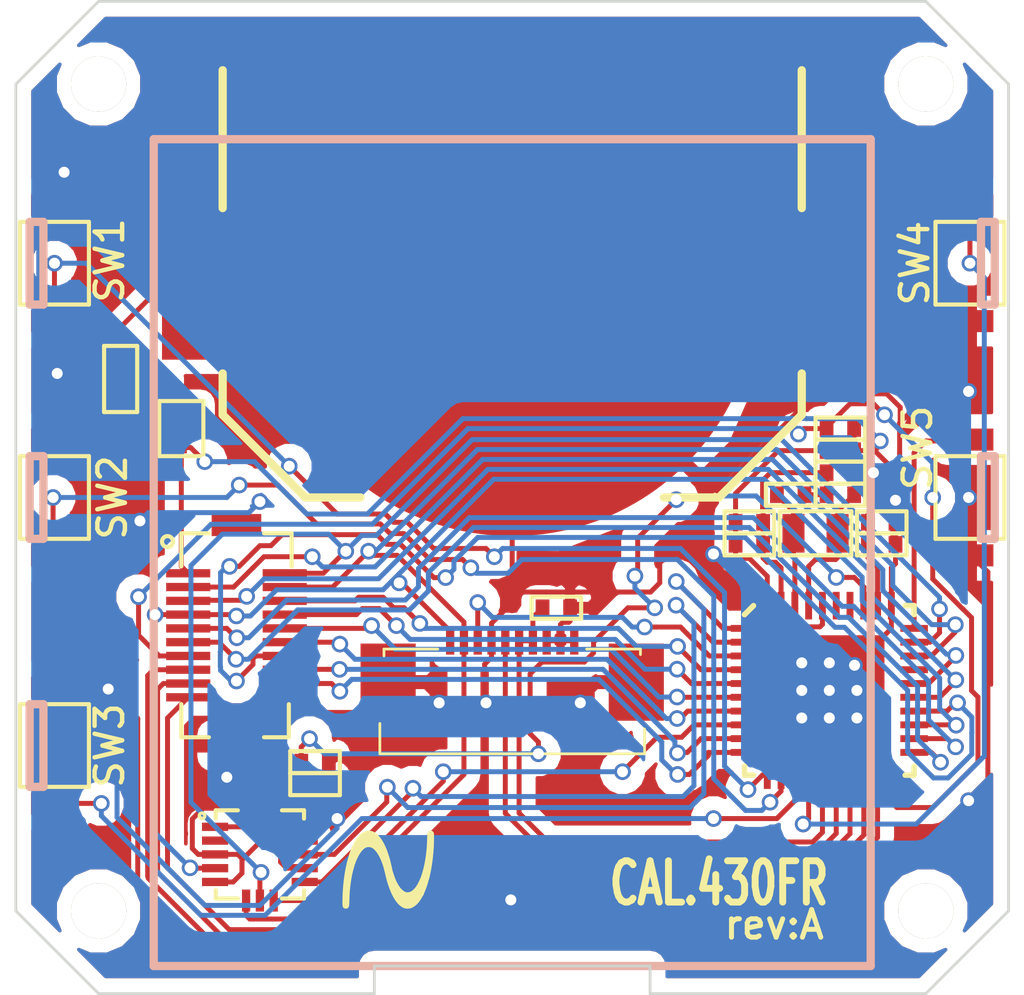
<source format=kicad_pcb>
(kicad_pcb (version 4) (host pcbnew "(2015-01-05 BZR 5353)-product")

  (general
    (links 92)
    (no_connects 0)
    (area 146.071431 37.15 203.928572 79.550001)
    (thickness 1)
    (drawings 56)
    (tracks 873)
    (zones 0)
    (modules 30)
    (nets 38)
  )

  (page A4)
  (layers
    (0 F.Cu signal)
    (31 B.Cu signal)
    (32 B.Adhes user hide)
    (33 F.Adhes user hide)
    (34 B.Paste user hide)
    (35 F.Paste user hide)
    (36 B.SilkS user hide)
    (37 F.SilkS user hide)
    (38 B.Mask user hide)
    (39 F.Mask user hide)
    (40 Dwgs.User user hide)
    (41 Cmts.User user hide)
    (42 Eco1.User user hide)
    (43 Eco2.User user hide)
    (44 Edge.Cuts user)
    (45 Margin user hide)
    (46 B.CrtYd user hide)
    (47 F.CrtYd user hide)
    (48 B.Fab user hide)
    (49 F.Fab user hide)
  )

  (setup
    (last_trace_width 0.18)
    (trace_clearance 0.18)
    (zone_clearance 0.508)
    (zone_45_only no)
    (trace_min 0.16)
    (segment_width 0.3)
    (edge_width 0.1)
    (via_size 0.6)
    (via_drill 0.4)
    (via_min_size 0.6)
    (via_min_drill 0.3)
    (uvia_size 0.508)
    (uvia_drill 0.127)
    (uvias_allowed no)
    (uvia_min_size 0.5)
    (uvia_min_drill 0.127)
    (pcb_text_width 0.3)
    (pcb_text_size 1.5 1.5)
    (mod_edge_width 0.2)
    (mod_text_size 1 1)
    (mod_text_width 0.2)
    (pad_size 1 0.25)
    (pad_drill 0)
    (pad_to_mask_clearance 0)
    (aux_axis_origin 175 61.5)
    (grid_origin 175 61.5)
    (visible_elements 7FFFFF7F)
    (pcbplotparams
      (layerselection 0x010f0_80000001)
      (usegerberextensions true)
      (excludeedgelayer false)
      (linewidth 0.100000)
      (plotframeref false)
      (viasonmask false)
      (mode 1)
      (useauxorigin true)
      (hpglpennumber 1)
      (hpglpenspeed 20)
      (hpglpendiameter 15)
      (hpglpenoverlay 2)
      (psnegative false)
      (psa4output false)
      (plotreference false)
      (plotvalue false)
      (plotinvisibletext false)
      (padsonsilk false)
      (subtractmaskfromsilk false)
      (outputformat 1)
      (mirror false)
      (drillshape 0)
      (scaleselection 1)
      (outputdirectory C:/Users/kemushi/Desktop/CAL439gbr/))
  )

  (net 0 "")
  (net 1 +3.3V)
  (net 2 GND)
  (net 3 "Net-(C3-Pad1)")
  (net 4 "Net-(C3-Pad2)")
  (net 5 "Net-(C4-Pad1)")
  (net 6 "Net-(C6-Pad1)")
  (net 7 LCD_Power)
  (net 8 DISP)
  (net 9 TST)
  (net 10 RST)
  (net 11 TXD0)
  (net 12 RXD0)
  (net 13 TXD1)
  (net 14 RXD1)
  (net 15 CS1)
  (net 16 INT_A1)
  (net 17 INT_A2)
  (net 18 "Net-(D1-Pad1)")
  (net 19 MOSI)
  (net 20 SCLK)
  (net 21 PJ.0)
  (net 22 PJ.3)
  (net 23 P4.4)
  (net 24 P3.0)
  (net 25 P3.1)
  (net 26 P3.2)
  (net 27 P3.3)
  (net 28 CS2)
  (net 29 P1.4)
  (net 30 P1.5)
  (net 31 P3.4)
  (net 32 P3.5)
  (net 33 P3.6)
  (net 34 MISO)
  (net 35 PJ.1)
  (net 36 PJ.2)
  (net 37 ADXL_PWR)

  (net_class Default "This is the default net class."
    (clearance 0.18)
    (trace_width 0.18)
    (via_dia 0.6)
    (via_drill 0.4)
    (uvia_dia 0.508)
    (uvia_drill 0.127)
    (add_net +3.3V)
    (add_net ADXL_PWR)
    (add_net CS1)
    (add_net CS2)
    (add_net DISP)
    (add_net GND)
    (add_net INT_A1)
    (add_net INT_A2)
    (add_net LCD_Power)
    (add_net MISO)
    (add_net MOSI)
    (add_net "Net-(C3-Pad1)")
    (add_net "Net-(C3-Pad2)")
    (add_net "Net-(C4-Pad1)")
    (add_net "Net-(C6-Pad1)")
    (add_net "Net-(D1-Pad1)")
    (add_net P1.4)
    (add_net P1.5)
    (add_net P3.0)
    (add_net P3.1)
    (add_net P3.2)
    (add_net P3.3)
    (add_net P3.4)
    (add_net P3.5)
    (add_net P3.6)
    (add_net P4.4)
    (add_net PJ.0)
    (add_net PJ.1)
    (add_net PJ.2)
    (add_net PJ.3)
    (add_net RST)
    (add_net RXD0)
    (add_net RXD1)
    (add_net SCLK)
    (add_net TST)
    (add_net TXD0)
    (add_net TXD1)
  )

  (net_class bold ""
    (clearance 0.3)
    (trace_width 0.3)
    (via_dia 0.6)
    (via_drill 0.4)
    (uvia_dia 0.508)
    (uvia_drill 0.127)
  )

  (module Switch:B3U-3000P (layer F.Cu) (tedit 54FC75F3) (tstamp 54F861D8)
    (at 191.6 61.5 270)
    (path /54F6D60F)
    (fp_text reference SW5 (at -1.8 1.9 270) (layer F.SilkS)
      (effects (font (size 1 1) (thickness 0.16)))
    )
    (fp_text value SW_PUSH (at -0.2 -2.85 270) (layer Dwgs.User) hide
      (effects (font (size 1 1) (thickness 0.1)))
    )
    (fp_line (start -1.5 -1.25) (end -1.5 1.25) (layer F.SilkS) (width 0.15))
    (fp_line (start -1.5 1.25) (end 1.5 1.25) (layer F.SilkS) (width 0.15))
    (fp_line (start 1.5 1.25) (end 1.5 -1.25) (layer F.SilkS) (width 0.15))
    (fp_line (start 1.5 -1.25) (end -1.5 -1.25) (layer F.SilkS) (width 0.15))
    (fp_line (start -0.8 -1.6) (end -0.8 -1.3) (layer Dwgs.User) (width 0.15))
    (fp_line (start 0.8 -1.6) (end 0.8 -1.3) (layer Dwgs.User) (width 0.15))
    (fp_line (start -0.5 -1.9) (end 0.5 -1.9) (layer Dwgs.User) (width 0.15))
    (fp_line (start 0.8 -1.6) (end 0.5 -1.9) (layer Dwgs.User) (width 0.15))
    (fp_line (start -0.8 -1.6) (end -0.5 -1.9) (layer Dwgs.User) (width 0.15))
    (fp_line (start -1.5 1.25) (end -1.5 -1.25) (layer Dwgs.User) (width 0.15))
    (fp_line (start -1.5 -1.25) (end 1.5 -1.25) (layer Dwgs.User) (width 0.15))
    (fp_line (start 1.5 -1.25) (end 1.5 1.25) (layer Dwgs.User) (width 0.15))
    (fp_line (start 1.5 1.25) (end -1.5 1.25) (layer Dwgs.User) (width 0.15))
    (pad 1 smd trapezoid (at -2.1 0 270) (size 0.8 1.7) (layers F.Cu F.Paste F.Mask)
      (net 23 P4.4))
    (pad 2 smd trapezoid (at 2.1 0 270) (size 0.8 1.7) (layers F.Cu F.Paste F.Mask)
      (net 2 GND))
  )

  (module CONN_FPC:52746-1071 (layer F.Cu) (tedit 54FC7601) (tstamp 54F584D6)
    (at 175 67)
    (tags "MOREX FPC 10")
    (path /54760E53)
    (fp_text reference J1 (at 4 5.25) (layer Dwgs.User) hide
      (effects (font (size 0.5 0.5) (thickness 0.1)))
    )
    (fp_text value 57246-1071 (at -4.4 5.2 180) (layer F.SilkS) hide
      (effects (font (size 0.5 0.5) (thickness 0.1)))
    )
    (fp_line (start 4.8 2.9) (end 4.8 3.8) (layer F.SilkS) (width 0.1))
    (fp_line (start 4.8 3.8) (end -4.8 3.8) (layer F.SilkS) (width 0.1))
    (fp_line (start -4.8 3.8) (end -4.8 2.7) (layer F.SilkS) (width 0.1))
    (fp_line (start -4.65 3.5) (end -4.65 3.7) (layer Dwgs.User) (width 0.1))
    (fp_line (start 4.65 3.5) (end 4.65 3.7) (layer Dwgs.User) (width 0.1))
    (fp_line (start -5.5 4.5) (end 5.5 4.5) (layer Dwgs.User) (width 0.1))
    (fp_line (start 5.5 4.5) (end 5.5 3.8) (layer Dwgs.User) (width 0.1))
    (fp_line (start 5.5 3.8) (end -5.5 3.8) (layer Dwgs.User) (width 0.1))
    (fp_line (start -5.5 3.8) (end -5.5 4.5) (layer Dwgs.User) (width 0.1))
    (fp_line (start 2.7 0) (end 4.65 0) (layer F.SilkS) (width 0.1))
    (fp_line (start 4.65 0) (end 4.65 0.2) (layer F.SilkS) (width 0.1))
    (fp_line (start -4.65 0.25) (end -4.65 0) (layer F.SilkS) (width 0.1))
    (fp_line (start -4.65 0) (end -2.7 0) (layer F.SilkS) (width 0.1))
    (fp_line (start -4.65 0) (end 4.65 0) (layer Dwgs.User) (width 0.1))
    (fp_line (start 4.65 0) (end 4.65 3.5) (layer Dwgs.User) (width 0.1))
    (fp_line (start 4.65 3.7) (end -4.65 3.7) (layer Dwgs.User) (width 0.1))
    (fp_line (start -4.65 3.5) (end -4.65 0) (layer Dwgs.User) (width 0.1))
    (pad 5 smd rect (at -0.25 -0.3) (size 0.3 1) (layers F.Cu F.Paste F.Mask)
      (net 8 DISP))
    (pad 6 smd rect (at 0.25 -0.3) (size 0.3 1) (layers F.Cu F.Paste F.Mask)
      (net 7 LCD_Power))
    (pad 4 smd rect (at -0.75 -0.3) (size 0.3 1) (layers F.Cu F.Paste F.Mask)
      (net 2 GND))
    (pad 3 smd rect (at -1.25 -0.3) (size 0.3 1) (layers F.Cu F.Paste F.Mask)
      (net 15 CS1))
    (pad 2 smd rect (at -1.75 -0.3) (size 0.3 1) (layers F.Cu F.Paste F.Mask)
      (net 19 MOSI))
    (pad 7 smd rect (at 0.75 -0.3) (size 0.3 1) (layers F.Cu F.Paste F.Mask)
      (net 7 LCD_Power))
    (pad 8 smd rect (at 1.25 -0.3) (size 0.3 1) (layers F.Cu F.Paste F.Mask)
      (net 2 GND))
    (pad 9 smd rect (at 1.75 -0.3) (size 0.3 1) (layers F.Cu F.Paste F.Mask)
      (net 2 GND))
    (pad 10 smd rect (at 2.25 -0.3) (size 0.3 1) (layers F.Cu F.Paste F.Mask)
      (net 2 GND))
    (pad 1 smd rect (at -2.25 -0.3) (size 0.3 1) (layers F.Cu F.Paste F.Mask)
      (net 20 SCLK))
    (pad 12 smd rect (at 4.5 1.2) (size 2 2.8) (layers F.Cu F.Paste F.Mask)
      (net 2 GND))
    (pad 11 smd rect (at -4.5 1.2) (size 2 2.8) (layers F.Cu F.Paste F.Mask)
      (net 2 GND))
  )

  (module BATT:BAT_HLD-001 (layer F.Cu) (tedit 54FC89E9) (tstamp 54F57150)
    (at 175 54 180)
    (path /54600BA5)
    (fp_text reference U2 (at 9.4 7.7 180) (layer Dwgs.User) hide
      (effects (font (size 0.5 0.5) (thickness 0.1)))
    )
    (fp_text value BAT_HLD_001 (at -7.95 7.85 180) (layer Dwgs.User) hide
      (effects (font (size 0.5 0.5) (thickness 0.1)))
    )
    (fp_line (start 10.5 3) (end 10.5 8) (layer F.SilkS) (width 0.3))
    (fp_line (start -10.5 3) (end -10.5 8) (layer F.SilkS) (width 0.3))
    (fp_line (start 5.5 -7.5) (end 7.5 -7.5) (layer F.SilkS) (width 0.3))
    (fp_line (start 7.15 7.9) (end 10.55 4.5) (layer Dwgs.User) (width 0.15))
    (fp_line (start -10.55 4.5) (end -7.15 7.9) (layer Dwgs.User) (width 0.15))
    (fp_line (start 10.5 -3) (end 10.5 -4.5) (layer F.SilkS) (width 0.3))
    (fp_line (start 10.5 -4.5) (end 7.5 -7.5) (layer F.SilkS) (width 0.3))
    (fp_line (start -10.5 -3) (end -10.5 -4.5) (layer F.SilkS) (width 0.3))
    (fp_line (start -10.5 -4.5) (end -7.5 -7.5) (layer F.SilkS) (width 0.3))
    (fp_line (start -7.5 -7.5) (end -5.5 -7.5) (layer F.SilkS) (width 0.3))
    (fp_line (start 7.45 -7.6) (end 7.3 -7.45) (layer Dwgs.User) (width 0.15))
    (fp_line (start 7.3 -7.45) (end 10.35 -4.4) (layer Dwgs.User) (width 0.15))
    (fp_line (start 10.35 -4.4) (end 10.35 4.5) (layer Dwgs.User) (width 0.15))
    (fp_line (start 10.35 4.5) (end 10.55 4.5) (layer Dwgs.User) (width 0.15))
    (fp_line (start -10.35 4.5) (end -10.55 4.5) (layer Dwgs.User) (width 0.15))
    (fp_line (start -10.25 -4.5) (end -10.35 -4.4) (layer Dwgs.User) (width 0.15))
    (fp_line (start -10.35 -4.4) (end -10.35 4.5) (layer Dwgs.User) (width 0.15))
    (fp_line (start -10.25 -4.5) (end -7.35 -7.4) (layer Dwgs.User) (width 0.15))
    (fp_line (start -7.35 -7.4) (end -7.3 -7.45) (layer F.SilkS) (width 0.15))
    (fp_line (start -7.3 -7.45) (end -7.45 -7.6) (layer Dwgs.User) (width 0.15))
    (fp_line (start 10.55 -4.5) (end 7.45 -7.6) (layer Dwgs.User) (width 0.15))
    (fp_line (start -7.45 -7.6) (end -10.55 -4.5) (layer Dwgs.User) (width 0.15))
    (fp_line (start -10.55 -4.5) (end -10.55 4.5) (layer Dwgs.User) (width 0.15))
    (fp_line (start 10.55 -4.5) (end 10.55 4.5) (layer Dwgs.User) (width 0.15))
    (fp_line (start -7.15 7.9) (end 7.15 7.9) (layer Dwgs.User) (width 0.15))
    (fp_line (start -10.55 0.5) (end -11.5 0.5) (layer Dwgs.User) (width 0.15))
    (fp_line (start -11.5 0.5) (end -11.5 2.5) (layer Dwgs.User) (width 0.15))
    (fp_line (start -11.5 2.5) (end -10.55 2.5) (layer Dwgs.User) (width 0.15))
    (fp_line (start -10.55 -2.5) (end -11.55 -2.5) (layer Dwgs.User) (width 0.15))
    (fp_line (start -11.55 -2.5) (end -11.55 -0.5) (layer Dwgs.User) (width 0.15))
    (fp_line (start -11.55 -0.5) (end -10.55 -0.5) (layer Dwgs.User) (width 0.15))
    (fp_line (start 7.45 -7.6) (end -7.45 -7.6) (layer Dwgs.User) (width 0.15))
    (fp_line (start 10.55 2.5) (end 11.45 2.5) (layer Dwgs.User) (width 0.15))
    (fp_line (start 11.45 2.5) (end 11.45 0.5) (layer Dwgs.User) (width 0.15))
    (fp_line (start 11.45 0.5) (end 10.55 0.5) (layer Dwgs.User) (width 0.15))
    (fp_line (start 10.55 -2.5) (end 11.45 -2.5) (layer Dwgs.User) (width 0.15))
    (fp_line (start 11.45 -2.5) (end 11.45 -0.5) (layer Dwgs.User) (width 0.15))
    (fp_line (start 11.45 -0.5) (end 10.55 -0.5) (layer Dwgs.User) (width 0.15))
    (pad 1 smd circle (at 0 0 180) (size 17.8 17.8) (layers F.Cu F.Mask)
      (net 2 GND))
    (pad 2 smd rect (at 11.45 0 180) (size 2.5 5) (layers F.Cu F.Paste F.Mask)
      (net 18 "Net-(D1-Pad1)"))
    (pad 3 smd rect (at -11.45 0 180) (size 2.5 5) (layers F.Cu F.Paste F.Mask))
  )

  (module QFP_QFN:QFN40 (layer F.Cu) (tedit 54FC96DF) (tstamp 54FAF85B)
    (at 186.5 68.5)
    (path /545CE89A)
    (fp_text reference U1 (at -3.75 -3.5) (layer Dwgs.User) hide
      (effects (font (size 0.5 0.5) (thickness 0.1)))
    )
    (fp_text value MSP430FR5949IR (at 0 4.425) (layer Dwgs.User) hide
      (effects (font (size 0.5 0.5) (thickness 0.05)))
    )
    (fp_circle (center -2.4 -2.4) (end -2.1 -2.4) (layer Dwgs.User) (width 0.15))
    (fp_line (start -3 -3) (end -3 3) (layer Dwgs.User) (width 0.15))
    (fp_line (start -3 3) (end 3 3) (layer Dwgs.User) (width 0.15))
    (fp_line (start 3 3) (end 3 -3) (layer Dwgs.User) (width 0.15))
    (fp_line (start 3 -3) (end -3 -3) (layer Dwgs.User) (width 0.15))
    (fp_line (start -3.075 -2.75) (end -2.75 -3.075) (layer F.SilkS) (width 0.2))
    (fp_line (start 2.75 -3.075) (end 3.075 -3.075) (layer F.SilkS) (width 0.2))
    (fp_line (start 3.075 -3.075) (end 3.075 -2.75) (layer F.SilkS) (width 0.2))
    (fp_line (start -2.75 3.075) (end -3.075 3.075) (layer F.SilkS) (width 0.2))
    (fp_line (start -3.075 3.075) (end -3.075 2.75) (layer F.SilkS) (width 0.2))
    (fp_line (start 2.75 3.075) (end 3.075 3.075) (layer F.SilkS) (width 0.2))
    (fp_line (start 3.075 3.075) (end 3.075 2.75) (layer F.SilkS) (width 0.2))
    (pad 1 smd rect (at -3.075 -2.25) (size 1 0.25) (layers F.Cu F.Paste F.Mask)
      (net 16 INT_A1))
    (pad 2 smd rect (at -3.075 -1.75) (size 1 0.25) (layers F.Cu F.Paste F.Mask)
      (net 17 INT_A2))
    (pad 3 smd rect (at -3.075 -1.25) (size 1 0.25) (layers F.Cu F.Paste F.Mask)
      (net 15 CS1))
    (pad 4 smd rect (at -3.075 -0.75) (size 1 0.25) (layers F.Cu F.Paste F.Mask)
      (net 24 P3.0))
    (pad 5 smd rect (at -3.075 -0.25) (size 1 0.25) (layers F.Cu F.Paste F.Mask)
      (net 25 P3.1))
    (pad 6 smd rect (at -3.075 0.25) (size 1 0.25) (layers F.Cu F.Paste F.Mask)
      (net 26 P3.2))
    (pad 7 smd rect (at -3.075 0.75) (size 1 0.25) (layers F.Cu F.Paste F.Mask)
      (net 27 P3.3))
    (pad 8 smd rect (at -3.075 1.25) (size 1 0.25) (layers F.Cu F.Paste F.Mask)
      (net 28 CS2))
    (pad 9 smd rect (at -3.075 1.75) (size 1 0.25) (layers F.Cu F.Paste F.Mask)
      (net 29 P1.4))
    (pad 10 smd rect (at -3.075 2.25) (size 1 0.25) (layers F.Cu F.Paste F.Mask)
      (net 30 P1.5))
    (pad 11 smd rect (at -2.25 3.075) (size 0.25 1) (layers F.Cu F.Paste F.Mask)
      (net 21 PJ.0))
    (pad 12 smd rect (at -1.75 3.075) (size 0.25 1) (layers F.Cu F.Paste F.Mask)
      (net 35 PJ.1))
    (pad 13 smd rect (at -1.25 3.075) (size 0.25 1) (layers F.Cu F.Paste F.Mask)
      (net 36 PJ.2))
    (pad 14 smd rect (at -0.75 3.075) (size 0.25 1) (layers F.Cu F.Paste F.Mask)
      (net 22 PJ.3))
    (pad 15 smd rect (at -0.25 3.075) (size 0.25 1) (layers F.Cu F.Paste F.Mask)
      (net 7 LCD_Power))
    (pad 16 smd rect (at 0.25 3.075) (size 0.25 1) (layers F.Cu F.Paste F.Mask)
      (net 8 DISP))
    (pad 17 smd rect (at 0.75 3.075) (size 0.25 1) (layers F.Cu F.Paste F.Mask)
      (net 13 TXD1))
    (pad 18 smd rect (at 1.25 3.075) (size 0.25 1) (layers F.Cu F.Paste F.Mask)
      (net 14 RXD1))
    (pad 19 smd rect (at 1.75 3.075) (size 0.25 1) (layers F.Cu F.Paste F.Mask)
      (net 9 TST))
    (pad 20 smd rect (at 2.25 3.075) (size 0.25 1) (layers F.Cu F.Paste F.Mask)
      (net 10 RST))
    (pad 21 smd rect (at 3.075 2.25) (size 1 0.25) (layers F.Cu F.Paste F.Mask)
      (net 11 TXD0))
    (pad 22 smd rect (at 3.075 1.75) (size 1 0.25) (layers F.Cu F.Paste F.Mask)
      (net 12 RXD0))
    (pad 23 smd rect (at 3.075 1.25) (size 1 0.25) (layers F.Cu F.Paste F.Mask)
      (net 20 SCLK))
    (pad 24 smd rect (at 3.075 0.75) (size 1 0.25) (layers F.Cu F.Paste F.Mask)
      (net 31 P3.4))
    (pad 25 smd rect (at 3.075 0.25) (size 1 0.25) (layers F.Cu F.Paste F.Mask)
      (net 32 P3.5))
    (pad 26 smd rect (at 3.075 -0.25) (size 1 0.25) (layers F.Cu F.Paste F.Mask)
      (net 33 P3.6))
    (pad 27 smd rect (at 3.075 -0.75) (size 1 0.25) (layers F.Cu F.Paste F.Mask))
    (pad 28 smd rect (at 3.075 -1.25) (size 1 0.25) (layers F.Cu F.Paste F.Mask)
      (net 19 MOSI))
    (pad 29 smd rect (at 3.075 -1.75) (size 1 0.25) (layers F.Cu F.Paste F.Mask)
      (net 34 MISO))
    (pad 30 smd rect (at 3.075 -2.25) (size 1 0.25) (layers F.Cu F.Paste F.Mask)
      (net 23 P4.4))
    (pad 31 smd rect (at 2.25 -3.075) (size 0.25 1) (layers F.Cu F.Paste F.Mask)
      (net 2 GND))
    (pad 32 smd rect (at 1.75 -3.075) (size 0.25 1) (layers F.Cu F.Paste F.Mask)
      (net 1 +3.3V))
    (pad 33 smd rect (at 1.25 -3.075) (size 0.25 1) (layers F.Cu F.Paste F.Mask)
      (net 37 ADXL_PWR))
    (pad 34 smd rect (at 0.75 -3.075) (size 0.25 1) (layers F.Cu F.Paste F.Mask))
    (pad 35 smd rect (at 0.25 -3.075) (size 0.25 1) (layers F.Cu F.Paste F.Mask))
    (pad 36 smd rect (at -0.25 -3.075) (size 0.25 1) (layers F.Cu F.Paste F.Mask)
      (net 4 "Net-(C3-Pad2)"))
    (pad 37 smd rect (at -0.75 -3.075) (size 0.25 1) (layers F.Cu F.Paste F.Mask)
      (net 5 "Net-(C4-Pad1)"))
    (pad 38 smd rect (at -1.25 -3.075) (size 0.25 1) (layers F.Cu F.Paste F.Mask)
      (net 3 "Net-(C3-Pad1)"))
    (pad 39 smd rect (at -1.75 -3.075) (size 0.25 1) (layers F.Cu F.Paste F.Mask)
      (net 4 "Net-(C3-Pad2)"))
    (pad 40 smd rect (at -2.25 -3.075) (size 0.25 1) (layers F.Cu F.Paste F.Mask)
      (net 6 "Net-(C6-Pad1)"))
    (pad 41 smd trapezoid (at 0 0) (size 4 4) (layers F.Cu F.Paste F.Mask)
      (net 2 GND))
  )

  (module Switch:B3U-3000P (layer F.Cu) (tedit 54FC753A) (tstamp 54F8618C)
    (at 158.4 53 90)
    (path /54F6D508)
    (fp_text reference SW1 (at 0.1 2 90) (layer F.SilkS)
      (effects (font (size 1 1) (thickness 0.16)))
    )
    (fp_text value SW_PUSH (at -0.2 -2.85 90) (layer Dwgs.User) hide
      (effects (font (size 1 1) (thickness 0.1)))
    )
    (fp_line (start -1.5 -1.25) (end -1.5 1.25) (layer F.SilkS) (width 0.15))
    (fp_line (start -1.5 1.25) (end 1.5 1.25) (layer F.SilkS) (width 0.15))
    (fp_line (start 1.5 1.25) (end 1.5 -1.25) (layer F.SilkS) (width 0.15))
    (fp_line (start 1.5 -1.25) (end -1.5 -1.25) (layer F.SilkS) (width 0.15))
    (fp_line (start -0.8 -1.6) (end -0.8 -1.3) (layer Dwgs.User) (width 0.15))
    (fp_line (start 0.8 -1.6) (end 0.8 -1.3) (layer Dwgs.User) (width 0.15))
    (fp_line (start -0.5 -1.9) (end 0.5 -1.9) (layer Dwgs.User) (width 0.15))
    (fp_line (start 0.8 -1.6) (end 0.5 -1.9) (layer Dwgs.User) (width 0.15))
    (fp_line (start -0.8 -1.6) (end -0.5 -1.9) (layer Dwgs.User) (width 0.15))
    (fp_line (start -1.5 1.25) (end -1.5 -1.25) (layer Dwgs.User) (width 0.15))
    (fp_line (start -1.5 -1.25) (end 1.5 -1.25) (layer Dwgs.User) (width 0.15))
    (fp_line (start 1.5 -1.25) (end 1.5 1.25) (layer Dwgs.User) (width 0.15))
    (fp_line (start 1.5 1.25) (end -1.5 1.25) (layer Dwgs.User) (width 0.15))
    (pad 1 smd trapezoid (at -2.1 0 90) (size 0.8 1.7) (layers F.Cu F.Paste F.Mask)
      (net 21 PJ.0))
    (pad 2 smd trapezoid (at 2.1 0 90) (size 0.8 1.7) (layers F.Cu F.Paste F.Mask)
      (net 2 GND))
  )

  (module Switch:B3U-3000P (layer F.Cu) (tedit 54FC7556) (tstamp 54F8619F)
    (at 158.4 61.5 90)
    (path /54F6D5B4)
    (fp_text reference SW2 (at 0 2.1 90) (layer F.SilkS)
      (effects (font (size 1 1) (thickness 0.16)))
    )
    (fp_text value SW_PUSH (at -0.2 -2.85 90) (layer Dwgs.User) hide
      (effects (font (size 1 1) (thickness 0.1)))
    )
    (fp_line (start -1.5 -1.25) (end -1.5 1.25) (layer F.SilkS) (width 0.15))
    (fp_line (start -1.5 1.25) (end 1.5 1.25) (layer F.SilkS) (width 0.15))
    (fp_line (start 1.5 1.25) (end 1.5 -1.25) (layer F.SilkS) (width 0.15))
    (fp_line (start 1.5 -1.25) (end -1.5 -1.25) (layer F.SilkS) (width 0.15))
    (fp_line (start -0.8 -1.6) (end -0.8 -1.3) (layer Dwgs.User) (width 0.15))
    (fp_line (start 0.8 -1.6) (end 0.8 -1.3) (layer Dwgs.User) (width 0.15))
    (fp_line (start -0.5 -1.9) (end 0.5 -1.9) (layer Dwgs.User) (width 0.15))
    (fp_line (start 0.8 -1.6) (end 0.5 -1.9) (layer Dwgs.User) (width 0.15))
    (fp_line (start -0.8 -1.6) (end -0.5 -1.9) (layer Dwgs.User) (width 0.15))
    (fp_line (start -1.5 1.25) (end -1.5 -1.25) (layer Dwgs.User) (width 0.15))
    (fp_line (start -1.5 -1.25) (end 1.5 -1.25) (layer Dwgs.User) (width 0.15))
    (fp_line (start 1.5 -1.25) (end 1.5 1.25) (layer Dwgs.User) (width 0.15))
    (fp_line (start 1.5 1.25) (end -1.5 1.25) (layer Dwgs.User) (width 0.15))
    (pad 1 smd trapezoid (at -2.1 0 90) (size 0.8 1.7) (layers F.Cu F.Paste F.Mask)
      (net 35 PJ.1))
    (pad 2 smd trapezoid (at 2.1 0 90) (size 0.8 1.7) (layers F.Cu F.Paste F.Mask)
      (net 2 GND))
  )

  (module Switch:B3U-3000P (layer F.Cu) (tedit 54FC7568) (tstamp 54F861B2)
    (at 158.4 70.5 90)
    (path /54F6D5CD)
    (fp_text reference SW3 (at 0 2 90) (layer F.SilkS)
      (effects (font (size 1 1) (thickness 0.16)))
    )
    (fp_text value SW_PUSH (at -0.2 -2.85 90) (layer Dwgs.User) hide
      (effects (font (size 1 1) (thickness 0.1)))
    )
    (fp_line (start -1.5 -1.25) (end -1.5 1.25) (layer F.SilkS) (width 0.15))
    (fp_line (start -1.5 1.25) (end 1.5 1.25) (layer F.SilkS) (width 0.15))
    (fp_line (start 1.5 1.25) (end 1.5 -1.25) (layer F.SilkS) (width 0.15))
    (fp_line (start 1.5 -1.25) (end -1.5 -1.25) (layer F.SilkS) (width 0.15))
    (fp_line (start -0.8 -1.6) (end -0.8 -1.3) (layer Dwgs.User) (width 0.15))
    (fp_line (start 0.8 -1.6) (end 0.8 -1.3) (layer Dwgs.User) (width 0.15))
    (fp_line (start -0.5 -1.9) (end 0.5 -1.9) (layer Dwgs.User) (width 0.15))
    (fp_line (start 0.8 -1.6) (end 0.5 -1.9) (layer Dwgs.User) (width 0.15))
    (fp_line (start -0.8 -1.6) (end -0.5 -1.9) (layer Dwgs.User) (width 0.15))
    (fp_line (start -1.5 1.25) (end -1.5 -1.25) (layer Dwgs.User) (width 0.15))
    (fp_line (start -1.5 -1.25) (end 1.5 -1.25) (layer Dwgs.User) (width 0.15))
    (fp_line (start 1.5 -1.25) (end 1.5 1.25) (layer Dwgs.User) (width 0.15))
    (fp_line (start 1.5 1.25) (end -1.5 1.25) (layer Dwgs.User) (width 0.15))
    (pad 1 smd trapezoid (at -2.1 0 90) (size 0.8 1.7) (layers F.Cu F.Paste F.Mask)
      (net 36 PJ.2))
    (pad 2 smd trapezoid (at 2.1 0 90) (size 0.8 1.7) (layers F.Cu F.Paste F.Mask)
      (net 2 GND))
  )

  (module Switch:B3U-3000P (layer F.Cu) (tedit 54FC7578) (tstamp 54F861C5)
    (at 191.6 53 270)
    (path /54F6D5EC)
    (fp_text reference SW4 (at 0 2 270) (layer F.SilkS)
      (effects (font (size 1 1) (thickness 0.16)))
    )
    (fp_text value SW_PUSH (at -0.2 -2.85 270) (layer Dwgs.User) hide
      (effects (font (size 1 1) (thickness 0.1)))
    )
    (fp_line (start -1.5 -1.25) (end -1.5 1.25) (layer F.SilkS) (width 0.15))
    (fp_line (start -1.5 1.25) (end 1.5 1.25) (layer F.SilkS) (width 0.15))
    (fp_line (start 1.5 1.25) (end 1.5 -1.25) (layer F.SilkS) (width 0.15))
    (fp_line (start 1.5 -1.25) (end -1.5 -1.25) (layer F.SilkS) (width 0.15))
    (fp_line (start -0.8 -1.6) (end -0.8 -1.3) (layer Dwgs.User) (width 0.15))
    (fp_line (start 0.8 -1.6) (end 0.8 -1.3) (layer Dwgs.User) (width 0.15))
    (fp_line (start -0.5 -1.9) (end 0.5 -1.9) (layer Dwgs.User) (width 0.15))
    (fp_line (start 0.8 -1.6) (end 0.5 -1.9) (layer Dwgs.User) (width 0.15))
    (fp_line (start -0.8 -1.6) (end -0.5 -1.9) (layer Dwgs.User) (width 0.15))
    (fp_line (start -1.5 1.25) (end -1.5 -1.25) (layer Dwgs.User) (width 0.15))
    (fp_line (start -1.5 -1.25) (end 1.5 -1.25) (layer Dwgs.User) (width 0.15))
    (fp_line (start 1.5 -1.25) (end 1.5 1.25) (layer Dwgs.User) (width 0.15))
    (fp_line (start 1.5 1.25) (end -1.5 1.25) (layer Dwgs.User) (width 0.15))
    (pad 1 smd trapezoid (at -2.1 0 270) (size 0.8 1.7) (layers F.Cu F.Paste F.Mask)
      (net 22 PJ.3))
    (pad 2 smd trapezoid (at 2.1 0 270) (size 0.8 1.7) (layers F.Cu F.Paste F.Mask)
      (net 2 GND))
  )

  (module DIODE:SOT-523 (layer F.Cu) (tedit 54FC762F) (tstamp 54F9E777)
    (at 163 59 180)
    (path /54FA5168)
    (fp_text reference D1 (at 0 1.65 180) (layer Dwgs.User) hide
      (effects (font (size 0.5 0.5) (thickness 0.1)))
    )
    (fp_text value BAS70T-05T-7-F (at -0.15 -1.5 180) (layer Dwgs.User) hide
      (effects (font (size 0.5 0.5) (thickness 0.05)))
    )
    (fp_line (start 0.8 0.4) (end -0.8 0.4) (layer Dwgs.User) (width 0.15))
    (fp_line (start -0.8 -0.4) (end 0.8 -0.4) (layer Dwgs.User) (width 0.15))
    (fp_line (start 0.8 -0.4) (end 0.8 0.4) (layer Dwgs.User) (width 0.15))
    (fp_line (start -0.8 0.4) (end -0.8 -0.4) (layer Dwgs.User) (width 0.15))
    (fp_line (start 0.8 -1) (end -0.8 -1) (layer F.SilkS) (width 0.15))
    (fp_line (start -0.8 -1) (end -0.8 1) (layer F.SilkS) (width 0.15))
    (fp_line (start -0.8 1) (end 0.8 1) (layer F.SilkS) (width 0.15))
    (fp_line (start 0.8 1) (end 0.8 -1) (layer F.SilkS) (width 0.15))
    (pad 1 smd trapezoid (at -0.5 0.65 180) (size 0.4 0.5) (layers F.Cu F.Paste F.Mask)
      (net 18 "Net-(D1-Pad1)"))
    (pad 2 smd trapezoid (at 0.5 0.65 180) (size 0.4 0.5) (layers F.Cu F.Paste F.Mask)
      (net 18 "Net-(D1-Pad1)"))
    (pad 3 smd trapezoid (at 0 -0.65 180) (size 0.4 0.5) (layers F.Cu F.Paste F.Mask)
      (net 1 +3.3V))
  )

  (module C_SMD:C1005 (layer F.Cu) (tedit 54FC75CF) (tstamp 54FAFF8B)
    (at 183.6 62.4)
    (path /54FB0612)
    (fp_text reference C8 (at -1.5 0) (layer Dwgs.User) hide
      (effects (font (size 0.5 0.5) (thickness 0.1)))
    )
    (fp_text value 1u (at -0.05 -0.85) (layer Dwgs.User) hide
      (effects (font (size 0.5 0.5) (thickness 0.1)))
    )
    (fp_line (start 0.9 -0.4) (end -0.9 -0.4) (layer F.SilkS) (width 0.15))
    (fp_line (start -0.9 -0.4) (end -0.9 0.4) (layer F.SilkS) (width 0.15))
    (fp_line (start -0.9 0.4) (end 0.9 0.4) (layer F.SilkS) (width 0.15))
    (fp_line (start 0.9 0.4) (end 0.9 -0.4) (layer F.SilkS) (width 0.15))
    (fp_line (start -0.5 -0.25) (end 0.5 -0.25) (layer Dwgs.User) (width 0.05))
    (fp_line (start 0.5 -0.25) (end 0.5 0.25) (layer Dwgs.User) (width 0.05))
    (fp_line (start 0.5 0.25) (end -0.5 0.25) (layer Dwgs.User) (width 0.05))
    (fp_line (start -0.5 0.25) (end -0.5 -0.25) (layer Dwgs.User) (width 0.05))
    (pad 1 smd rect (at -0.5 0) (size 0.5 0.6) (layers F.Cu F.Paste F.Mask)
      (net 6 "Net-(C6-Pad1)"))
    (pad 2 smd rect (at 0.5 0) (size 0.5 0.6) (layers F.Cu F.Paste F.Mask)
      (net 4 "Net-(C3-Pad2)"))
  )

  (module R_SMD:R1608 (layer F.Cu) (tedit 54FC8A00) (tstamp 54FAFF9B)
    (at 160.8 57.2 270)
    (tags "R1608(1.6x0.8mm)")
    (path /54FB138B)
    (fp_text reference R4 (at 0 1.2 270) (layer Dwgs.User) hide
      (effects (font (size 1 1) (thickness 0.16)))
    )
    (fp_text value 0 (at 0 -1.1 270) (layer Dwgs.User)
      (effects (font (size 0.5 0.5) (thickness 0.1)))
    )
    (fp_line (start -1.1 -0.6) (end 1.2 -0.6) (layer F.SilkS) (width 0.15))
    (fp_line (start 1.2 -0.6) (end 1.2 0.6) (layer F.SilkS) (width 0.15))
    (fp_line (start 1.2 0.6) (end -1.2 0.6) (layer F.SilkS) (width 0.15))
    (fp_line (start -1.2 0.6) (end -1.2 -0.6) (layer F.SilkS) (width 0.15))
    (fp_line (start -1.2 -0.6) (end -1.1 -0.6) (layer F.SilkS) (width 0.15))
    (fp_line (start 0 -0.4) (end -0.8 -0.4) (layer Dwgs.User) (width 0.05))
    (fp_line (start -0.8 -0.4) (end -0.8 0.4) (layer Dwgs.User) (width 0.05))
    (fp_line (start -0.8 0.4) (end 0.8 0.4) (layer Dwgs.User) (width 0.05))
    (fp_line (start 0.8 0.4) (end 0.8 -0.4) (layer Dwgs.User) (width 0.05))
    (fp_line (start 0.8 -0.4) (end 0 -0.4) (layer Dwgs.User) (width 0.05))
    (pad 1 smd trapezoid (at -0.8 0 270) (size 0.6 0.9) (layers F.Cu F.Paste F.Mask)
      (net 18 "Net-(D1-Pad1)"))
    (pad 2 smd trapezoid (at 0.8 0 270) (size 0.6 0.9) (layers F.Cu F.Paste F.Mask)
      (net 1 +3.3V))
  )

  (module C_SMD:C1005 (layer F.Cu) (tedit 54FC89CB) (tstamp 54FB014B)
    (at 185.1 61.4)
    (path /545CE9F8)
    (fp_text reference C3 (at -1.5 0) (layer Dwgs.User) hide
      (effects (font (size 0.5 0.5) (thickness 0.125)))
    )
    (fp_text value 10p (at -0.05 -0.85) (layer Dwgs.User) hide
      (effects (font (size 0.5 0.5) (thickness 0.1)))
    )
    (fp_line (start 0.9 -0.4) (end -0.9 -0.4) (layer F.SilkS) (width 0.15))
    (fp_line (start -0.9 -0.4) (end -0.9 0.4) (layer F.SilkS) (width 0.15))
    (fp_line (start -0.9 0.4) (end 0.9 0.4) (layer F.SilkS) (width 0.15))
    (fp_line (start 0.9 0.4) (end 0.9 -0.4) (layer F.SilkS) (width 0.15))
    (fp_line (start -0.5 -0.25) (end 0.5 -0.25) (layer Dwgs.User) (width 0.05))
    (fp_line (start 0.5 -0.25) (end 0.5 0.25) (layer Dwgs.User) (width 0.05))
    (fp_line (start 0.5 0.25) (end -0.5 0.25) (layer Dwgs.User) (width 0.05))
    (fp_line (start -0.5 0.25) (end -0.5 -0.25) (layer Dwgs.User) (width 0.05))
    (pad 1 smd rect (at -0.5 0) (size 0.5 0.6) (layers F.Cu F.Paste F.Mask)
      (net 3 "Net-(C3-Pad1)"))
    (pad 2 smd rect (at 0.5 0) (size 0.5 0.6) (layers F.Cu F.Paste F.Mask)
      (net 4 "Net-(C3-Pad2)"))
  )

  (module C_SMD:C1005 (layer F.Cu) (tedit 54FC75A7) (tstamp 54FB01E4)
    (at 186.9 61.4 180)
    (path /545CEA59)
    (fp_text reference C4 (at -1.3 0 180) (layer Dwgs.User) hide
      (effects (font (size 0.5 0.5) (thickness 0.1)))
    )
    (fp_text value 10p (at -0.05 -0.85 180) (layer Dwgs.User) hide
      (effects (font (size 0.5 0.5) (thickness 0.1)))
    )
    (fp_line (start 0.9 -0.4) (end -0.9 -0.4) (layer F.SilkS) (width 0.15))
    (fp_line (start -0.9 -0.4) (end -0.9 0.4) (layer F.SilkS) (width 0.15))
    (fp_line (start -0.9 0.4) (end 0.9 0.4) (layer F.SilkS) (width 0.15))
    (fp_line (start 0.9 0.4) (end 0.9 -0.4) (layer F.SilkS) (width 0.15))
    (fp_line (start -0.5 -0.25) (end 0.5 -0.25) (layer Dwgs.User) (width 0.05))
    (fp_line (start 0.5 -0.25) (end 0.5 0.25) (layer Dwgs.User) (width 0.05))
    (fp_line (start 0.5 0.25) (end -0.5 0.25) (layer Dwgs.User) (width 0.05))
    (fp_line (start -0.5 0.25) (end -0.5 -0.25) (layer Dwgs.User) (width 0.05))
    (pad 1 smd rect (at -0.5 0 180) (size 0.5 0.6) (layers F.Cu F.Paste F.Mask)
      (net 5 "Net-(C4-Pad1)"))
    (pad 2 smd rect (at 0.5 0 180) (size 0.5 0.6) (layers F.Cu F.Paste F.Mask)
      (net 4 "Net-(C3-Pad2)"))
  )

  (module R_SMD:R1005 (layer F.Cu) (tedit 54FC758B) (tstamp 54FB0432)
    (at 186.9 59)
    (path /545CFF79)
    (fp_text reference R1 (at 2.2 0) (layer Dwgs.User) hide
      (effects (font (size 0.5 0.5) (thickness 0.1)))
    )
    (fp_text value 47k (at -0.1 -0.9) (layer Dwgs.User) hide
      (effects (font (size 0.5 0.5) (thickness 0.1)))
    )
    (fp_line (start 0.8 -0.4) (end -0.8 -0.4) (layer F.SilkS) (width 0.15))
    (fp_line (start -0.8 -0.4) (end -0.9 -0.4) (layer F.SilkS) (width 0.15))
    (fp_line (start -0.9 -0.4) (end -0.9 0.4) (layer F.SilkS) (width 0.15))
    (fp_line (start -0.9 0.4) (end 0.9 0.4) (layer F.SilkS) (width 0.15))
    (fp_line (start 0.9 0.4) (end 0.9 -0.4) (layer F.SilkS) (width 0.15))
    (fp_line (start 0.9 -0.4) (end 0.8 -0.4) (layer F.SilkS) (width 0.15))
    (fp_line (start -0.5 -0.25) (end 0.5 -0.25) (layer Dwgs.User) (width 0.05))
    (fp_line (start 0.5 -0.25) (end 0.5 0.25) (layer Dwgs.User) (width 0.05))
    (fp_line (start 0.5 0.25) (end -0.5 0.25) (layer Dwgs.User) (width 0.05))
    (fp_line (start -0.5 0.25) (end -0.5 -0.25) (layer Dwgs.User) (width 0.05))
    (pad 1 smd rect (at -0.5 0) (size 0.5 0.6) (layers F.Cu F.Paste F.Mask)
      (net 10 RST))
    (pad 2 smd rect (at 0.5 0) (size 0.5 0.6) (layers F.Cu F.Paste F.Mask)
      (net 1 +3.3V))
  )

  (module R_SMD:R1005 (layer F.Cu) (tedit 54FC759E) (tstamp 54FB0442)
    (at 186.9 60.6 180)
    (path /545CF1E1)
    (fp_text reference R3 (at -2 0 180) (layer Dwgs.User) hide
      (effects (font (size 0.5 0.5) (thickness 0.1)))
    )
    (fp_text value 0 (at -0.1 -0.9 180) (layer Dwgs.User) hide
      (effects (font (size 0.5 0.5) (thickness 0.1)))
    )
    (fp_line (start 0.8 -0.4) (end -0.8 -0.4) (layer F.SilkS) (width 0.15))
    (fp_line (start -0.8 -0.4) (end -0.9 -0.4) (layer F.SilkS) (width 0.15))
    (fp_line (start -0.9 -0.4) (end -0.9 0.4) (layer F.SilkS) (width 0.15))
    (fp_line (start -0.9 0.4) (end 0.9 0.4) (layer F.SilkS) (width 0.15))
    (fp_line (start 0.9 0.4) (end 0.9 -0.4) (layer F.SilkS) (width 0.15))
    (fp_line (start 0.9 -0.4) (end 0.8 -0.4) (layer F.SilkS) (width 0.15))
    (fp_line (start -0.5 -0.25) (end 0.5 -0.25) (layer Dwgs.User) (width 0.05))
    (fp_line (start 0.5 -0.25) (end 0.5 0.25) (layer Dwgs.User) (width 0.05))
    (fp_line (start 0.5 0.25) (end -0.5 0.25) (layer Dwgs.User) (width 0.05))
    (fp_line (start -0.5 0.25) (end -0.5 -0.25) (layer Dwgs.User) (width 0.05))
    (pad 1 smd rect (at -0.5 0 180) (size 0.5 0.6) (layers F.Cu F.Paste F.Mask)
      (net 2 GND))
    (pad 2 smd rect (at 0.5 0 180) (size 0.5 0.6) (layers F.Cu F.Paste F.Mask)
      (net 4 "Net-(C3-Pad2)"))
  )

  (module C_SMD:C1005 (layer F.Cu) (tedit 54FC75BC) (tstamp 54FB0B2B)
    (at 188.4 63.2)
    (path /545CF377)
    (fp_text reference C2 (at 1.5 0.1) (layer Dwgs.User) hide
      (effects (font (size 0.5 0.5) (thickness 0.1)))
    )
    (fp_text value 0.1u (at -0.05 -0.85) (layer Dwgs.User) hide
      (effects (font (size 0.5 0.5) (thickness 0.1)))
    )
    (fp_line (start 0.9 -0.4) (end -0.9 -0.4) (layer F.SilkS) (width 0.15))
    (fp_line (start -0.9 -0.4) (end -0.9 0.4) (layer F.SilkS) (width 0.15))
    (fp_line (start -0.9 0.4) (end 0.9 0.4) (layer F.SilkS) (width 0.15))
    (fp_line (start 0.9 0.4) (end 0.9 -0.4) (layer F.SilkS) (width 0.15))
    (fp_line (start -0.5 -0.25) (end 0.5 -0.25) (layer Dwgs.User) (width 0.05))
    (fp_line (start 0.5 -0.25) (end 0.5 0.25) (layer Dwgs.User) (width 0.05))
    (fp_line (start 0.5 0.25) (end -0.5 0.25) (layer Dwgs.User) (width 0.05))
    (fp_line (start -0.5 0.25) (end -0.5 -0.25) (layer Dwgs.User) (width 0.05))
    (pad 1 smd rect (at -0.5 0) (size 0.5 0.6) (layers F.Cu F.Paste F.Mask)
      (net 1 +3.3V))
    (pad 2 smd rect (at 0.5 0) (size 0.5 0.6) (layers F.Cu F.Paste F.Mask)
      (net 2 GND))
  )

  (module C_SMD:C1005 (layer F.Cu) (tedit 54FC75B3) (tstamp 54FB0B3A)
    (at 188.4 62.4)
    (path /545CED7E)
    (fp_text reference C5 (at 1.5 0) (layer Dwgs.User) hide
      (effects (font (size 0.5 0.5) (thickness 0.1)))
    )
    (fp_text value 1u (at -0.05 -0.85) (layer Dwgs.User) hide
      (effects (font (size 0.5 0.5) (thickness 0.1)))
    )
    (fp_line (start 0.9 -0.4) (end -0.9 -0.4) (layer F.SilkS) (width 0.15))
    (fp_line (start -0.9 -0.4) (end -0.9 0.4) (layer F.SilkS) (width 0.15))
    (fp_line (start -0.9 0.4) (end 0.9 0.4) (layer F.SilkS) (width 0.15))
    (fp_line (start 0.9 0.4) (end 0.9 -0.4) (layer F.SilkS) (width 0.15))
    (fp_line (start -0.5 -0.25) (end 0.5 -0.25) (layer Dwgs.User) (width 0.05))
    (fp_line (start 0.5 -0.25) (end 0.5 0.25) (layer Dwgs.User) (width 0.05))
    (fp_line (start 0.5 0.25) (end -0.5 0.25) (layer Dwgs.User) (width 0.05))
    (fp_line (start -0.5 0.25) (end -0.5 -0.25) (layer Dwgs.User) (width 0.05))
    (pad 1 smd rect (at -0.5 0) (size 0.5 0.6) (layers F.Cu F.Paste F.Mask)
      (net 1 +3.3V))
    (pad 2 smd rect (at 0.5 0) (size 0.5 0.6) (layers F.Cu F.Paste F.Mask)
      (net 2 GND))
  )

  (module R_SMD:R1005 (layer F.Cu) (tedit 54FC7594) (tstamp 54FB05B1)
    (at 186.9 59.8 180)
    (path /545F2340)
    (fp_text reference R2 (at -2.2 0 180) (layer Dwgs.User) hide
      (effects (font (size 0.5 0.5) (thickness 0.1)))
    )
    (fp_text value 0 (at -0.1 -0.9 180) (layer Dwgs.User) hide
      (effects (font (size 0.5 0.5) (thickness 0.1)))
    )
    (fp_line (start 0.8 -0.4) (end -0.8 -0.4) (layer F.SilkS) (width 0.15))
    (fp_line (start -0.8 -0.4) (end -0.9 -0.4) (layer F.SilkS) (width 0.15))
    (fp_line (start -0.9 -0.4) (end -0.9 0.4) (layer F.SilkS) (width 0.15))
    (fp_line (start -0.9 0.4) (end 0.9 0.4) (layer F.SilkS) (width 0.15))
    (fp_line (start 0.9 0.4) (end 0.9 -0.4) (layer F.SilkS) (width 0.15))
    (fp_line (start 0.9 -0.4) (end 0.8 -0.4) (layer F.SilkS) (width 0.15))
    (fp_line (start -0.5 -0.25) (end 0.5 -0.25) (layer Dwgs.User) (width 0.05))
    (fp_line (start 0.5 -0.25) (end 0.5 0.25) (layer Dwgs.User) (width 0.05))
    (fp_line (start 0.5 0.25) (end -0.5 0.25) (layer Dwgs.User) (width 0.05))
    (fp_line (start -0.5 0.25) (end -0.5 -0.25) (layer Dwgs.User) (width 0.05))
    (pad 1 smd rect (at -0.5 0 180) (size 0.5 0.6) (layers F.Cu F.Paste F.Mask)
      (net 1 +3.3V))
    (pad 2 smd rect (at 0.5 0 180) (size 0.5 0.6) (layers F.Cu F.Paste F.Mask)
      (net 6 "Net-(C6-Pad1)"))
  )

  (module C_SMD:C1005 (layer F.Cu) (tedit 54FC7612) (tstamp 54FB06ED)
    (at 167.85 71.9)
    (path /54649847)
    (fp_text reference C1 (at -0.95 0.85) (layer Dwgs.User) hide
      (effects (font (size 0.5 0.5) (thickness 0.1)))
    )
    (fp_text value 0.1u (at -0.05 -0.85) (layer Dwgs.User) hide
      (effects (font (size 0.5 0.5) (thickness 0.1)))
    )
    (fp_line (start 0.9 -0.4) (end -0.9 -0.4) (layer F.SilkS) (width 0.15))
    (fp_line (start -0.9 -0.4) (end -0.9 0.4) (layer F.SilkS) (width 0.15))
    (fp_line (start -0.9 0.4) (end 0.9 0.4) (layer F.SilkS) (width 0.15))
    (fp_line (start 0.9 0.4) (end 0.9 -0.4) (layer F.SilkS) (width 0.15))
    (fp_line (start -0.5 -0.25) (end 0.5 -0.25) (layer Dwgs.User) (width 0.05))
    (fp_line (start 0.5 -0.25) (end 0.5 0.25) (layer Dwgs.User) (width 0.05))
    (fp_line (start 0.5 0.25) (end -0.5 0.25) (layer Dwgs.User) (width 0.05))
    (fp_line (start -0.5 0.25) (end -0.5 -0.25) (layer Dwgs.User) (width 0.05))
    (pad 1 smd rect (at -0.5 0) (size 0.5 0.6) (layers F.Cu F.Paste F.Mask)
      (net 37 ADXL_PWR))
    (pad 2 smd rect (at 0.5 0) (size 0.5 0.6) (layers F.Cu F.Paste F.Mask)
      (net 2 GND))
  )

  (module C_SMD:C1005 (layer F.Cu) (tedit 54FC75D7) (tstamp 54FB06FB)
    (at 183.6 63.2)
    (path /545CEC83)
    (fp_text reference C6 (at -1.5 0.4) (layer Dwgs.User) hide
      (effects (font (size 0.5 0.5) (thickness 0.1)))
    )
    (fp_text value 0.1u (at -0.05 -0.85) (layer Dwgs.User) hide
      (effects (font (size 0.5 0.5) (thickness 0.1)))
    )
    (fp_line (start 0.9 -0.4) (end -0.9 -0.4) (layer F.SilkS) (width 0.15))
    (fp_line (start -0.9 -0.4) (end -0.9 0.4) (layer F.SilkS) (width 0.15))
    (fp_line (start -0.9 0.4) (end 0.9 0.4) (layer F.SilkS) (width 0.15))
    (fp_line (start 0.9 0.4) (end 0.9 -0.4) (layer F.SilkS) (width 0.15))
    (fp_line (start -0.5 -0.25) (end 0.5 -0.25) (layer Dwgs.User) (width 0.05))
    (fp_line (start 0.5 -0.25) (end 0.5 0.25) (layer Dwgs.User) (width 0.05))
    (fp_line (start 0.5 0.25) (end -0.5 0.25) (layer Dwgs.User) (width 0.05))
    (fp_line (start -0.5 0.25) (end -0.5 -0.25) (layer Dwgs.User) (width 0.05))
    (pad 1 smd rect (at -0.5 0) (size 0.5 0.6) (layers F.Cu F.Paste F.Mask)
      (net 6 "Net-(C6-Pad1)"))
    (pad 2 smd rect (at 0.5 0) (size 0.5 0.6) (layers F.Cu F.Paste F.Mask)
      (net 4 "Net-(C3-Pad2)"))
  )

  (module C_SMD:C1005 (layer F.Cu) (tedit 54FC760A) (tstamp 54FB0709)
    (at 176.6 65.5)
    (path /5464C4AB)
    (fp_text reference C7 (at 1.65 0) (layer Dwgs.User) hide
      (effects (font (size 0.5 0.5) (thickness 0.1)))
    )
    (fp_text value C (at -0.05 -0.85) (layer Dwgs.User) hide
      (effects (font (size 0.5 0.5) (thickness 0.1)))
    )
    (fp_line (start 0.9 -0.4) (end -0.9 -0.4) (layer F.SilkS) (width 0.15))
    (fp_line (start -0.9 -0.4) (end -0.9 0.4) (layer F.SilkS) (width 0.15))
    (fp_line (start -0.9 0.4) (end 0.9 0.4) (layer F.SilkS) (width 0.15))
    (fp_line (start 0.9 0.4) (end 0.9 -0.4) (layer F.SilkS) (width 0.15))
    (fp_line (start -0.5 -0.25) (end 0.5 -0.25) (layer Dwgs.User) (width 0.05))
    (fp_line (start 0.5 -0.25) (end 0.5 0.25) (layer Dwgs.User) (width 0.05))
    (fp_line (start 0.5 0.25) (end -0.5 0.25) (layer Dwgs.User) (width 0.05))
    (fp_line (start -0.5 0.25) (end -0.5 -0.25) (layer Dwgs.User) (width 0.05))
    (pad 1 smd rect (at -0.5 0) (size 0.5 0.6) (layers F.Cu F.Paste F.Mask)
      (net 7 LCD_Power))
    (pad 2 smd rect (at 0.5 0) (size 0.5 0.6) (layers F.Cu F.Paste F.Mask)
      (net 2 GND))
  )

  (module CRYSTAL:CRYSTAL_2012 (layer F.Cu) (tedit 54FC75C7) (tstamp 54FB08EB)
    (at 186 62.8 180)
    (tags "Crystal 2012")
    (path /545CE781)
    (fp_text reference X1 (at -0.1 -1.4 180) (layer Dwgs.User) hide
      (effects (font (size 0.5 0.5) (thickness 0.1)))
    )
    (fp_text value "32.768 6pF" (at -0.4 -1.3 180) (layer Dwgs.User) hide
      (effects (font (size 0.5 0.5) (thickness 0.1)))
    )
    (fp_line (start 1.3 -0.8) (end -1.3 -0.8) (layer F.SilkS) (width 0.15))
    (fp_line (start -1.3 -0.8) (end -1.3 0.8) (layer F.SilkS) (width 0.15))
    (fp_line (start -1.3 0.8) (end 1.3 0.8) (layer F.SilkS) (width 0.15))
    (fp_line (start 1.3 0.8) (end 1.3 -0.8) (layer F.SilkS) (width 0.15))
    (fp_line (start -1 -0.6) (end 1 -0.6) (layer Dwgs.User) (width 0.15))
    (fp_line (start 1 -0.6) (end 1 0.6) (layer Dwgs.User) (width 0.15))
    (fp_line (start 1 0.6) (end -1 0.6) (layer Dwgs.User) (width 0.15))
    (fp_line (start -1 0.6) (end -1 -0.6) (layer Dwgs.User) (width 0.15))
    (pad 1 smd rect (at -0.8 0 180) (size 0.8 1.4) (layers F.Cu F.Paste F.Mask)
      (net 5 "Net-(C4-Pad1)"))
    (pad 2 smd rect (at 0.8 0 180) (size 0.8 1.4) (layers F.Cu F.Paste F.Mask)
      (net 3 "Net-(C3-Pad1)"))
  )

  (module Drill:Drill_M2 (layer F.Cu) (tedit 54F6D000) (tstamp 54FB09C2)
    (at 190 46.5)
    (fp_text reference Drill_M2 (at 0 2) (layer F.SilkS) hide
      (effects (font (size 1 1) (thickness 0.1)))
    )
    (fp_text value VAL** (at 0 -3) (layer F.SilkS) hide
      (effects (font (size 1 1) (thickness 0.1)))
    )
    (pad "" thru_hole circle (at 0 0) (size 2 2) (drill 2) (layers *.Cu *.Mask F.SilkS))
  )

  (module Drill:Drill_M2 (layer F.Cu) (tedit 54FC5B64) (tstamp 54FB09CB)
    (at 190 76.5)
    (fp_text reference Drill_M2 (at 0 2) (layer F.SilkS) hide
      (effects (font (size 1 1) (thickness 0.1)))
    )
    (fp_text value VAL** (at 0 -3) (layer F.SilkS) hide
      (effects (font (size 1 1) (thickness 0.1)))
    )
    (pad "" thru_hole circle (at 0 0) (size 2 2) (drill 2) (layers *.Cu *.Mask F.SilkS))
  )

  (module Drill:Drill_M2 (layer F.Cu) (tedit 54FC5AC2) (tstamp 54FB09D4)
    (at 160 76.5)
    (fp_text reference Drill_M2 (at 0 2) (layer F.SilkS) hide
      (effects (font (size 1 1) (thickness 0.1)))
    )
    (fp_text value VAL** (at 0 -3) (layer F.SilkS) hide
      (effects (font (size 1 1) (thickness 0.1)))
    )
    (pad "" thru_hole circle (at 0 0) (size 2 2) (drill 2) (layers *.Cu *.Mask F.SilkS))
  )

  (module Drill:Drill_M2 (layer F.Cu) (tedit 54FC5AC7) (tstamp 54FB09DD)
    (at 160 46.5)
    (fp_text reference Drill_M2 (at 0 2) (layer F.SilkS) hide
      (effects (font (size 1 1) (thickness 0.1)))
    )
    (fp_text value VAL** (at 0 -3) (layer F.SilkS) hide
      (effects (font (size 1 1) (thickness 0.1)))
    )
    (pad "" thru_hole circle (at 0 0) (size 2 2) (drill 2) (layers *.Cu *.Mask F.SilkS))
  )

  (module CONN_DF12:DF12_20_metal (layer F.Cu) (tedit 54FC7626) (tstamp 54FBCE35)
    (at 165 66.5 270)
    (path /54F49FD3)
    (fp_text reference U4 (at -4.5 2 360) (layer Dwgs.User) hide
      (effects (font (size 0.5 0.5) (thickness 0.1)))
    )
    (fp_text value "DF12#-20DP(86)" (at 0 0 270) (layer Dwgs.User) hide
      (effects (font (size 0.5 0.5) (thickness 0.1)))
    )
    (fp_circle (center -3.4 2.5) (end -3.2 2.5) (layer F.SilkS) (width 0.15))
    (fp_line (start 2.5 2) (end 3.7 2) (layer F.SilkS) (width 0.15))
    (fp_line (start 3.7 2) (end 3.7 1) (layer F.SilkS) (width 0.15))
    (fp_line (start 2.5 -1.9) (end 3.7 -1.9) (layer F.SilkS) (width 0.15))
    (fp_line (start 3.7 -1.9) (end 3.7 -1) (layer F.SilkS) (width 0.15))
    (fp_line (start -3.7 -1) (end -3.7 -2) (layer F.SilkS) (width 0.15))
    (fp_line (start -3.7 -2) (end -2.5 -2) (layer F.SilkS) (width 0.15))
    (fp_line (start -2.5 2) (end -3.7 2) (layer F.SilkS) (width 0.15))
    (fp_line (start -3.7 2) (end -3.7 1) (layer F.SilkS) (width 0.15))
    (pad 21 smd trapezoid (at -4 0 270) (size 0.8 1.8) (layers F.Cu F.Paste F.Mask)
      (net 2 GND))
    (pad 22 smd trapezoid (at 4 0 270) (size 0.8 1.8) (layers F.Cu F.Paste F.Mask)
      (net 2 GND))
    (pad 1 smd trapezoid (at -2.25 1.75 270) (size 0.3 1.6) (layers F.Cu F.Paste F.Mask)
      (net 1 +3.3V))
    (pad 2 smd trapezoid (at -2.25 -1.75 270) (size 0.3 1.6) (layers F.Cu F.Paste F.Mask)
      (net 34 MISO))
    (pad 3 smd trapezoid (at -1.75 1.75 270) (size 0.3 1.6) (layers F.Cu F.Paste F.Mask)
      (net 33 P3.6))
    (pad 4 smd trapezoid (at -1.75 -1.75 270) (size 0.3 1.6) (layers F.Cu F.Paste F.Mask)
      (net 19 MOSI))
    (pad 5 smd trapezoid (at -1.25 1.75 270) (size 0.3 1.6) (layers F.Cu F.Paste F.Mask)
      (net 32 P3.5))
    (pad 6 smd trapezoid (at -1.25 -1.75 270) (size 0.3 1.6) (layers F.Cu F.Paste F.Mask)
      (net 24 P3.0))
    (pad 7 smd trapezoid (at -0.75 1.75 270) (size 0.3 1.6) (layers F.Cu F.Paste F.Mask)
      (net 20 SCLK))
    (pad 8 smd trapezoid (at -0.75 -1.75 270) (size 0.3 1.6) (layers F.Cu F.Paste F.Mask)
      (net 25 P3.1))
    (pad 9 smd trapezoid (at -0.25 1.75 270) (size 0.3 1.6) (layers F.Cu F.Paste F.Mask)
      (net 12 RXD0))
    (pad 10 smd trapezoid (at -0.25 -1.75 270) (size 0.3 1.6) (layers F.Cu F.Paste F.Mask)
      (net 26 P3.2))
    (pad 11 smd trapezoid (at 0.25 1.75 270) (size 0.3 1.6) (layers F.Cu F.Paste F.Mask)
      (net 11 TXD0))
    (pad 12 smd trapezoid (at 0.25 -1.75 270) (size 0.3 1.6) (layers F.Cu F.Paste F.Mask)
      (net 27 P3.3))
    (pad 13 smd trapezoid (at 0.75 1.75 270) (size 0.3 1.6) (layers F.Cu F.Paste F.Mask)
      (net 10 RST))
    (pad 14 smd trapezoid (at 0.75 -1.75 270) (size 0.3 1.6) (layers F.Cu F.Paste F.Mask)
      (net 31 P3.4))
    (pad 15 smd trapezoid (at 1.25 1.75 270) (size 0.3 1.6) (layers F.Cu F.Paste F.Mask)
      (net 9 TST))
    (pad 16 smd trapezoid (at 1.25 -1.75 270) (size 0.3 1.6) (layers F.Cu F.Paste F.Mask)
      (net 29 P1.4))
    (pad 17 smd trapezoid (at 1.75 1.75 270) (size 0.3 1.6) (layers F.Cu F.Paste F.Mask)
      (net 14 RXD1))
    (pad 18 smd trapezoid (at 1.75 -1.75 270) (size 0.3 1.6) (layers F.Cu F.Paste F.Mask)
      (net 30 P1.5))
    (pad 19 smd trapezoid (at 2.25 1.75 270) (size 0.3 1.6) (layers F.Cu F.Paste F.Mask)
      (net 13 TXD1))
    (pad 20 smd trapezoid (at 2.25 -1.75 270) (size 0.3 1.6) (layers F.Cu F.Paste F.Mask)
      (net 2 GND))
  )

  (module LGA:LGA16_ADXL (layer F.Cu) (tedit 54FC761B) (tstamp 54F87505)
    (at 165.85 74.45)
    (tags "AnalogDevices LGA16")
    (path /54649228)
    (fp_text reference U3 (at -1.95 -2.2) (layer Dwgs.User) hide
      (effects (font (size 0.5 0.5) (thickness 0.1)))
    )
    (fp_text value ADXL362 (at -0.05 2.55) (layer F.SilkS) hide
      (effects (font (size 0.5 0.5) (thickness 0.05)))
    )
    (fp_line (start -1.6 1.3) (end -1.6 1.6) (layer F.SilkS) (width 0.15))
    (fp_line (start -1.6 1.6) (end -0.8 1.6) (layer F.SilkS) (width 0.15))
    (fp_line (start 1.6 1.3) (end 1.6 1.6) (layer F.SilkS) (width 0.15))
    (fp_line (start 1.6 1.6) (end 0.8 1.6) (layer F.SilkS) (width 0.15))
    (fp_line (start 0.8 -1.6) (end 1.5 -1.6) (layer F.SilkS) (width 0.15))
    (fp_line (start 1.5 -1.6) (end 1.6 -1.6) (layer F.SilkS) (width 0.15))
    (fp_line (start 1.6 -1.6) (end 1.6 -1.3) (layer F.SilkS) (width 0.15))
    (fp_line (start -1.6 -1.3) (end -1.6 -1.6) (layer F.SilkS) (width 0.15))
    (fp_line (start -1.6 -1.6) (end -0.8 -1.6) (layer F.SilkS) (width 0.15))
    (fp_circle (center -2.1 -1.4) (end -2 -1.4) (layer F.SilkS) (width 0.12))
    (fp_line (start 1.5 -1.5) (end 1.5 1.5) (layer Dwgs.User) (width 0.1))
    (fp_line (start 1.5 1.5) (end -1.5 1.5) (layer Dwgs.User) (width 0.1))
    (fp_line (start -1.5 1.5) (end -1.5 -1.5) (layer Dwgs.User) (width 0.1))
    (fp_line (start -1.5 -1.5) (end 1.5 -1.5) (layer Dwgs.User) (width 0.1))
    (pad 13 smd rect (at 1.625 -1) (size 0.95 0.3) (layers F.Cu F.Paste F.Mask)
      (net 2 GND))
    (pad 12 smd rect (at 1.625 -0.5) (size 0.95 0.3) (layers F.Cu F.Paste F.Mask)
      (net 2 GND))
    (pad 11 smd rect (at 1.625 0) (size 0.95 0.3) (layers F.Cu F.Paste F.Mask)
      (net 16 INT_A1))
    (pad 10 smd rect (at 1.625 0.5) (size 0.95 0.3) (layers F.Cu F.Paste F.Mask)
      (net 2 GND))
    (pad 9 smd rect (at 1.625 1) (size 0.95 0.3) (layers F.Cu F.Paste F.Mask)
      (net 17 INT_A2))
    (pad 1 smd rect (at -1.625 -1) (size 0.95 0.3) (layers F.Cu F.Paste F.Mask)
      (net 37 ADXL_PWR))
    (pad 2 smd rect (at -1.625 -0.5) (size 0.95 0.3) (layers F.Cu F.Paste F.Mask))
    (pad 3 smd rect (at -1.625 0) (size 0.95 0.3) (layers F.Cu F.Paste F.Mask)
      (net 2 GND))
    (pad 4 smd rect (at -1.625 0.5) (size 0.95 0.3) (layers F.Cu F.Paste F.Mask)
      (net 20 SCLK))
    (pad 5 smd rect (at -1.625 1) (size 0.95 0.3) (layers F.Cu F.Paste F.Mask)
      (net 2 GND))
    (pad 14 smd rect (at 0.5 -1.675) (size 0.3 0.8) (layers F.Cu F.Paste F.Mask)
      (net 37 ADXL_PWR))
    (pad 15 smd rect (at 0 -1.675) (size 0.3 0.8) (layers F.Cu F.Paste F.Mask))
    (pad 16 smd rect (at -0.5 -1.675) (size 0.3 0.8) (layers F.Cu F.Paste F.Mask)
      (net 2 GND))
    (pad 6 smd rect (at -0.5 1.675) (size 0.3 0.8) (layers F.Cu F.Paste F.Mask)
      (net 19 MOSI))
    (pad 7 smd rect (at 0 1.675) (size 0.3 0.8) (layers F.Cu F.Paste F.Mask)
      (net 34 MISO))
    (pad 8 smd rect (at 0.5 1.675) (size 0.3 0.8) (layers F.Cu F.Paste F.Mask)
      (net 28 CS2))
  )

  (module LOGO:N_LOGO_3mm (layer F.Cu) (tedit 54FC83BE) (tstamp 54FC83DB)
    (at 170.5 75)
    (fp_text reference G*** (at 0 0) (layer F.SilkS) hide
      (effects (font (thickness 0.3)))
    )
    (fp_text value LOGO (at 0.75 0) (layer F.SilkS) hide
      (effects (font (thickness 0.3)))
    )
    (fp_poly (pts (xy 1.614192 -1.231634) (xy 1.614115 -1.184196) (xy 1.613734 -1.130427) (xy 1.613083 -1.072976)
      (xy 1.6122 -1.014491) (xy 1.611121 -0.957623) (xy 1.609881 -0.90502) (xy 1.608518 -0.859332)
      (xy 1.607066 -0.823206) (xy 1.605562 -0.799293) (xy 1.605221 -0.795867) (xy 1.603244 -0.774632)
      (xy 1.600663 -0.741834) (xy 1.597883 -0.702812) (xy 1.596351 -0.679589) (xy 1.59375 -0.641569)
      (xy 1.591193 -0.608816) (xy 1.589041 -0.585724) (xy 1.588032 -0.577989) (xy 1.586019 -0.562736)
      (xy 1.583202 -0.535855) (xy 1.580123 -0.502596) (xy 1.579494 -0.4953) (xy 1.576359 -0.460257)
      (xy 1.57332 -0.429407) (xy 1.570957 -0.408582) (xy 1.570656 -0.4064) (xy 1.567809 -0.385275)
      (xy 1.564171 -0.356312) (xy 1.562556 -0.3429) (xy 1.55882 -0.313341) (xy 1.55517 -0.287512)
      (xy 1.553866 -0.2794) (xy 1.550508 -0.257577) (xy 1.546613 -0.228961) (xy 1.5455 -0.220134)
      (xy 1.537805 -0.165226) (xy 1.528104 -0.110067) (xy 1.524231 -0.087445) (xy 1.519942 -0.059412)
      (xy 1.519317 -0.055034) (xy 1.515409 -0.030083) (xy 1.511761 -0.011104) (xy 1.511111 -0.008467)
      (xy 1.507174 0.008947) (xy 1.503225 0.029633) (xy 1.498686 0.054133) (xy 1.495066 0.071966)
      (xy 1.491472 0.088522) (xy 1.485583 0.115792) (xy 1.478659 0.147934) (xy 1.478518 0.14859)
      (xy 1.469506 0.190418) (xy 1.462964 0.220442) (xy 1.457814 0.243416) (xy 1.452977 0.264093)
      (xy 1.447374 0.287227) (xy 1.443091 0.304692) (xy 1.435437 0.333209) (xy 1.42849 0.354569)
      (xy 1.423883 0.363958) (xy 1.419408 0.374562) (xy 1.416035 0.394739) (xy 1.415776 0.397603)
      (xy 1.412569 0.418542) (xy 1.407901 0.4309) (xy 1.407309 0.43147) (xy 1.401217 0.442786)
      (xy 1.398878 0.452966) (xy 1.394382 0.472767) (xy 1.385266 0.504038) (xy 1.372672 0.543536)
      (xy 1.357743 0.588015) (xy 1.34162 0.634232) (xy 1.325446 0.678943) (xy 1.310363 0.718904)
      (xy 1.297513 0.750871) (xy 1.288039 0.7716) (xy 1.28486 0.776816) (xy 1.280039 0.785918)
      (xy 1.281401 0.7874) (xy 1.280441 0.794188) (xy 1.27304 0.811934) (xy 1.261574 0.835265)
      (xy 1.249453 0.861479) (xy 1.242492 0.882326) (xy 1.242027 0.892415) (xy 1.243305 0.89763)
      (xy 1.241088 0.896124) (xy 1.234653 0.900433) (xy 1.223008 0.916794) (xy 1.208327 0.94202)
      (xy 1.203493 0.951158) (xy 1.143102 1.056279) (xy 1.078015 1.147743) (xy 1.008904 1.224861)
      (xy 0.936436 1.28694) (xy 0.861284 1.333291) (xy 0.812269 1.354318) (xy 0.763764 1.36555)
      (xy 0.707574 1.369094) (xy 0.650442 1.365165) (xy 0.59911 1.353974) (xy 0.580531 1.346996)
      (xy 0.505003 1.304742) (xy 0.431957 1.245938) (xy 0.361533 1.170803) (xy 0.293876 1.079558)
      (xy 0.229125 0.972424) (xy 0.167424 0.849621) (xy 0.108914 0.711369) (xy 0.084667 0.643924)
      (xy 0.084667 -0.046567) (xy 0.080433 -0.0508) (xy 0.0762 -0.046567) (xy 0.080433 -0.042334)
      (xy 0.084667 -0.046567) (xy 0.084667 0.643924) (xy 0.053736 0.557889) (xy 0.034898 0.499533)
      (xy 0.019273 0.448942) (xy 0.005541 0.402934) (xy -0.005269 0.365049) (xy -0.012127 0.338824)
      (xy -0.013119 0.334433) (xy -0.015733 0.323135) (xy -0.021403 0.299165) (xy -0.029228 0.266316)
      (xy -0.036226 0.237066) (xy -0.047688 0.189127) (xy -0.060982 0.133334) (xy -0.074055 0.078315)
      (xy -0.080576 0.0508) (xy -0.118077 -0.091479) (xy -0.16115 -0.225866) (xy -0.209124 -0.350921)
      (xy -0.261327 -0.465204) (xy -0.317087 -0.567276) (xy -0.375733 -0.655697) (xy -0.436593 -0.729027)
      (xy -0.451482 -0.744249) (xy -0.488183 -0.779216) (xy -0.518473 -0.804432) (xy -0.546912 -0.823045)
      (xy -0.578065 -0.838198) (xy -0.601002 -0.847333) (xy -0.669852 -0.86481) (xy -0.738458 -0.865486)
      (xy -0.806041 -0.849485) (xy -0.871824 -0.816932) (xy -0.896298 -0.800167) (xy -0.907399 -0.790475)
      (xy -0.926808 -0.772182) (xy -0.950915 -0.748712) (xy -0.958865 -0.740834) (xy -1.010477 -0.682157)
      (xy -1.062249 -0.609532) (xy -1.112511 -0.525843) (xy -1.15959 -0.433975) (xy -1.201815 -0.336813)
      (xy -1.218799 -0.2921) (xy -1.231311 -0.257627) (xy -1.241963 -0.228325) (xy -1.24921 -0.208447)
      (xy -1.251135 -0.2032) (xy -1.256397 -0.188124) (xy -1.257627 -0.18415) (xy -1.261123 -0.175684)
      (xy -1.264164 -0.166788) (xy -1.266725 -0.156634) (xy -1.273717 -0.127834) (xy -1.277765 -0.115087)
      (xy -1.278467 -0.1143) (xy -1.2813 -0.107529) (xy -1.282929 -0.1016) (xy -1.286784 -0.087001)
      (xy -1.293564 -0.062047) (xy -1.300155 -0.0381) (xy -1.307829 -0.010018) (xy -1.31359 0.011724)
      (xy -1.315908 0.021166) (xy -1.319767 0.035753) (xy -1.323101 0.046566) (xy -1.332109 0.079973)
      (xy -1.338783 0.114922) (xy -1.340838 0.13335) (xy -1.344123 0.148243) (xy -1.348317 0.1524)
      (xy -1.353119 0.158153) (xy -1.352989 0.15875) (xy -1.353706 0.169385) (xy -1.357031 0.192549)
      (xy -1.362347 0.224146) (xy -1.365459 0.2413) (xy -1.372407 0.279252) (xy -1.378668 0.314385)
      (xy -1.383203 0.340845) (xy -1.384216 0.347133) (xy -1.388636 0.374214) (xy -1.392813 0.39785)
      (xy -1.392829 0.397933) (xy -1.397391 0.426044) (xy -1.402787 0.465472) (xy -1.408279 0.510673)
      (xy -1.410308 0.528876) (xy -1.413571 0.55389) (xy -1.416994 0.572966) (xy -1.417621 0.575443)
      (xy -1.419953 0.589528) (xy -1.422947 0.615642) (xy -1.426066 0.648923) (xy -1.427011 0.6604)
      (xy -1.42994 0.695086) (xy -1.43272 0.724307) (xy -1.434873 0.74314) (xy -1.43535 0.746162)
      (xy -1.437543 0.764625) (xy -1.440074 0.797329) (xy -1.442816 0.84159) (xy -1.445644 0.894723)
      (xy -1.44843 0.954041) (xy -1.451048 1.016861) (xy -1.453373 1.080496) (xy -1.455277 1.142262)
      (xy -1.456607 1.198033) (xy -1.459161 1.257358) (xy -1.464491 1.301771) (xy -1.473047 1.333134)
      (xy -1.485282 1.353306) (xy -1.496359 1.361808) (xy -1.52482 1.368954) (xy -1.557556 1.365963)
      (xy -1.572085 1.360956) (xy -1.583686 1.3527) (xy -1.592757 1.338527) (xy -1.599486 1.316789)
      (xy -1.604058 1.285839) (xy -1.606663 1.244029) (xy -1.607487 1.189712) (xy -1.606718 1.12124)
      (xy -1.605434 1.06772) (xy -1.603691 1.007439) (xy -1.601857 0.949413) (xy -1.600047 0.896925)
      (xy -1.598377 0.853258) (xy -1.596962 0.821698) (xy -1.59642 0.812008) (xy -1.591536 0.738605)
      (xy -1.586343 0.667878) (xy -1.58111 0.603063) (xy -1.576103 0.547398) (xy -1.571587 0.504119)
      (xy -1.569987 0.491066) (xy -1.567543 0.470613) (xy -1.564306 0.441381) (xy -1.562323 0.422641)
      (xy -1.558953 0.391257) (xy -1.555622 0.363517) (xy -1.551432 0.332349) (xy -1.546303 0.296333)
      (xy -1.542474 0.269046) (xy -1.538031 0.236368) (xy -1.536614 0.225717) (xy -1.532591 0.197301)
      (xy -1.528746 0.173321) (xy -1.527465 0.166451) (xy -1.523928 0.145994) (xy -1.520032 0.119183)
      (xy -1.519393 0.1143) (xy -1.5157 0.089327) (xy -1.512046 0.070345) (xy -1.511365 0.067733)
      (xy -1.507554 0.050921) (xy -1.503287 0.027252) (xy -1.502991 0.0254) (xy -1.498805 0.000207)
      (xy -1.493867 -0.026439) (xy -1.487386 -0.058472) (xy -1.478572 -0.099823) (xy -1.46894 -0.143934)
      (xy -1.461721 -0.176948) (xy -1.455605 -0.205198) (xy -1.45179 -0.223141) (xy -1.451538 -0.224367)
      (xy -1.448414 -0.236893) (xy -1.441662 -0.262377) (xy -1.4322 -0.297464) (xy -1.420944 -0.3388)
      (xy -1.408812 -0.38303) (xy -1.396719 -0.426799) (xy -1.385584 -0.466752) (xy -1.376324 -0.499534)
      (xy -1.342651 -0.605413) (xy -1.302279 -0.71207) (xy -1.256559 -0.8169) (xy -1.206841 -0.917292)
      (xy -1.154476 -1.010641) (xy -1.100816 -1.094339) (xy -1.047211 -1.165777) (xy -1.009018 -1.208556)
      (xy -0.945672 -1.267435) (xy -0.885019 -1.311006) (xy -0.825065 -1.340235) (xy -0.763817 -1.356088)
      (xy -0.699283 -1.35953) (xy -0.697425 -1.359457) (xy -0.655701 -1.357266) (xy -0.624851 -1.353737)
      (xy -0.598817 -1.347363) (xy -0.571542 -1.336637) (xy -0.536967 -1.320048) (xy -0.534799 -1.318969)
      (xy -0.490162 -1.29133) (xy -0.440871 -1.251574) (xy -0.38994 -1.202679) (xy -0.340384 -1.147625)
      (xy -0.295217 -1.089391) (xy -0.279666 -1.0668) (xy -0.261338 -1.037723) (xy -0.240291 -1.002053)
      (xy -0.217901 -0.962405) (xy -0.195544 -0.921397) (xy -0.174595 -0.881644) (xy -0.15643 -0.845763)
      (xy -0.142424 -0.816371) (xy -0.133954 -0.796083) (xy -0.132395 -0.787517) (xy -0.132759 -0.7874)
      (xy -0.132458 -0.782207) (xy -0.128106 -0.776033) (xy -0.119946 -0.76125) (xy -0.107835 -0.732839)
      (xy -0.092645 -0.693402) (xy -0.075249 -0.645542) (xy -0.056518 -0.591862) (xy -0.037327 -0.534964)
      (xy -0.018547 -0.477452) (xy -0.001052 -0.421928) (xy 0.014287 -0.370995) (xy 0.026597 -0.327257)
      (xy 0.035004 -0.293315) (xy 0.036975 -0.283634) (xy 0.042057 -0.259115) (xy 0.049003 -0.228994)
      (xy 0.051174 -0.220134) (xy 0.057526 -0.19432) (xy 0.06233 -0.174172) (xy 0.063422 -0.169334)
      (xy 0.066669 -0.154868) (xy 0.072449 -0.129601) (xy 0.07891 -0.1016) (xy 0.086404 -0.067757)
      (xy 0.092877 -0.035937) (xy 0.096279 -0.016934) (xy 0.102746 0.013425) (xy 0.114304 0.056421)
      (xy 0.129941 0.108896) (xy 0.148647 0.167692) (xy 0.169409 0.229651) (xy 0.191215 0.291613)
      (xy 0.213054 0.350423) (xy 0.218324 0.364066) (xy 0.225518 0.38308) (xy 0.229258 0.3937)
      (xy 0.236271 0.41011) (xy 0.249898 0.437645) (xy 0.268234 0.472795) (xy 0.289372 0.512053)
      (xy 0.311407 0.551909) (xy 0.332432 0.588854) (xy 0.350542 0.61938) (xy 0.359906 0.634208)
      (xy 0.407815 0.698701) (xy 0.461207 0.756256) (xy 0.51753 0.804751) (xy 0.574232 0.842062)
      (xy 0.628761 0.866064) (xy 0.643467 0.870153) (xy 0.679079 0.874363) (xy 0.723054 0.87357)
      (xy 0.767742 0.868269) (xy 0.803117 0.859771) (xy 0.856142 0.835595) (xy 0.911374 0.798743)
      (xy 0.964842 0.752307) (xy 1.012581 0.699376) (xy 1.018052 0.69232) (xy 1.037262 0.667482)
      (xy 1.056217 0.64353) (xy 1.068963 0.62527) (xy 1.075155 0.61165) (xy 1.075267 0.610494)
      (xy 1.079753 0.6015) (xy 1.081617 0.601067) (xy 1.089683 0.594293) (xy 1.09708 0.582017)
      (xy 1.105021 0.566007) (xy 1.118338 0.539684) (xy 1.134631 0.507781) (xy 1.141042 0.4953)
      (xy 1.15879 0.46003) (xy 1.175215 0.426046) (xy 1.187451 0.399317) (xy 1.189837 0.3937)
      (xy 1.20236 0.365215) (xy 1.215326 0.338472) (xy 1.217454 0.334433) (xy 1.22652 0.31615)
      (xy 1.230477 0.305282) (xy 1.230474 0.3048) (xy 1.230556 0.300033) (xy 1.232744 0.291248)
      (xy 1.238139 0.274955) (xy 1.247845 0.247664) (xy 1.2532 0.232833) (xy 1.263333 0.204199)
      (xy 1.271202 0.180826) (xy 1.274674 0.169333) (xy 1.278291 0.15593) (xy 1.285388 0.130654)
      (xy 1.294726 0.097897) (xy 1.299749 0.080433) (xy 1.309762 0.045608) (xy 1.318186 0.016114)
      (xy 1.32377 -0.003658) (xy 1.325089 -0.008467) (xy 1.330243 -0.029302) (xy 1.337554 -0.060455)
      (xy 1.345599 -0.095693) (xy 1.352953 -0.128785) (xy 1.357972 -0.1524) (xy 1.36343 -0.178599)
      (xy 1.366899 -0.194734) (xy 1.371068 -0.215136) (xy 1.376659 -0.244152) (xy 1.380067 -0.262467)
      (xy 1.38546 -0.291704) (xy 1.39004 -0.316205) (xy 1.391903 -0.325967) (xy 1.394667 -0.342155)
      (xy 1.399002 -0.369729) (xy 1.404068 -0.403314) (xy 1.405147 -0.410634) (xy 1.410283 -0.445552)
      (xy 1.41483 -0.476329) (xy 1.417935 -0.497197) (xy 1.418287 -0.499534) (xy 1.420926 -0.519553)
      (xy 1.424364 -0.548894) (xy 1.426826 -0.5715) (xy 1.430263 -0.60289) (xy 1.433504 -0.630363)
      (xy 1.43522 -0.643467) (xy 1.437374 -0.661935) (xy 1.440285 -0.691452) (xy 1.443383 -0.726185)
      (xy 1.443902 -0.732367) (xy 1.44701 -0.768998) (xy 1.450003 -0.802971) (xy 1.452291 -0.827603)
      (xy 1.452502 -0.829734) (xy 1.453746 -0.847633) (xy 1.455372 -0.879118) (xy 1.457231 -0.920847)
      (xy 1.459172 -0.969481) (xy 1.460854 -1.016) (xy 1.463492 -1.091967) (xy 1.465691 -1.152875)
      (xy 1.467549 -1.200592) (xy 1.469163 -1.236983) (xy 1.470629 -1.263915) (xy 1.472043 -1.283255)
      (xy 1.473504 -1.296869) (xy 1.475107 -1.306624) (xy 1.476171 -1.311376) (xy 1.490273 -1.34016)
      (xy 1.51298 -1.357687) (xy 1.540299 -1.364012) (xy 1.568235 -1.359195) (xy 1.592794 -1.343288)
      (xy 1.609981 -1.316349) (xy 1.612231 -1.309471) (xy 1.613286 -1.296921) (xy 1.613927 -1.270092)
      (xy 1.614192 -1.231634) (xy 1.614192 -1.231634)) (layer F.SilkS) (width 0.1))
  )

  (module C_SMD:C1005 (layer F.Cu) (tedit 54FC9106) (tstamp 54FC9140)
    (at 167.85 71.1)
    (path /54FC96A7)
    (fp_text reference C9 (at 0 0.9) (layer Dwgs.User) hide
      (effects (font (size 0.5 0.5) (thickness 0.1)))
    )
    (fp_text value 1u (at -0.05 -0.85) (layer Dwgs.User) hide
      (effects (font (size 0.5 0.5) (thickness 0.1)))
    )
    (fp_line (start 0.9 -0.4) (end -0.9 -0.4) (layer F.SilkS) (width 0.15))
    (fp_line (start -0.9 -0.4) (end -0.9 0.4) (layer F.SilkS) (width 0.15))
    (fp_line (start -0.9 0.4) (end 0.9 0.4) (layer F.SilkS) (width 0.15))
    (fp_line (start 0.9 0.4) (end 0.9 -0.4) (layer F.SilkS) (width 0.15))
    (fp_line (start -0.5 -0.25) (end 0.5 -0.25) (layer Dwgs.User) (width 0.05))
    (fp_line (start 0.5 -0.25) (end 0.5 0.25) (layer Dwgs.User) (width 0.05))
    (fp_line (start 0.5 0.25) (end -0.5 0.25) (layer Dwgs.User) (width 0.05))
    (fp_line (start -0.5 0.25) (end -0.5 -0.25) (layer Dwgs.User) (width 0.05))
    (pad 1 smd rect (at -0.5 0) (size 0.5 0.6) (layers F.Cu F.Paste F.Mask)
      (net 37 ADXL_PWR))
    (pad 2 smd rect (at 0.5 0) (size 0.5 0.6) (layers F.Cu F.Paste F.Mask)
      (net 2 GND))
  )

  (gr_line (start 192 63) (end 192.5 63) (angle 90) (layer B.SilkS) (width 0.3))
  (gr_line (start 192 60) (end 192 63) (angle 90) (layer B.SilkS) (width 0.3))
  (gr_line (start 192.5 60) (end 192 60) (angle 90) (layer B.SilkS) (width 0.3))
  (gr_line (start 192 54.5) (end 192.5 54.5) (angle 90) (layer B.SilkS) (width 0.3))
  (gr_line (start 192 51.5) (end 192 54.5) (angle 90) (layer B.SilkS) (width 0.3))
  (gr_line (start 192.5 51.5) (end 192 51.5) (angle 90) (layer B.SilkS) (width 0.3))
  (gr_line (start 158 72) (end 157.5 72) (angle 90) (layer B.SilkS) (width 0.3))
  (gr_line (start 158 69) (end 158 72) (angle 90) (layer B.SilkS) (width 0.3))
  (gr_line (start 157.5 69) (end 158 69) (angle 90) (layer B.SilkS) (width 0.3))
  (gr_line (start 158 63) (end 157.5 63) (angle 90) (layer B.SilkS) (width 0.3))
  (gr_line (start 158 60) (end 158 63) (angle 90) (layer B.SilkS) (width 0.3))
  (gr_line (start 157.5 60) (end 158 60) (angle 90) (layer B.SilkS) (width 0.3))
  (gr_line (start 158 54.5) (end 157.5 54.5) (angle 90) (layer B.SilkS) (width 0.3))
  (gr_line (start 158 51.5) (end 158 54.5) (angle 90) (layer B.SilkS) (width 0.3))
  (gr_line (start 157.5 51.5) (end 158 51.5) (angle 90) (layer B.SilkS) (width 0.3))
  (gr_line (start 192.5 60) (end 192.5 63) (angle 90) (layer B.SilkS) (width 0.3))
  (gr_line (start 192.5 51.5) (end 192.5 54.5) (angle 90) (layer B.SilkS) (width 0.3))
  (gr_line (start 157.5 69) (end 157.5 72) (angle 90) (layer B.SilkS) (width 0.3))
  (gr_line (start 157.5 60) (end 157.5 63) (angle 90) (layer B.SilkS) (width 0.3))
  (gr_line (start 157.5 51.5) (end 157.5 54.5) (angle 90) (layer B.SilkS) (width 0.3))
  (gr_text rev:A (at 184.5 77) (layer F.SilkS)
    (effects (font (size 1 1) (thickness 0.18)))
  )
  (gr_text CAL.430FR (at 182.5 75.5) (layer F.SilkS)
    (effects (font (size 1.5 1) (thickness 0.25)))
  )
  (gr_line (start 188 48.5) (end 162 48.5) (layer B.SilkS) (width 0.3))
  (gr_line (start 188 78.5) (end 188 48.5) (layer B.SilkS) (width 0.3))
  (gr_line (start 162 78.5) (end 188 78.5) (layer B.SilkS) (width 0.3))
  (gr_line (start 162 48.5) (end 162 78.5) (layer B.SilkS) (width 0.3))
  (dimension 30 (width 0.3) (layer Cmts.User) (tstamp 54F57151)
    (gr_text 30.000mm (at 152.150001 61.5 270) (layer Cmts.User) (tstamp 54F57152)
      (effects (font (size 1.5 1.5) (thickness 0.3)))
    )
    (feature1 (pts (xy 160 76.5) (xy 150.800001 76.5)))
    (feature2 (pts (xy 160 46.5) (xy 150.800001 46.5)))
    (crossbar (pts (xy 153.500001 46.5) (xy 153.500001 76.5)))
    (arrow1a (pts (xy 153.500001 76.5) (xy 152.91358 75.373496)))
    (arrow1b (pts (xy 153.500001 76.5) (xy 154.086422 75.373496)))
    (arrow2a (pts (xy 153.500001 46.5) (xy 152.91358 47.626504)))
    (arrow2b (pts (xy 153.500001 46.5) (xy 154.086422 47.626504)))
  )
  (dimension 36 (width 0.3) (layer Cmts.User)
    (gr_text 36.000mm (at 197.85 61.5 270) (layer Cmts.User)
      (effects (font (size 1.5 1.5) (thickness 0.3)))
    )
    (feature1 (pts (xy 193 79.5) (xy 199.2 79.5)))
    (feature2 (pts (xy 193 43.5) (xy 199.2 43.5)))
    (crossbar (pts (xy 196.5 43.5) (xy 196.5 79.5)))
    (arrow1a (pts (xy 196.5 79.5) (xy 195.913579 78.373496)))
    (arrow1b (pts (xy 196.5 79.5) (xy 197.086421 78.373496)))
    (arrow2a (pts (xy 196.5 43.5) (xy 195.913579 44.626504)))
    (arrow2b (pts (xy 196.5 43.5) (xy 197.086421 44.626504)))
  )
  (dimension 36 (width 0.3) (layer Cmts.User)
    (gr_text 36.000mm (at 175 38.65) (layer Cmts.User)
      (effects (font (size 1.5 1.5) (thickness 0.3)))
    )
    (feature1 (pts (xy 193 43.5) (xy 193 37.3)))
    (feature2 (pts (xy 157 43.5) (xy 157 37.3)))
    (crossbar (pts (xy 157 40) (xy 193 40)))
    (arrow1a (pts (xy 193 40) (xy 191.873496 40.586421)))
    (arrow1b (pts (xy 193 40) (xy 191.873496 39.413579)))
    (arrow2a (pts (xy 157 40) (xy 158.126504 40.586421)))
    (arrow2b (pts (xy 157 40) (xy 158.126504 39.413579)))
  )
  (gr_line (start 170 79.5) (end 160 79.5) (angle 90) (layer Edge.Cuts) (width 0.1))
  (gr_line (start 190 79.5) (end 180 79.5) (angle 90) (layer Edge.Cuts) (width 0.1))
  (gr_line (start 170 79.5) (end 170 78.5) (angle 90) (layer Edge.Cuts) (width 0.1))
  (gr_line (start 180 78.5) (end 180 79.5) (angle 90) (layer Edge.Cuts) (width 0.1))
  (gr_line (start 170 78.5) (end 180 78.5) (angle 90) (layer Edge.Cuts) (width 0.1))
  (gr_line (start 193 46.5) (end 193 76.5) (angle 90) (layer Edge.Cuts) (width 0.1))
  (gr_line (start 160 43.5) (end 190 43.5) (angle 90) (layer Edge.Cuts) (width 0.1))
  (gr_line (start 157 76.5) (end 157 46.5) (angle 90) (layer Edge.Cuts) (width 0.1))
  (gr_line (start 163 73.5) (end 176 60.5) (angle 90) (layer Cmts.User) (width 0.2))
  (gr_line (start 187 49.5) (end 163 73.5) (angle 90) (layer Cmts.User) (width 0.2))
  (gr_line (start 187 73.5) (end 163 49.5) (angle 90) (layer Cmts.User) (width 0.2))
  (gr_line (start 187 49.5) (end 163 49.5) (angle 90) (layer Cmts.User) (width 0.2))
  (gr_line (start 187 73.5) (end 187 49.5) (angle 90) (layer Cmts.User) (width 0.2))
  (gr_line (start 163 73.5) (end 187 73.5) (angle 90) (layer Cmts.User) (width 0.2))
  (gr_line (start 163 49.5) (end 163 73.5) (angle 90) (layer Cmts.User) (width 0.2))
  (gr_line (start 188 77) (end 188 48.5) (angle 90) (layer Cmts.User) (width 0.2))
  (gr_line (start 162 48.5) (end 162 74.5) (angle 90) (layer Cmts.User) (width 0.2))
  (gr_line (start 188 78.5) (end 188 77) (angle 90) (layer Cmts.User) (width 0.2))
  (gr_line (start 162 78.5) (end 188 78.5) (angle 90) (layer Cmts.User) (width 0.2))
  (gr_line (start 162 78) (end 162 78.5) (angle 90) (layer Cmts.User) (width 0.2))
  (gr_line (start 162 74.5) (end 162 78) (angle 90) (layer Cmts.User) (width 0.2))
  (gr_line (start 162 48.5) (end 188 48.5) (angle 90) (layer Cmts.User) (width 0.2))
  (gr_circle (center 175 54) (end 175 64.5) (layer Cmts.User) (width 0.2))
  (gr_line (start 193 76.5) (end 190 79.5) (angle 90) (layer Edge.Cuts) (width 0.1))
  (gr_line (start 157 76.5) (end 160 79.5) (angle 90) (layer Edge.Cuts) (width 0.1))
  (gr_line (start 157 46.5) (end 160 43.5) (angle 90) (layer Edge.Cuts) (width 0.1))
  (gr_line (start 193 46.5) (end 190 43.5) (angle 90) (layer Edge.Cuts) (width 0.1))

  (segment (start 163.550001 59.900001) (end 163.85 60.2) (width 0.18) (layer F.Cu) (net 1))
  (segment (start 163.34 59.69) (end 163.550001 59.900001) (width 0.18) (layer F.Cu) (net 1))
  (segment (start 163 59.69) (end 163.34 59.69) (width 0.18) (layer F.Cu) (net 1))
  (via (at 163.85 60.2) (size 0.6) (drill 0.4) (layers F.Cu B.Cu) (net 1))
  (segment (start 187.4 59.8) (end 188.143602 59.8) (width 0.18) (layer F.Cu) (net 1) (status 10))
  (segment (start 187.9 63.2) (end 187.9 63.68) (width 0.18) (layer F.Cu) (net 1) (status 10))
  (segment (start 187.9 63.68) (end 188.25 64.03) (width 0.18) (layer F.Cu) (net 1))
  (segment (start 188.25 64.03) (end 188.25 65.425) (width 0.18) (layer F.Cu) (net 1) (status 20))
  (segment (start 187.9 62.4) (end 187.9 63.2) (width 0.18) (layer F.Cu) (net 1) (status 30))
  (segment (start 187.4 59) (end 187.4 59.8) (width 0.18) (layer F.Cu) (net 1) (status 30))
  (segment (start 163 59.69) (end 163.01 59.68) (width 0.18) (layer F.Cu) (net 1))
  (segment (start 161.84 59.69) (end 163 59.69) (width 0.18) (layer F.Cu) (net 1))
  (segment (start 160.99 58.84) (end 161.84 59.69) (width 0.18) (layer F.Cu) (net 1))
  (segment (start 160.99 58.11) (end 160.99 58.84) (width 0.18) (layer F.Cu) (net 1))
  (via (at 188.35 59.45) (size 0.6) (drill 0.4) (layers F.Cu B.Cu) (net 1))
  (segment (start 188.35 59.593602) (end 188.143602 59.8) (width 0.18) (layer F.Cu) (net 1))
  (segment (start 188.35 59.45) (end 188.35 59.593602) (width 0.18) (layer F.Cu) (net 1))
  (segment (start 165.65 60.2) (end 164.274264 60.2) (width 0.18) (layer B.Cu) (net 1))
  (segment (start 185.663986 58.63999) (end 185.653793 58.629797) (width 0.18) (layer B.Cu) (net 1))
  (segment (start 164.274264 60.2) (end 163.85 60.2) (width 0.18) (layer B.Cu) (net 1))
  (segment (start 167.55 62.1) (end 165.65 60.2) (width 0.18) (layer B.Cu) (net 1))
  (segment (start 169.75 62.1) (end 167.55 62.1) (width 0.18) (layer B.Cu) (net 1))
  (segment (start 188.35 59.45) (end 187.53999 58.63999) (width 0.18) (layer B.Cu) (net 1))
  (segment (start 173.21001 58.63999) (end 169.75 62.1) (width 0.18) (layer B.Cu) (net 1))
  (segment (start 187.53999 58.63999) (end 185.663986 58.63999) (width 0.18) (layer B.Cu) (net 1))
  (segment (start 185.653793 58.629797) (end 185.106591 58.629797) (width 0.18) (layer B.Cu) (net 1))
  (segment (start 185.106591 58.629797) (end 185.096398 58.63999) (width 0.18) (layer B.Cu) (net 1))
  (segment (start 185.096398 58.63999) (end 173.21001 58.63999) (width 0.18) (layer B.Cu) (net 1))
  (segment (start 163 63.45) (end 163 59.69) (width 0.18) (layer F.Cu) (net 1))
  (segment (start 163 64) (end 163 63.45) (width 0.18) (layer F.Cu) (net 1))
  (segment (start 163.25 64.25) (end 163 64) (width 0.18) (layer F.Cu) (net 1))
  (segment (start 187.9 62.05) (end 187.9 62.4) (width 0.18) (layer F.Cu) (net 1))
  (segment (start 188 61.95) (end 187.9 62.05) (width 0.18) (layer F.Cu) (net 1))
  (segment (start 188 61.543602) (end 188 61.95) (width 0.18) (layer F.Cu) (net 1))
  (segment (start 188.670001 60.873601) (end 188 61.543602) (width 0.18) (layer F.Cu) (net 1))
  (segment (start 188.670001 60.326399) (end 188.670001 60.873601) (width 0.18) (layer F.Cu) (net 1))
  (segment (start 188.143602 59.8) (end 188.670001 60.326399) (width 0.18) (layer F.Cu) (net 1))
  (segment (start 174.05 68.95) (end 174 68.9) (width 0.18) (layer F.Cu) (net 2))
  (segment (start 174 68.9) (end 174 67.55) (width 0.18) (layer F.Cu) (net 2))
  (segment (start 174 67.55) (end 174.25 67.3) (width 0.18) (layer F.Cu) (net 2))
  (segment (start 174.25 67.3) (end 174.25 66.7) (width 0.18) (layer F.Cu) (net 2))
  (segment (start 175.374264 76.1) (end 174.95 76.1) (width 0.18) (layer B.Cu) (net 2))
  (segment (start 187.95 76.1) (end 175.374264 76.1) (width 0.18) (layer B.Cu) (net 2))
  (segment (start 191.55 72.5) (end 187.95 76.1) (width 0.18) (layer B.Cu) (net 2))
  (via (at 174.95 76.1) (size 0.6) (drill 0.4) (layers F.Cu B.Cu) (net 2))
  (segment (start 159.95 57.329331) (end 159.95 51.45) (width 0.18) (layer F.Cu) (net 2))
  (segment (start 159.95 59.4) (end 159.95 57.329331) (width 0.18) (layer F.Cu) (net 2))
  (segment (start 158.829331 57.329331) (end 158.5 57) (width 0.18) (layer F.Cu) (net 2))
  (segment (start 159.95 57.329331) (end 158.829331 57.329331) (width 0.18) (layer F.Cu) (net 2))
  (via (at 158.5 57) (size 0.6) (drill 0.4) (layers F.Cu B.Cu) (net 2))
  (segment (start 158.4 50.85) (end 158.4 50.05) (width 0.18) (layer F.Cu) (net 2))
  (segment (start 158.4 50.05) (end 158.75 49.7) (width 0.18) (layer F.Cu) (net 2))
  (via (at 158.75 49.7) (size 0.6) (drill 0.4) (layers F.Cu B.Cu) (net 2))
  (segment (start 191.55 63.6) (end 191.55 63.503501) (width 0.18) (layer F.Cu) (net 2))
  (segment (start 191.55 63.503501) (end 191.55 61.5) (width 0.18) (layer F.Cu) (net 2))
  (via (at 191.55 72.5) (size 0.6) (drill 0.4) (layers F.Cu B.Cu) (net 2))
  (segment (start 185.996397 57.739991) (end 181.229988 62.5064) (width 0.18) (layer F.Cu) (net 2))
  (segment (start 181.229988 62.5064) (end 180.35 63.386388) (width 0.18) (layer F.Cu) (net 2))
  (segment (start 186.5 68.5) (end 185.5 67.5) (width 0.18) (layer B.Cu) (net 2))
  (segment (start 185.5 67.5) (end 186.5 67.5) (width 0.18) (layer B.Cu) (net 2))
  (via (at 186.5 67.5) (size 0.6) (drill 0.4) (layers F.Cu B.Cu) (net 2))
  (segment (start 185.5 68.5) (end 185.5 67.5) (width 0.18) (layer F.Cu) (net 2))
  (via (at 185.5 67.5) (size 0.6) (drill 0.4) (layers F.Cu B.Cu) (net 2))
  (segment (start 185.5 69.5) (end 185.5 68.5) (width 0.18) (layer B.Cu) (net 2))
  (via (at 185.5 68.5) (size 0.6) (drill 0.4) (layers F.Cu B.Cu) (net 2))
  (segment (start 186.5 69.5) (end 185.5 69.5) (width 0.18) (layer F.Cu) (net 2))
  (via (at 185.5 69.5) (size 0.6) (drill 0.4) (layers F.Cu B.Cu) (net 2))
  (segment (start 187.5 69.5) (end 186.5 69.5) (width 0.18) (layer B.Cu) (net 2))
  (via (at 186.5 69.5) (size 0.6) (drill 0.4) (layers F.Cu B.Cu) (net 2))
  (segment (start 187.5 68.5) (end 187.5 69.5) (width 0.18) (layer F.Cu) (net 2))
  (via (at 187.5 69.5) (size 0.6) (drill 0.4) (layers F.Cu B.Cu) (net 2))
  (segment (start 186.5 68.5) (end 187.5 68.5) (width 0.18) (layer B.Cu) (net 2))
  (via (at 187.5 68.5) (size 0.6) (drill 0.4) (layers F.Cu B.Cu) (net 2))
  (via (at 186.5 68.5) (size 0.6) (drill 0.4) (layers F.Cu B.Cu) (net 2))
  (segment (start 165.85 61.65) (end 165 62.5) (width 0.18) (layer F.Cu) (net 2))
  (segment (start 161.5 62.35) (end 161.799999 62.050001) (width 0.18) (layer B.Cu) (net 2))
  (segment (start 161.799999 62.050001) (end 165.449999 62.050001) (width 0.18) (layer B.Cu) (net 2))
  (segment (start 165.449999 62.050001) (end 165.85 61.65) (width 0.18) (layer B.Cu) (net 2))
  (via (at 165.85 61.65) (size 0.6) (drill 0.4) (layers F.Cu B.Cu) (net 2))
  (segment (start 161.192402 62.507598) (end 161.35 62.35) (width 0.18) (layer F.Cu) (net 2))
  (segment (start 161.35 62.35) (end 161.5 62.35) (width 0.18) (layer F.Cu) (net 2))
  (via (at 161.5 62.35) (size 0.6) (drill 0.4) (layers F.Cu B.Cu) (net 2))
  (segment (start 160.35 62.507598) (end 160.35 59.8) (width 0.18) (layer F.Cu) (net 2))
  (segment (start 160.35 68.025736) (end 160.35 62.507598) (width 0.18) (layer F.Cu) (net 2))
  (segment (start 160.35 62.507598) (end 161.192402 62.507598) (width 0.18) (layer F.Cu) (net 2))
  (segment (start 159.35 50.85) (end 158.4 50.85) (width 0.18) (layer F.Cu) (net 2))
  (segment (start 159.95 51.45) (end 159.35 50.85) (width 0.18) (layer F.Cu) (net 2))
  (segment (start 159.95 59.4) (end 158.35 59.4) (width 0.18) (layer F.Cu) (net 2))
  (segment (start 160.35 59.8) (end 159.95 59.4) (width 0.18) (layer F.Cu) (net 2))
  (segment (start 160.35 68.45) (end 160.35 68.025736) (width 0.18) (layer F.Cu) (net 2))
  (segment (start 160.35 68.45) (end 158.35 68.45) (width 0.18) (layer F.Cu) (net 2))
  (via (at 160.35 68.45) (size 0.6) (drill 0.4) (layers F.Cu B.Cu) (net 2))
  (segment (start 172.35 68.95) (end 174.05 68.95) (width 0.18) (layer B.Cu) (net 2))
  (via (at 174.05 68.95) (size 0.6) (drill 0.4) (layers F.Cu B.Cu) (net 2))
  (segment (start 170.5 68.2) (end 171.68 68.2) (width 0.18) (layer F.Cu) (net 2))
  (via (at 172.35 68.95) (size 0.6) (drill 0.4) (layers F.Cu B.Cu) (net 2))
  (segment (start 171.68 68.2) (end 172.35 68.87) (width 0.18) (layer F.Cu) (net 2))
  (segment (start 172.35 68.87) (end 172.35 68.95) (width 0.18) (layer F.Cu) (net 2))
  (segment (start 166.663005 68.786995) (end 166.75 68.7) (width 0.18) (layer F.Cu) (net 2))
  (segment (start 164.225 74.45) (end 163.613998 74.45) (width 0.18) (layer F.Cu) (net 2))
  (segment (start 163.613998 74.45) (end 163.4 74.236002) (width 0.18) (layer F.Cu) (net 2))
  (segment (start 163.4 74.236002) (end 163.4 73.163998) (width 0.18) (layer F.Cu) (net 2))
  (segment (start 163.4 73.163998) (end 163.788998 72.775) (width 0.18) (layer F.Cu) (net 2))
  (segment (start 165.02 72.775) (end 165.35 72.775) (width 0.18) (layer F.Cu) (net 2))
  (segment (start 188.9 63.9) (end 188.75 64.05) (width 0.18) (layer F.Cu) (net 2))
  (segment (start 188.75 64.05) (end 188.75 65.425) (width 0.18) (layer F.Cu) (net 2) (status 20))
  (segment (start 188.9 63.2) (end 188.9 63.9) (width 0.18) (layer F.Cu) (net 2) (status 10))
  (segment (start 188.9 62.4) (end 188.9 63.2) (width 0.18) (layer F.Cu) (net 2) (status 30))
  (segment (start 188.9 61.6) (end 188.9 62.4) (width 0.18) (layer F.Cu) (net 2) (status 20))
  (via (at 188.9 61.6) (size 0.6) (drill 0.4) (layers F.Cu B.Cu) (net 2))
  (segment (start 187.4 60.6) (end 188.1 60.6) (width 0.18) (layer F.Cu) (net 2) (status 10))
  (via (at 188.1 60.6) (size 0.6) (drill 0.4) (layers F.Cu B.Cu) (net 2))
  (segment (start 176.83 66.03) (end 176.75 66.11) (width 0.18) (layer F.Cu) (net 2))
  (segment (start 176.75 66.11) (end 176.75 66.7) (width 0.18) (layer F.Cu) (net 2) (status 20))
  (segment (start 177.05 66.03) (end 176.83 66.03) (width 0.18) (layer F.Cu) (net 2))
  (segment (start 177.1 65.5) (end 177.1 65.98) (width 0.18) (layer F.Cu) (net 2) (status 10))
  (segment (start 177.1 65.98) (end 177.05 66.03) (width 0.18) (layer F.Cu) (net 2))
  (segment (start 176.25 66.7) (end 176.75 66.7) (width 0.18) (layer F.Cu) (net 2) (status 30))
  (segment (start 176.75 66.7) (end 177.25 66.7) (width 0.18) (layer F.Cu) (net 2) (status 30))
  (segment (start 167.475 73.45) (end 166.82 73.45) (width 0.18) (layer F.Cu) (net 2) (status 10))
  (segment (start 166.82 73.45) (end 166.73 73.54) (width 0.18) (layer F.Cu) (net 2))
  (segment (start 166.73 73.54) (end 166.73 74.01) (width 0.18) (layer F.Cu) (net 2))
  (segment (start 166.79 73.95) (end 167.475 73.95) (width 0.18) (layer F.Cu) (net 2) (status 20))
  (segment (start 164.88 75.45) (end 165.2 75.13) (width 0.18) (layer F.Cu) (net 2))
  (segment (start 164.225 75.45) (end 164.88 75.45) (width 0.18) (layer F.Cu) (net 2))
  (segment (start 165.2 75.13) (end 165.2 74.6) (width 0.18) (layer F.Cu) (net 2))
  (segment (start 165.05 74.45) (end 164.225 74.45) (width 0.18) (layer F.Cu) (net 2))
  (segment (start 165.2 74.6) (end 165.05 74.45) (width 0.18) (layer F.Cu) (net 2))
  (segment (start 165.2 75.13) (end 165.2 74.65) (width 0.18) (layer F.Cu) (net 2))
  (segment (start 165.883516 73.966484) (end 166.773516 73.966484) (width 0.18) (layer F.Cu) (net 2))
  (segment (start 165.2 74.65) (end 165.883516 73.966484) (width 0.18) (layer F.Cu) (net 2))
  (segment (start 166.773516 73.966484) (end 166.79 73.95) (width 0.18) (layer F.Cu) (net 2))
  (segment (start 166.73 74.01) (end 166.773516 73.966484) (width 0.18) (layer F.Cu) (net 2))
  (segment (start 166.6 74.14) (end 166.73 74.01) (width 0.18) (layer F.Cu) (net 2))
  (segment (start 166.6 74.73) (end 166.6 74.14) (width 0.18) (layer F.Cu) (net 2))
  (segment (start 166.82 74.95) (end 166.6 74.73) (width 0.18) (layer F.Cu) (net 2))
  (segment (start 167.475 74.95) (end 166.82 74.95) (width 0.18) (layer F.Cu) (net 2))
  (segment (start 189.541123 58.302479) (end 191.5 56.343602) (width 0.18) (layer F.Cu) (net 2))
  (segment (start 189.05 58.793602) (end 189.541123 58.302479) (width 0.18) (layer F.Cu) (net 2))
  (via (at 191.55 61.5) (size 0.6) (drill 0.4) (layers F.Cu B.Cu) (net 2))
  (segment (start 191.55 61.5) (end 191.55 57.65) (width 0.18) (layer B.Cu) (net 2))
  (segment (start 191.55 57.225736) (end 191.55 57.65) (width 0.18) (layer F.Cu) (net 2))
  (via (at 191.55 57.65) (size 0.6) (drill 0.4) (layers F.Cu B.Cu) (net 2))
  (segment (start 191.5 56.343602) (end 191.55 56.393602) (width 0.18) (layer F.Cu) (net 2))
  (segment (start 191.55 56.393602) (end 191.55 57.225736) (width 0.18) (layer F.Cu) (net 2))
  (segment (start 191.55 55.1) (end 191.5 55.05) (width 0.18) (layer F.Cu) (net 2))
  (segment (start 191.55 56.293602) (end 191.55 55.1) (width 0.18) (layer F.Cu) (net 2))
  (segment (start 191.5 56.343602) (end 191.55 56.293602) (width 0.18) (layer F.Cu) (net 2))
  (segment (start 174.25 66.063998) (end 174.25 66.7) (width 0.18) (layer F.Cu) (net 2))
  (segment (start 175.383999 64.929999) (end 174.25 66.063998) (width 0.18) (layer F.Cu) (net 2))
  (segment (start 177.1 65.02) (end 177.009999 64.929999) (width 0.18) (layer F.Cu) (net 2))
  (segment (start 177.1 65.5) (end 177.1 65.02) (width 0.18) (layer F.Cu) (net 2))
  (segment (start 177.009999 64.929999) (end 176.228732 64.929999) (width 0.18) (layer F.Cu) (net 2))
  (segment (start 176.228732 64.929999) (end 175.383999 64.929999) (width 0.18) (layer F.Cu) (net 2))
  (segment (start 188.1 60.8) (end 188.9 61.6) (width 0.18) (layer B.Cu) (net 2))
  (segment (start 188.1 60.6) (end 188.1 60.8) (width 0.18) (layer B.Cu) (net 2))
  (segment (start 175 64.546) (end 175.383999 64.929999) (width 0.18) (layer F.Cu) (net 2))
  (segment (start 175 54) (end 175 64.546) (width 0.18) (layer F.Cu) (net 2))
  (segment (start 188.583593 57.739991) (end 185.996397 57.739991) (width 0.18) (layer F.Cu) (net 2))
  (segment (start 189.070001 58.226399) (end 188.583593 57.739991) (width 0.18) (layer F.Cu) (net 2))
  (segment (start 189.070001 58.773601) (end 189.070001 58.226399) (width 0.18) (layer F.Cu) (net 2))
  (segment (start 189.05 58.793602) (end 189.070001 58.773601) (width 0.18) (layer F.Cu) (net 2))
  (segment (start 180.35 63.386388) (end 180.35 64.6) (width 0.18) (layer F.Cu) (net 2))
  (segment (start 180.020001 64.929999) (end 177.009999 64.929999) (width 0.18) (layer F.Cu) (net 2))
  (segment (start 180.35 64.6) (end 180.020001 64.929999) (width 0.18) (layer F.Cu) (net 2))
  (segment (start 168.35 71.9) (end 168.35 71.1) (width 0.18) (layer F.Cu) (net 2))
  (via (at 168.65 73.15) (size 0.6) (drill 0.4) (layers F.Cu B.Cu) (net 2))
  (via (at 164.65 71.65) (size 0.6) (drill 0.4) (layers F.Cu B.Cu) (net 2))
  (segment (start 164.65 72.769237) (end 164.655763 72.775) (width 0.18) (layer F.Cu) (net 2))
  (segment (start 164.65 71.65) (end 164.65 72.769237) (width 0.18) (layer F.Cu) (net 2))
  (segment (start 164.655763 72.775) (end 165.02 72.775) (width 0.18) (layer F.Cu) (net 2))
  (segment (start 163.788998 72.775) (end 164.655763 72.775) (width 0.18) (layer F.Cu) (net 2))
  (segment (start 164.65 71.225736) (end 165 70.875736) (width 0.18) (layer F.Cu) (net 2))
  (segment (start 164.65 71.65) (end 164.65 71.225736) (width 0.18) (layer F.Cu) (net 2))
  (segment (start 165 70.875736) (end 165 70.45) (width 0.18) (layer F.Cu) (net 2))
  (via (at 182.3 63.55) (size 0.6) (drill 0.4) (layers F.Cu B.Cu) (net 2))
  (segment (start 182.000001 63.250001) (end 182.3 63.55) (width 0.18) (layer F.Cu) (net 2))
  (segment (start 181.2564 62.5064) (end 182.000001 63.250001) (width 0.18) (layer F.Cu) (net 2))
  (segment (start 181.229988 62.5064) (end 181.2564 62.5064) (width 0.18) (layer F.Cu) (net 2))
  (segment (start 170.5 68.6) (end 170.5 68.2) (width 0.18) (layer F.Cu) (net 2))
  (segment (start 169.8 69.3) (end 170.5 68.6) (width 0.18) (layer F.Cu) (net 2))
  (segment (start 166.663005 69.513005) (end 166.87601 69.3) (width 0.18) (layer F.Cu) (net 2))
  (segment (start 166.87601 69.3) (end 169.8 69.3) (width 0.18) (layer F.Cu) (net 2))
  (segment (start 166.663005 68.786995) (end 166.663005 69.513005) (width 0.18) (layer F.Cu) (net 2))
  (segment (start 166.663005 69.486995) (end 166.663005 68.786995) (width 0.18) (layer F.Cu) (net 2))
  (segment (start 165.65 70.5) (end 166.663005 69.486995) (width 0.18) (layer F.Cu) (net 2))
  (segment (start 165 70.5) (end 165.65 70.5) (width 0.18) (layer F.Cu) (net 2))
  (segment (start 168.35 72.85) (end 168.35 71.9) (width 0.18) (layer F.Cu) (net 2))
  (segment (start 168.65 73.15) (end 168.35 72.85) (width 0.18) (layer F.Cu) (net 2))
  (segment (start 164.7 71.6) (end 164.65 71.65) (width 0.18) (layer B.Cu) (net 2))
  (segment (start 167.1 71.6) (end 164.7 71.6) (width 0.18) (layer B.Cu) (net 2))
  (segment (start 168.65 73.15) (end 167.1 71.6) (width 0.18) (layer B.Cu) (net 2))
  (segment (start 182.599999 63.849999) (end 182.3 63.55) (width 0.18) (layer B.Cu) (net 2))
  (segment (start 185.5 66.75) (end 182.599999 63.849999) (width 0.18) (layer B.Cu) (net 2))
  (segment (start 185.5 67.5) (end 185.5 66.75) (width 0.18) (layer B.Cu) (net 2))
  (segment (start 165.85 76.3) (end 168.65 73.5) (width 0.18) (layer B.Cu) (net 2))
  (segment (start 163.85913 76.3) (end 165.85 76.3) (width 0.18) (layer B.Cu) (net 2))
  (segment (start 160.670001 73.110871) (end 163.85913 76.3) (width 0.18) (layer B.Cu) (net 2))
  (segment (start 160.670001 68.770001) (end 160.670001 73.110871) (width 0.18) (layer B.Cu) (net 2))
  (segment (start 160.35 68.45) (end 160.670001 68.770001) (width 0.18) (layer B.Cu) (net 2))
  (segment (start 168.65 73.5) (end 168.65 73.15) (width 0.18) (layer B.Cu) (net 2))
  (segment (start 187.714903 67.288113) (end 187.414904 67.588112) (width 0.18) (layer F.Cu) (net 2))
  (segment (start 186.5 68.5) (end 187.411888 67.588112) (width 0.18) (layer F.Cu) (net 2))
  (segment (start 187.411888 67.588112) (end 187.414904 67.588112) (width 0.18) (layer F.Cu) (net 2))
  (segment (start 187.326792 67.5) (end 187.414904 67.588112) (width 0.18) (layer F.Cu) (net 2))
  (segment (start 188.75 66.30357) (end 188.699446 66.30357) (width 0.18) (layer F.Cu) (net 2))
  (segment (start 188.75 65.425) (end 188.75 66.30357) (width 0.18) (layer F.Cu) (net 2))
  (via (at 187.414904 67.588112) (size 0.6) (drill 0.4) (layers F.Cu B.Cu) (net 2))
  (segment (start 186.5 67.5) (end 187.326792 67.5) (width 0.18) (layer F.Cu) (net 2))
  (segment (start 188.699446 66.30357) (end 187.714903 67.288113) (width 0.18) (layer F.Cu) (net 2))
  (segment (start 192.25 71.8) (end 192.25 64.203501) (width 0.18) (layer F.Cu) (net 2))
  (segment (start 191.55 72.5) (end 192.25 71.8) (width 0.18) (layer F.Cu) (net 2))
  (segment (start 192.25 64.203501) (end 191.55 63.503501) (width 0.18) (layer F.Cu) (net 2))
  (segment (start 158.450001 49.999999) (end 158.75 49.7) (width 0.18) (layer B.Cu) (net 2))
  (segment (start 157.829999 50.620001) (end 158.450001 49.999999) (width 0.18) (layer B.Cu) (net 2))
  (segment (start 157.829999 56.329999) (end 157.829999 50.620001) (width 0.18) (layer B.Cu) (net 2))
  (segment (start 158.5 57) (end 157.829999 56.329999) (width 0.18) (layer B.Cu) (net 2))
  (segment (start 190 56.1) (end 191.55 57.65) (width 0.18) (layer B.Cu) (net 2))
  (segment (start 190 51.5) (end 190 56.1) (width 0.18) (layer B.Cu) (net 2))
  (segment (start 187.900001 49.400001) (end 190 51.5) (width 0.18) (layer B.Cu) (net 2))
  (segment (start 159.049999 49.400001) (end 187.900001 49.400001) (width 0.18) (layer B.Cu) (net 2))
  (segment (start 158.75 49.7) (end 159.049999 49.400001) (width 0.18) (layer B.Cu) (net 2))
  (segment (start 189.05 59.9) (end 189.05 58.793602) (width 0.18) (layer F.Cu) (net 2))
  (segment (start 189.05 61.45) (end 189.05 59.9) (width 0.18) (layer F.Cu) (net 2))
  (segment (start 188.9 61.6) (end 189.05 61.45) (width 0.18) (layer F.Cu) (net 2))
  (segment (start 174.05 68.95) (end 177.47002 68.95) (width 0.18) (layer B.Cu) (net 2))
  (via (at 177.47002 68.95) (size 0.6) (drill 0.4) (layers F.Cu B.Cu) (net 2))
  (segment (start 179.5 68.2) (end 178.22002 68.2) (width 0.18) (layer F.Cu) (net 2))
  (segment (start 178.22002 68.2) (end 177.47002 68.95) (width 0.18) (layer F.Cu) (net 2))
  (segment (start 164.279005 78.3) (end 168.7 78.3) (width 0.18) (layer F.Cu) (net 2))
  (segment (start 161.41997 69.51997) (end 161.41997 75.388233) (width 0.18) (layer F.Cu) (net 2))
  (segment (start 161.43999 75.408253) (end 161.43999 75.460985) (width 0.18) (layer F.Cu) (net 2))
  (segment (start 160.35 68.45) (end 161.41997 69.51997) (width 0.18) (layer F.Cu) (net 2))
  (segment (start 168.7 78.3) (end 170.9 76.1) (width 0.18) (layer F.Cu) (net 2))
  (segment (start 161.41997 75.388233) (end 161.43999 75.408253) (width 0.18) (layer F.Cu) (net 2))
  (segment (start 170.9 76.1) (end 174.95 76.1) (width 0.18) (layer F.Cu) (net 2))
  (segment (start 161.43999 75.460985) (end 164.279005 78.3) (width 0.18) (layer F.Cu) (net 2))
  (segment (start 185.2 63.6) (end 185.25 63.65) (width 0.18) (layer F.Cu) (net 3))
  (segment (start 185.25 63.65) (end 185.25 65.425) (width 0.18) (layer F.Cu) (net 3) (status 20))
  (segment (start 185.2 62.8) (end 185.2 63.6) (width 0.18) (layer F.Cu) (net 3) (status 10))
  (segment (start 184.6 61.4) (end 185.2 62) (width 0.18) (layer F.Cu) (net 3) (status 10))
  (segment (start 185.2 62) (end 185.2 62.8) (width 0.18) (layer F.Cu) (net 3) (status 20))
  (segment (start 186.25 65.425) (end 186.25 66.105) (width 0.18) (layer F.Cu) (net 4) (status 10))
  (segment (start 186.25 66.105) (end 186.159999 66.195001) (width 0.18) (layer F.Cu) (net 4))
  (segment (start 186.159999 66.195001) (end 184.840001 66.195001) (width 0.18) (layer F.Cu) (net 4))
  (segment (start 184.840001 66.195001) (end 184.75 66.105) (width 0.18) (layer F.Cu) (net 4))
  (segment (start 184.75 66.105) (end 184.75 65.425) (width 0.18) (layer F.Cu) (net 4) (status 20))
  (segment (start 184.75 65.425) (end 184.75 64.05) (width 0.18) (layer F.Cu) (net 4) (status 10))
  (segment (start 184.75 64.05) (end 184.55 63.85) (width 0.18) (layer F.Cu) (net 4))
  (segment (start 184.55 63.85) (end 184.25 63.85) (width 0.18) (layer F.Cu) (net 4))
  (segment (start 184.25 63.85) (end 184.1 63.7) (width 0.18) (layer F.Cu) (net 4))
  (segment (start 184.1 63.7) (end 184.1 63.2) (width 0.18) (layer F.Cu) (net 4) (status 20))
  (segment (start 186.4 60.6) (end 184.363998 60.6) (width 0.18) (layer F.Cu) (net 4) (status 10))
  (segment (start 184.363998 60.6) (end 184.079999 60.883999) (width 0.18) (layer F.Cu) (net 4))
  (segment (start 184.079999 60.883999) (end 184.079999 61.899999) (width 0.18) (layer F.Cu) (net 4))
  (segment (start 184.079999 61.899999) (end 184.1 61.92) (width 0.18) (layer F.Cu) (net 4))
  (segment (start 184.1 61.92) (end 184.1 62.4) (width 0.18) (layer F.Cu) (net 4) (status 20))
  (segment (start 186.4 61.4) (end 185.6 61.4) (width 0.18) (layer F.Cu) (net 4) (status 30))
  (segment (start 186.4 61.4) (end 186.4 60.6) (width 0.18) (layer F.Cu) (net 4) (status 30))
  (segment (start 184.1 63.2) (end 184.1 62.4) (width 0.18) (layer F.Cu) (net 4) (status 30))
  (segment (start 186.8 62.8) (end 186.8 62) (width 0.18) (layer F.Cu) (net 5) (status 10))
  (segment (start 186.8 62) (end 187.4 61.4) (width 0.18) (layer F.Cu) (net 5) (status 20))
  (segment (start 185.75 64) (end 185.75 65.425) (width 0.18) (layer F.Cu) (net 5))
  (segment (start 186 63.75) (end 185.75 64) (width 0.18) (layer F.Cu) (net 5))
  (segment (start 186.73 63.75) (end 186 63.75) (width 0.18) (layer F.Cu) (net 5))
  (segment (start 186.8 63.68) (end 186.73 63.75) (width 0.18) (layer F.Cu) (net 5))
  (segment (start 186.8 62.8) (end 186.8 63.68) (width 0.18) (layer F.Cu) (net 5))
  (segment (start 183.1 62.4) (end 183.1 61.354868) (width 0.18) (layer F.Cu) (net 6) (status 10))
  (segment (start 183.1 61.354868) (end 184.654868 59.8) (width 0.18) (layer F.Cu) (net 6))
  (segment (start 184.654868 59.8) (end 186.4 59.8) (width 0.18) (layer F.Cu) (net 6) (status 20))
  (segment (start 184.25 65.425) (end 184.25 64.359131) (width 0.18) (layer F.Cu) (net 6) (status 10))
  (segment (start 184.25 64.359131) (end 183.6 63.709131) (width 0.18) (layer F.Cu) (net 6))
  (segment (start 183.6 63.709131) (end 183.129131 63.709131) (width 0.18) (layer F.Cu) (net 6))
  (segment (start 183.129131 63.709131) (end 183.1 63.68) (width 0.18) (layer F.Cu) (net 6))
  (segment (start 183.1 63.68) (end 183.1 63.2) (width 0.18) (layer F.Cu) (net 6) (status 20))
  (segment (start 183.1 63.2) (end 183.1 62.4) (width 0.18) (layer F.Cu) (net 6) (status 30))
  (segment (start 184.25 65.425) (end 184.25 65.05) (width 0.18) (layer F.Cu) (net 6) (status 30))
  (segment (start 185.9 74) (end 176.3 74) (width 0.18) (layer F.Cu) (net 7))
  (segment (start 175.25 72.95) (end 175.25 67.38) (width 0.18) (layer F.Cu) (net 7))
  (segment (start 186.25 71.575) (end 186.25 73.65) (width 0.18) (layer F.Cu) (net 7))
  (segment (start 175.25 67.38) (end 175.25 66.7) (width 0.18) (layer F.Cu) (net 7))
  (segment (start 176.3 74) (end 175.25 72.95) (width 0.18) (layer F.Cu) (net 7))
  (segment (start 186.25 73.65) (end 185.9 74) (width 0.18) (layer F.Cu) (net 7))
  (segment (start 175.25 66.7) (end 175.75 66.7) (width 0.18) (layer F.Cu) (net 7))
  (segment (start 175.25 66.7) (end 175.25 67.05) (width 0.18) (layer F.Cu) (net 7) (status 30))
  (segment (start 175.25 67.05) (end 175.2 67.1) (width 0.18) (layer F.Cu) (net 7) (status 30))
  (segment (start 176.1 65.5) (end 175.75 65.85) (width 0.18) (layer F.Cu) (net 7) (status 10))
  (segment (start 175.75 65.85) (end 175.75 66.7) (width 0.18) (layer F.Cu) (net 7) (status 20))
  (segment (start 174.75 67.38) (end 174.75 66.7) (width 0.18) (layer F.Cu) (net 8))
  (segment (start 176.150879 74.36001) (end 174.75 72.959131) (width 0.18) (layer F.Cu) (net 8))
  (segment (start 186.08086 74.36001) (end 176.150879 74.36001) (width 0.18) (layer F.Cu) (net 8))
  (segment (start 186.75 73.69087) (end 186.08086 74.36001) (width 0.18) (layer F.Cu) (net 8))
  (segment (start 186.75 71.575) (end 186.75 73.69087) (width 0.18) (layer F.Cu) (net 8))
  (segment (start 174.75 72.959131) (end 174.75 67.38) (width 0.18) (layer F.Cu) (net 8))
  (segment (start 168.468262 77.9) (end 168.55 77.9) (width 0.18) (layer F.Cu) (net 9))
  (segment (start 170.95 75.5) (end 186.586524 75.5) (width 0.18) (layer F.Cu) (net 9))
  (segment (start 164.460888 77.92002) (end 168.448242 77.92002) (width 0.18) (layer F.Cu) (net 9))
  (segment (start 164.440868 77.9) (end 164.460888 77.92002) (width 0.18) (layer F.Cu) (net 9))
  (segment (start 186.586524 75.5) (end 188.25 73.836524) (width 0.18) (layer F.Cu) (net 9))
  (segment (start 168.448242 77.92002) (end 168.468262 77.9) (width 0.18) (layer F.Cu) (net 9))
  (segment (start 164.388136 77.9) (end 164.440868 77.9) (width 0.18) (layer F.Cu) (net 9))
  (segment (start 161.8 75.259132) (end 161.8 75.311864) (width 0.18) (layer F.Cu) (net 9))
  (segment (start 168.55 77.9) (end 170.95 75.5) (width 0.18) (layer F.Cu) (net 9))
  (segment (start 161.77998 75.239112) (end 161.8 75.259132) (width 0.18) (layer F.Cu) (net 9))
  (segment (start 161.77998 67.960889) (end 161.77998 75.239112) (width 0.18) (layer F.Cu) (net 9))
  (segment (start 161.990869 67.75) (end 161.77998 67.960889) (width 0.18) (layer F.Cu) (net 9))
  (segment (start 188.25 73.836524) (end 188.25 71.575) (width 0.18) (layer F.Cu) (net 9))
  (segment (start 161.8 75.311864) (end 164.388136 77.9) (width 0.18) (layer F.Cu) (net 9))
  (segment (start 163.3 67.75) (end 161.990869 67.75) (width 0.18) (layer F.Cu) (net 9))
  (via (at 188.5 58.5) (size 0.6) (drill 0.4) (layers F.Cu B.Cu) (net 10))
  (segment (start 188.100001 58.100001) (end 188.200001 58.200001) (width 0.18) (layer F.Cu) (net 10))
  (segment (start 186.4 59) (end 186.4 58.95) (width 0.18) (layer F.Cu) (net 10))
  (segment (start 186.4 58.95) (end 187.249999 58.100001) (width 0.18) (layer F.Cu) (net 10))
  (segment (start 187.249999 58.100001) (end 188.100001 58.100001) (width 0.18) (layer F.Cu) (net 10))
  (segment (start 188.200001 58.200001) (end 188.5 58.5) (width 0.18) (layer F.Cu) (net 10))
  (via (at 161.45 65.1) (size 0.6) (drill 0.4) (layers F.Cu B.Cu) (net 10))
  (segment (start 161.45 66.5) (end 161.45 65.1) (width 0.18) (layer F.Cu) (net 10))
  (segment (start 162.2 67.25) (end 161.45 66.5) (width 0.18) (layer F.Cu) (net 10))
  (segment (start 163.25 67.25) (end 162.2 67.25) (width 0.18) (layer F.Cu) (net 10))
  (segment (start 185.57999 59) (end 185.380192 59.199798) (width 0.18) (layer F.Cu) (net 10))
  (via (at 185.380192 59.199798) (size 0.6) (drill 0.4) (layers F.Cu B.Cu) (net 10))
  (segment (start 185.1 59) (end 185.299798 59.199798) (width 0.18) (layer B.Cu) (net 10))
  (segment (start 164.080011 62.469989) (end 169.930011 62.469989) (width 0.18) (layer B.Cu) (net 10))
  (segment (start 173.4 59) (end 185.1 59) (width 0.18) (layer B.Cu) (net 10))
  (segment (start 161.45 65.1) (end 164.080011 62.469989) (width 0.18) (layer B.Cu) (net 10))
  (segment (start 186.4 59) (end 185.57999 59) (width 0.18) (layer F.Cu) (net 10))
  (segment (start 169.930011 62.469989) (end 173.4 59) (width 0.18) (layer B.Cu) (net 10))
  (segment (start 185.299798 59.199798) (end 185.380192 59.199798) (width 0.18) (layer B.Cu) (net 10))
  (via (at 190.25 61.5) (size 0.6) (drill 0.4) (layers F.Cu B.Cu) (net 10))
  (segment (start 188.5 58.5) (end 190.25 60.25) (width 0.18) (layer B.Cu) (net 10))
  (segment (start 190.25 60.25) (end 190.25 61.5) (width 0.18) (layer B.Cu) (net 10))
  (segment (start 190.25 61.924264) (end 190.25 61.5) (width 0.18) (layer F.Cu) (net 10))
  (segment (start 190.25 64.455034) (end 190.25 61.924264) (width 0.18) (layer F.Cu) (net 10))
  (segment (start 191.339795 65.544829) (end 190.25 64.455034) (width 0.18) (layer F.Cu) (net 10))
  (segment (start 191.343275 65.544829) (end 191.339795 65.544829) (width 0.18) (layer F.Cu) (net 10))
  (segment (start 191.657331 65.858885) (end 191.343275 65.544829) (width 0.18) (layer F.Cu) (net 10))
  (segment (start 191.657331 68.507331) (end 191.657331 65.858885) (width 0.18) (layer F.Cu) (net 10))
  (segment (start 191.88999 68.73999) (end 191.657331 68.507331) (width 0.18) (layer F.Cu) (net 10))
  (segment (start 191.88999 71.11001) (end 191.88999 68.73999) (width 0.18) (layer F.Cu) (net 10))
  (segment (start 190.25 72.75) (end 191.88999 71.11001) (width 0.18) (layer F.Cu) (net 10))
  (segment (start 188.95 72.75) (end 190.25 72.75) (width 0.18) (layer F.Cu) (net 10))
  (segment (start 188.75 72.55) (end 188.95 72.75) (width 0.18) (layer F.Cu) (net 10))
  (segment (start 188.75 71.575) (end 188.75 72.55) (width 0.18) (layer F.Cu) (net 10))
  (via (at 164.984284 67.369194) (size 0.6) (drill 0.4) (layers F.Cu B.Cu) (net 11))
  (segment (start 164.36509 66.75) (end 164.684285 67.069195) (width 0.18) (layer F.Cu) (net 11))
  (segment (start 164.684285 67.069195) (end 164.984284 67.369194) (width 0.18) (layer F.Cu) (net 11))
  (segment (start 163.25 66.75) (end 164.36509 66.75) (width 0.18) (layer F.Cu) (net 11))
  (via (at 190.533313 71.105401) (size 0.6) (drill 0.4) (layers F.Cu B.Cu) (net 11))
  (segment (start 190.533313 71.083313) (end 190.533313 71.105401) (width 0.18) (layer F.Cu) (net 11))
  (segment (start 190.2 70.75) (end 190.533313 71.083313) (width 0.18) (layer F.Cu) (net 11))
  (segment (start 189.575 70.75) (end 190.2 70.75) (width 0.18) (layer F.Cu) (net 11))
  (segment (start 189.7 70.272088) (end 190.233314 70.805402) (width 0.18) (layer B.Cu) (net 11))
  (segment (start 189.7 68.349999) (end 189.7 70.272088) (width 0.18) (layer B.Cu) (net 11))
  (segment (start 186.859131 65.85) (end 187.200001 65.85) (width 0.18) (layer B.Cu) (net 11))
  (segment (start 171.96001 64.226228) (end 173.596247 62.58999) (width 0.18) (layer B.Cu) (net 11))
  (segment (start 187.200001 65.85) (end 189.7 68.349999) (width 0.18) (layer B.Cu) (net 11))
  (segment (start 171.96001 64.892723) (end 171.96001 64.226228) (width 0.18) (layer B.Cu) (net 11))
  (segment (start 171.272722 65.580011) (end 171.96001 64.892723) (width 0.18) (layer B.Cu) (net 11))
  (segment (start 165.428476 67.369194) (end 167.217659 65.580011) (width 0.18) (layer B.Cu) (net 11))
  (segment (start 164.984284 67.369194) (end 165.428476 67.369194) (width 0.18) (layer B.Cu) (net 11))
  (segment (start 190.233314 70.805402) (end 190.533313 71.105401) (width 0.18) (layer B.Cu) (net 11))
  (segment (start 167.217659 65.580011) (end 171.272722 65.580011) (width 0.18) (layer B.Cu) (net 11))
  (segment (start 183.599121 62.58999) (end 186.859131 65.85) (width 0.18) (layer B.Cu) (net 11))
  (segment (start 173.596247 62.58999) (end 183.599121 62.58999) (width 0.18) (layer B.Cu) (net 11))
  (via (at 165.014192 66.589756) (size 0.6) (drill 0.4) (layers F.Cu B.Cu) (net 12))
  (segment (start 165.1 66.541933) (end 165.062015 66.541933) (width 0.18) (layer B.Cu) (net 12))
  (segment (start 165.062015 66.541933) (end 165.014192 66.589756) (width 0.18) (layer B.Cu) (net 12))
  (segment (start 164.65 66.25) (end 165 66.6) (width 0.18) (layer F.Cu) (net 12))
  (segment (start 163.25 66.25) (end 164.65 66.25) (width 0.18) (layer F.Cu) (net 12))
  (segment (start 165 66.6) (end 165.003948 66.6) (width 0.18) (layer F.Cu) (net 12))
  (segment (start 165.003948 66.6) (end 165.014192 66.589756) (width 0.18) (layer F.Cu) (net 12))
  (segment (start 191.097073 70.548949) (end 191.079921 70.548949) (width 0.18) (layer B.Cu) (net 12))
  (via (at 191.079921 70.548949) (size 0.6) (drill 0.4) (layers F.Cu B.Cu) (net 12))
  (segment (start 191.098011 70.548011) (end 191.097073 70.548949) (width 0.18) (layer B.Cu) (net 12))
  (segment (start 190.780972 70.25) (end 191.079921 70.548949) (width 0.18) (layer F.Cu) (net 12))
  (segment (start 189.575 70.25) (end 190.780972 70.25) (width 0.18) (layer F.Cu) (net 12))
  (segment (start 190.869932 70.33896) (end 191.079921 70.548949) (width 0.18) (layer B.Cu) (net 12))
  (segment (start 190.1 69.569028) (end 190.869932 70.33896) (width 0.18) (layer B.Cu) (net 12))
  (segment (start 190.1 68.168262) (end 190.1 69.569028) (width 0.18) (layer B.Cu) (net 12))
  (segment (start 187.381738 65.45) (end 190.1 68.168262) (width 0.18) (layer B.Cu) (net 12))
  (segment (start 186.968262 65.45) (end 187.381738 65.45) (width 0.18) (layer B.Cu) (net 12))
  (segment (start 183.748242 62.22998) (end 186.968262 65.45) (width 0.18) (layer B.Cu) (net 12))
  (segment (start 173.447126 62.22998) (end 183.748242 62.22998) (width 0.18) (layer B.Cu) (net 12))
  (segment (start 171.6 64.077107) (end 173.447126 62.22998) (width 0.18) (layer B.Cu) (net 12))
  (segment (start 171.6 64.743602) (end 171.6 64.077107) (width 0.18) (layer B.Cu) (net 12))
  (segment (start 171.123601 65.220001) (end 171.6 64.743602) (width 0.18) (layer B.Cu) (net 12))
  (segment (start 166.817487 65.220001) (end 171.123601 65.220001) (width 0.18) (layer B.Cu) (net 12))
  (segment (start 165.447732 66.589756) (end 166.817487 65.220001) (width 0.18) (layer B.Cu) (net 12))
  (segment (start 165.014192 66.589756) (end 165.447732 66.589756) (width 0.18) (layer B.Cu) (net 12))
  (segment (start 186.229981 74.72002) (end 170.62998 74.72002) (width 0.18) (layer F.Cu) (net 13))
  (segment (start 170.62998 74.72002) (end 168.15 77.2) (width 0.18) (layer F.Cu) (net 13))
  (segment (start 187.25 73.7) (end 186.229981 74.72002) (width 0.18) (layer F.Cu) (net 13))
  (segment (start 187.25 71.575) (end 187.25 73.7) (width 0.18) (layer F.Cu) (net 13))
  (segment (start 166.618749 77.17998) (end 166.598729 77.2) (width 0.18) (layer F.Cu) (net 13))
  (segment (start 166.620622 77.17998) (end 166.618749 77.17998) (width 0.18) (layer F.Cu) (net 13))
  (segment (start 168.15 77.2) (end 166.598729 77.2) (width 0.18) (layer F.Cu) (net 13))
  (segment (start 168.17002 77.17998) (end 166.620622 77.17998) (width 0.18) (layer F.Cu) (net 13))
  (segment (start 166.620622 77.17998) (end 164.73911 77.17998) (width 0.18) (layer F.Cu) (net 13))
  (segment (start 162.5 69.5) (end 163.25 68.75) (width 0.18) (layer F.Cu) (net 13))
  (segment (start 164.75913 77.2) (end 162.5 74.94087) (width 0.18) (layer F.Cu) (net 13))
  (segment (start 166.598729 77.2) (end 164.75913 77.2) (width 0.18) (layer F.Cu) (net 13))
  (segment (start 162.5 74.94087) (end 162.5 69.5) (width 0.18) (layer F.Cu) (net 13))
  (segment (start 162.35 68.25) (end 163.3 68.25) (width 0.18) (layer F.Cu) (net 14))
  (segment (start 162.13999 68.46001) (end 162.35 68.25) (width 0.18) (layer F.Cu) (net 14))
  (segment (start 164.610009 77.56001) (end 162.13999 75.089991) (width 0.18) (layer F.Cu) (net 14))
  (segment (start 168.319141 77.53999) (end 168.299121 77.56001) (width 0.18) (layer F.Cu) (net 14))
  (segment (start 168.36001 77.53999) (end 168.319141 77.53999) (width 0.18) (layer F.Cu) (net 14))
  (segment (start 170.8 75.1) (end 168.36001 77.53999) (width 0.18) (layer F.Cu) (net 14))
  (segment (start 186.4 75.1) (end 170.8 75.1) (width 0.18) (layer F.Cu) (net 14))
  (segment (start 187.75 73.75) (end 186.4 75.1) (width 0.18) (layer F.Cu) (net 14))
  (segment (start 187.75 71.575) (end 187.75 73.75) (width 0.18) (layer F.Cu) (net 14))
  (segment (start 168.299121 77.56001) (end 164.610009 77.56001) (width 0.18) (layer F.Cu) (net 14))
  (segment (start 162.13999 75.089991) (end 162.13999 68.46001) (width 0.18) (layer F.Cu) (net 14))
  (segment (start 173.75 65.313097) (end 173.75 66.7) (width 0.18) (layer F.Cu) (net 15))
  (via (at 173.75 65.313097) (size 0.6) (drill 0.4) (layers F.Cu B.Cu) (net 15))
  (via (at 179.8 66.2) (size 0.6) (drill 0.4) (layers F.Cu B.Cu) (net 15))
  (segment (start 180.224264 66.2) (end 179.8 66.2) (width 0.18) (layer F.Cu) (net 15))
  (segment (start 181.106398 66.2) (end 180.224264 66.2) (width 0.18) (layer F.Cu) (net 15))
  (segment (start 181.2 66.293602) (end 181.106398 66.2) (width 0.18) (layer F.Cu) (net 15))
  (segment (start 183.425 67.25) (end 182.15 67.25) (width 0.18) (layer F.Cu) (net 15))
  (segment (start 182.15 67.25) (end 181.2 66.3) (width 0.18) (layer F.Cu) (net 15))
  (segment (start 181.2 66.3) (end 181.2 66.293602) (width 0.18) (layer F.Cu) (net 15))
  (segment (start 179.35 66.2) (end 179.8 66.2) (width 0.18) (layer B.Cu) (net 15))
  (segment (start 179 65.85) (end 179.35 66.2) (width 0.18) (layer B.Cu) (net 15))
  (segment (start 174.286903 65.85) (end 179 65.85) (width 0.18) (layer B.Cu) (net 15))
  (segment (start 173.75 65.313097) (end 174.286903 65.85) (width 0.18) (layer B.Cu) (net 15))
  (via (at 180.95 64.55) (size 0.6) (drill 0.4) (layers F.Cu B.Cu) (net 16))
  (segment (start 181.199999 64.799999) (end 180.95 64.55) (width 0.18) (layer F.Cu) (net 16))
  (segment (start 181.199999 64.799999) (end 180.95 64.55) (width 0.18) (layer B.Cu) (net 16))
  (segment (start 182.65 66.25) (end 180.95 64.55) (width 0.18) (layer F.Cu) (net 16))
  (segment (start 183.425 66.25) (end 182.65 66.25) (width 0.18) (layer F.Cu) (net 16))
  (via (at 170.472435 72.011735) (size 0.6) (drill 0.4) (layers F.Cu B.Cu) (net 16))
  (segment (start 170.45 72.03417) (end 170.472435 72.011735) (width 0.18) (layer F.Cu) (net 16))
  (segment (start 170.45 72.55) (end 170.45 72.03417) (width 0.18) (layer F.Cu) (net 16))
  (segment (start 168.55 74.45) (end 170.45 72.55) (width 0.18) (layer F.Cu) (net 16))
  (segment (start 167.475 74.45) (end 168.55 74.45) (width 0.18) (layer F.Cu) (net 16))
  (segment (start 171.2107 72.75) (end 170.772434 72.311734) (width 0.18) (layer B.Cu) (net 16))
  (segment (start 181.45 72.75) (end 171.2107 72.75) (width 0.18) (layer B.Cu) (net 16))
  (segment (start 181.95 65.55) (end 181.95 72.25) (width 0.18) (layer B.Cu) (net 16))
  (segment (start 170.772434 72.311734) (end 170.472435 72.011735) (width 0.18) (layer B.Cu) (net 16))
  (segment (start 181.95 72.25) (end 181.45 72.75) (width 0.18) (layer B.Cu) (net 16))
  (segment (start 180.95 64.55) (end 181.95 65.55) (width 0.18) (layer B.Cu) (net 16))
  (via (at 180.942497 65.408541) (size 0.6) (drill 0.4) (layers F.Cu B.Cu) (net 17))
  (segment (start 182.283956 66.75) (end 180.942497 65.408541) (width 0.18) (layer F.Cu) (net 17))
  (segment (start 183.425 66.75) (end 182.283956 66.75) (width 0.18) (layer F.Cu) (net 17))
  (via (at 171.4 72.05) (size 0.6) (drill 0.4) (layers F.Cu B.Cu) (net 17))
  (segment (start 171.4 72.15) (end 171.4 72.05) (width 0.18) (layer F.Cu) (net 17))
  (segment (start 168.1 75.45) (end 171.4 72.15) (width 0.18) (layer F.Cu) (net 17))
  (segment (start 167.475 75.45) (end 168.1 75.45) (width 0.18) (layer F.Cu) (net 17))
  (segment (start 171.7 72.35) (end 171.4 72.05) (width 0.18) (layer B.Cu) (net 17))
  (segment (start 181.2 72.35) (end 171.7 72.35) (width 0.18) (layer B.Cu) (net 17))
  (segment (start 181.58999 71.96001) (end 181.2 72.35) (width 0.18) (layer B.Cu) (net 17))
  (segment (start 181.58999 66.056034) (end 181.58999 71.96001) (width 0.18) (layer B.Cu) (net 17))
  (segment (start 180.942497 65.408541) (end 181.58999 66.056034) (width 0.18) (layer B.Cu) (net 17))
  (segment (start 160.8 56.4) (end 160.8 55.32) (width 0.18) (layer F.Cu) (net 18))
  (segment (start 163.55 54) (end 162.12 54) (width 0.18) (layer F.Cu) (net 18))
  (segment (start 162.12 54) (end 160.8 55.32) (width 0.18) (layer F.Cu) (net 18))
  (segment (start 160.8 56.4) (end 161.75 56.4) (width 0.18) (layer F.Cu) (net 18))
  (segment (start 161.75 56.4) (end 162.5 57.15) (width 0.18) (layer F.Cu) (net 18))
  (segment (start 162.5 57.15) (end 162.5 58.35) (width 0.18) (layer F.Cu) (net 18))
  (segment (start 162.5 58.35) (end 163.35 58.35) (width 0.18) (layer F.Cu) (net 18))
  (segment (start 163.35 58.35) (end 163.4 58.3) (width 0.18) (layer F.Cu) (net 18))
  (segment (start 166.75 64.75) (end 168.491138 64.75) (width 0.18) (layer F.Cu) (net 19))
  (via (at 169.792127 63.449011) (size 0.6) (drill 0.4) (layers F.Cu B.Cu) (net 19))
  (segment (start 169.492128 63.74901) (end 169.792127 63.449011) (width 0.18) (layer F.Cu) (net 19))
  (segment (start 168.491138 64.75) (end 169.492128 63.74901) (width 0.18) (layer F.Cu) (net 19))
  (segment (start 173.25 67.38) (end 173.25 66.7) (width 0.18) (layer F.Cu) (net 19))
  (segment (start 173.25 71.552733) (end 173.25 67.38) (width 0.18) (layer F.Cu) (net 19))
  (segment (start 168.007732 76.795001) (end 173.25 71.552733) (width 0.18) (layer F.Cu) (net 19))
  (segment (start 165.483999 76.795001) (end 168.007732 76.795001) (width 0.18) (layer F.Cu) (net 19))
  (segment (start 165.35 76.661002) (end 165.483999 76.795001) (width 0.18) (layer F.Cu) (net 19))
  (segment (start 165.35 76.125) (end 165.35 76.661002) (width 0.18) (layer F.Cu) (net 19))
  (segment (start 169.849011 63.449011) (end 169.792127 63.449011) (width 0.18) (layer F.Cu) (net 19))
  (segment (start 170 63.6) (end 169.849011 63.449011) (width 0.18) (layer F.Cu) (net 19))
  (segment (start 170.83 63.6) (end 170 63.6) (width 0.18) (layer F.Cu) (net 19))
  (segment (start 173.25 66.02) (end 170.83 63.6) (width 0.18) (layer F.Cu) (net 19))
  (segment (start 173.25 66.7) (end 173.25 66.02) (width 0.18) (layer F.Cu) (net 19))
  (via (at 191.069674 66.11483) (size 0.6) (drill 0.4) (layers F.Cu B.Cu) (net 19))
  (segment (start 189.575 67.25) (end 190.2 67.25) (width 0.18) (layer F.Cu) (net 19))
  (segment (start 190.2 67.25) (end 191.05 66.4) (width 0.18) (layer F.Cu) (net 19))
  (segment (start 191.05 66.134504) (end 191.069674 66.11483) (width 0.18) (layer F.Cu) (net 19))
  (segment (start 191.05 66.4) (end 191.05 66.134504) (width 0.18) (layer F.Cu) (net 19))
  (segment (start 190.64541 66.11483) (end 191.069674 66.11483) (width 0.18) (layer B.Cu) (net 19))
  (segment (start 190.21483 66.11483) (end 190.64541 66.11483) (width 0.18) (layer B.Cu) (net 19))
  (segment (start 173.73999 59.76001) (end 184.588376 59.76001) (width 0.18) (layer B.Cu) (net 19))
  (segment (start 184.588376 59.76001) (end 188.8 63.971634) (width 0.18) (layer B.Cu) (net 19))
  (segment (start 169.793116 63.45) (end 170.05 63.45) (width 0.18) (layer B.Cu) (net 19))
  (segment (start 170.05 63.45) (end 173.73999 59.76001) (width 0.18) (layer B.Cu) (net 19))
  (segment (start 188.8 63.971634) (end 188.8 64.7) (width 0.18) (layer B.Cu) (net 19))
  (segment (start 169.792127 63.449011) (end 169.793116 63.45) (width 0.18) (layer B.Cu) (net 19))
  (segment (start 188.8 64.7) (end 190.21483 66.11483) (width 0.18) (layer B.Cu) (net 19))
  (segment (start 170.8989 64.269078) (end 170.8989 64.5989) (width 0.18) (layer B.Cu) (net 20))
  (segment (start 171 64.6) (end 170.9 64.6) (width 0.18) (layer F.Cu) (net 20))
  (segment (start 172.75 66.7) (end 172.75 66.35) (width 0.18) (layer F.Cu) (net 20))
  (segment (start 170.8989 64.5989) (end 170.9 64.6) (width 0.18) (layer B.Cu) (net 20))
  (segment (start 172.75 66.35) (end 171 64.6) (width 0.18) (layer F.Cu) (net 20))
  (via (at 170.9 64.6) (size 0.6) (drill 0.4) (layers F.Cu B.Cu) (net 20))
  (segment (start 164.225 74.95) (end 163.330456 74.95) (width 0.18) (layer F.Cu) (net 20))
  (via (at 163.316972 74.936516) (size 0.6) (drill 0.4) (layers F.Cu B.Cu) (net 20))
  (segment (start 163.330456 74.95) (end 163.316972 74.936516) (width 0.18) (layer F.Cu) (net 20))
  (segment (start 162.856139 65.75) (end 162.05 65.75) (width 0.18) (layer F.Cu) (net 20))
  (segment (start 162.856139 65.75) (end 163.2 65.75) (width 0.18) (layer F.Cu) (net 20))
  (segment (start 163.2 65.75) (end 163.25 65.7) (width 0.18) (layer F.Cu) (net 20))
  (segment (start 164.999012 65.799319) (end 164.949693 65.75) (width 0.18) (layer F.Cu) (net 20))
  (segment (start 164.949693 65.75) (end 162.856139 65.75) (width 0.18) (layer F.Cu) (net 20))
  (via (at 164.999012 65.799319) (size 0.6) (drill 0.4) (layers F.Cu B.Cu) (net 20))
  (via (at 162.05 65.75) (size 0.6) (drill 0.4) (layers F.Cu B.Cu) (net 20))
  (segment (start 163.016973 74.636517) (end 163.316972 74.936516) (width 0.18) (layer B.Cu) (net 20))
  (segment (start 162.05 73.669544) (end 163.016973 74.636517) (width 0.18) (layer B.Cu) (net 20))
  (segment (start 162.05 65.75) (end 162.05 73.669544) (width 0.18) (layer B.Cu) (net 20))
  (segment (start 189.575 69.75) (end 191.087102 69.75) (width 0.18) (layer F.Cu) (net 20))
  (segment (start 191.087102 69.75) (end 191.099177 69.762075) (width 0.18) (layer F.Cu) (net 20))
  (via (at 191.099177 69.762075) (size 0.6) (drill 0.4) (layers F.Cu B.Cu) (net 20))
  (segment (start 191.1 69.761252) (end 191.099177 69.762075) (width 0.18) (layer B.Cu) (net 20))
  (segment (start 190.524058 69.18531) (end 191.1 69.761252) (width 0.18) (layer B.Cu) (net 20))
  (segment (start 190.502156 69.18531) (end 190.524058 69.18531) (width 0.18) (layer B.Cu) (net 20))
  (segment (start 190.502156 68.061287) (end 190.502156 69.18531) (width 0.18) (layer B.Cu) (net 20))
  (segment (start 187.68999 65.249121) (end 190.502156 68.061287) (width 0.18) (layer B.Cu) (net 20))
  (segment (start 187.68999 64.389017) (end 187.68999 65.249121) (width 0.18) (layer B.Cu) (net 20))
  (segment (start 184.141013 60.84004) (end 187.68999 64.389017) (width 0.18) (layer B.Cu) (net 20))
  (segment (start 174.327936 60.84004) (end 184.141013 60.84004) (width 0.18) (layer B.Cu) (net 20))
  (segment (start 170.8989 64.269078) (end 174.327936 60.84004) (width 0.18) (layer B.Cu) (net 20))
  (segment (start 165.423276 65.799319) (end 164.999012 65.799319) (width 0.18) (layer B.Cu) (net 20))
  (segment (start 166.453076 64.85) (end 165.503757 65.799319) (width 0.18) (layer B.Cu) (net 20))
  (segment (start 170.317978 64.85) (end 166.453076 64.85) (width 0.18) (layer B.Cu) (net 20))
  (segment (start 165.503757 65.799319) (end 165.423276 65.799319) (width 0.18) (layer B.Cu) (net 20))
  (segment (start 170.8989 64.269078) (end 170.317978 64.85) (width 0.18) (layer B.Cu) (net 20))
  (segment (start 166.614413 60.06468) (end 166.914412 60.364679) (width 0.18) (layer B.Cu) (net 21))
  (segment (start 170.4 62.1) (end 168.649733 62.1) (width 0.18) (layer F.Cu) (net 21))
  (segment (start 158.4 53) (end 159.549733 53) (width 0.18) (layer B.Cu) (net 21))
  (segment (start 168.649733 62.1) (end 167.214411 60.664678) (width 0.18) (layer F.Cu) (net 21))
  (segment (start 170.7 62.4) (end 170.4 62.1) (width 0.18) (layer F.Cu) (net 21))
  (segment (start 159.549733 53) (end 166.614413 60.06468) (width 0.18) (layer B.Cu) (net 21))
  (segment (start 172.150001 63.350001) (end 171.2 62.4) (width 0.18) (layer F.Cu) (net 21))
  (segment (start 171.2 62.4) (end 170.7 62.4) (width 0.18) (layer F.Cu) (net 21))
  (segment (start 167.214411 60.664678) (end 166.914412 60.364679) (width 0.18) (layer F.Cu) (net 21))
  (segment (start 174.35 63.65) (end 174.050001 63.350001) (width 0.18) (layer F.Cu) (net 21))
  (via (at 166.914412 60.364679) (size 0.6) (drill 0.4) (layers F.Cu B.Cu) (net 21))
  (segment (start 174.050001 63.350001) (end 172.150001 63.350001) (width 0.18) (layer F.Cu) (net 21))
  (segment (start 158.4 53.424264) (end 158.4 55.15) (width 0.18) (layer F.Cu) (net 21))
  (segment (start 158.4 53) (end 158.4 53.424264) (width 0.18) (layer F.Cu) (net 21))
  (via (at 158.4 53) (size 0.6) (drill 0.4) (layers F.Cu B.Cu) (net 21))
  (via (at 174.35 63.65) (size 0.6) (drill 0.4) (layers F.Cu B.Cu) (net 21))
  (segment (start 184.25 71.575) (end 184.075 71.575) (width 0.18) (layer F.Cu) (net 21))
  (segment (start 184.075 71.575) (end 183.55 72.1) (width 0.18) (layer F.Cu) (net 21))
  (via (at 183.55 72.1) (size 0.6) (drill 0.4) (layers F.Cu B.Cu) (net 21))
  (segment (start 174.65 63.35) (end 174.35 63.65) (width 0.18) (layer B.Cu) (net 21))
  (segment (start 181.1 63.35) (end 174.65 63.35) (width 0.18) (layer B.Cu) (net 21))
  (segment (start 182.7 64.95) (end 181.1 63.35) (width 0.18) (layer B.Cu) (net 21))
  (segment (start 182.7 71.25) (end 182.7 64.95) (width 0.18) (layer B.Cu) (net 21))
  (segment (start 183.55 72.1) (end 182.7 71.25) (width 0.18) (layer B.Cu) (net 21))
  (segment (start 191.899999 53.299999) (end 191.6 53) (width 0.18) (layer B.Cu) (net 22))
  (segment (start 192.120001 53.520001) (end 191.899999 53.299999) (width 0.18) (layer B.Cu) (net 22))
  (segment (start 192.120001 70.884427) (end 192.120001 53.520001) (width 0.18) (layer B.Cu) (net 22))
  (segment (start 185.55 73.35) (end 189.654428 73.35) (width 0.18) (layer B.Cu) (net 22))
  (segment (start 189.654428 73.35) (end 192.120001 70.884427) (width 0.18) (layer B.Cu) (net 22))
  (via (at 185.55 73.35) (size 0.6) (drill 0.4) (layers F.Cu B.Cu) (net 22))
  (segment (start 185.75 73.15) (end 185.55 73.35) (width 0.18) (layer F.Cu) (net 22))
  (segment (start 185.75 71.575) (end 185.75 73.15) (width 0.18) (layer F.Cu) (net 22))
  (via (at 191.6 53) (size 0.6) (drill 0.4) (layers F.Cu B.Cu) (net 22))
  (segment (start 191.6 53) (end 191.6 50.8) (width 0.18) (layer F.Cu) (net 22))
  (segment (start 190 59.45) (end 191.6 59.45) (width 0.18) (layer F.Cu) (net 23))
  (segment (start 189.575 59.875) (end 190 59.45) (width 0.18) (layer F.Cu) (net 23))
  (segment (start 189.575 66.25) (end 189.575 59.875) (width 0.18) (layer F.Cu) (net 23))
  (via (at 171.65 66.06997) (size 0.6) (drill 0.4) (layers F.Cu B.Cu) (net 24))
  (segment (start 181.85 67.75) (end 181.84387 67.75) (width 0.18) (layer F.Cu) (net 24))
  (segment (start 181.84387 67.75) (end 181.296934 67.203064) (width 0.18) (layer F.Cu) (net 24))
  (segment (start 183.425 67.75) (end 181.85 67.75) (width 0.18) (layer F.Cu) (net 24))
  (via (at 180.996935 66.903065) (size 0.6) (drill 0.4) (layers F.Cu B.Cu) (net 24))
  (segment (start 181.296934 67.203064) (end 180.996935 66.903065) (width 0.18) (layer F.Cu) (net 24))
  (segment (start 171.350001 65.769971) (end 171.65 66.06997) (width 0.18) (layer F.Cu) (net 24))
  (segment (start 171.08003 65.5) (end 171.350001 65.769971) (width 0.18) (layer F.Cu) (net 24))
  (segment (start 170.7 65.5) (end 171.08003 65.5) (width 0.18) (layer F.Cu) (net 24))
  (segment (start 170.319989 65.119989) (end 170.7 65.5) (width 0.18) (layer F.Cu) (net 24))
  (segment (start 169.430011 65.119989) (end 170.319989 65.119989) (width 0.18) (layer F.Cu) (net 24))
  (segment (start 169.3 65.25) (end 169.430011 65.119989) (width 0.18) (layer F.Cu) (net 24))
  (segment (start 166.75 65.25) (end 169.3 65.25) (width 0.18) (layer F.Cu) (net 24))
  (segment (start 180.572671 66.903065) (end 180.996935 66.903065) (width 0.18) (layer B.Cu) (net 24))
  (segment (start 178.895655 66.3) (end 178.9 66.3) (width 0.18) (layer B.Cu) (net 24))
  (segment (start 178.845655 66.25) (end 178.895655 66.3) (width 0.18) (layer B.Cu) (net 24))
  (segment (start 178.9 66.3) (end 179.503065 66.903065) (width 0.18) (layer B.Cu) (net 24))
  (segment (start 171.83003 66.25) (end 178.845655 66.25) (width 0.18) (layer B.Cu) (net 24))
  (segment (start 179.503065 66.903065) (end 180.572671 66.903065) (width 0.18) (layer B.Cu) (net 24))
  (segment (start 171.65 66.06997) (end 171.83003 66.25) (width 0.18) (layer B.Cu) (net 24))
  (via (at 170.8 66.150031) (size 0.6) (drill 0.4) (layers F.Cu B.Cu) (net 25))
  (segment (start 181.500256 68.25) (end 180.980012 67.729756) (width 0.18) (layer F.Cu) (net 25))
  (via (at 180.980012 67.729756) (size 0.6) (drill 0.4) (layers F.Cu B.Cu) (net 25))
  (segment (start 183.425 68.25) (end 181.500256 68.25) (width 0.18) (layer F.Cu) (net 25))
  (segment (start 170.8 66.15) (end 170.8 66.150031) (width 0.18) (layer F.Cu) (net 25))
  (segment (start 170.179999 65.529999) (end 170.8 66.15) (width 0.18) (layer F.Cu) (net 25))
  (segment (start 169.570001 65.529999) (end 170.179999 65.529999) (width 0.18) (layer F.Cu) (net 25))
  (segment (start 169.35 65.75) (end 169.570001 65.529999) (width 0.18) (layer F.Cu) (net 25))
  (segment (start 166.75 65.75) (end 169.35 65.75) (width 0.18) (layer F.Cu) (net 25))
  (segment (start 178.750879 66.66001) (end 178.746534 66.66001) (width 0.18) (layer B.Cu) (net 25))
  (segment (start 180.980012 67.729756) (end 179.820625 67.729756) (width 0.18) (layer B.Cu) (net 25))
  (segment (start 179.820625 67.729756) (end 178.750879 66.66001) (width 0.18) (layer B.Cu) (net 25))
  (segment (start 171.299969 66.65) (end 171.099999 66.45003) (width 0.18) (layer B.Cu) (net 25))
  (segment (start 171.099999 66.45003) (end 170.8 66.150031) (width 0.18) (layer B.Cu) (net 25))
  (segment (start 178.746534 66.66001) (end 178.736523 66.65) (width 0.18) (layer B.Cu) (net 25))
  (segment (start 178.736523 66.65) (end 171.299969 66.65) (width 0.18) (layer B.Cu) (net 25))
  (segment (start 180.990049 68.75) (end 180.980012 68.739963) (width 0.18) (layer F.Cu) (net 26))
  (via (at 180.980012 68.739963) (size 0.6) (drill 0.4) (layers F.Cu B.Cu) (net 26))
  (segment (start 183.425 68.75) (end 180.990049 68.75) (width 0.18) (layer F.Cu) (net 26))
  (segment (start 169.8 66.25) (end 169.899969 66.150031) (width 0.18) (layer F.Cu) (net 26))
  (segment (start 169.899969 66.150031) (end 169.9 66.150031) (width 0.18) (layer F.Cu) (net 26))
  (segment (start 180.317354 68.739963) (end 178.587402 67.01001) (width 0.18) (layer B.Cu) (net 26))
  (segment (start 178.587402 67.01001) (end 170.76001 67.01001) (width 0.18) (layer B.Cu) (net 26))
  (segment (start 180.980012 68.739963) (end 180.317354 68.739963) (width 0.18) (layer B.Cu) (net 26))
  (segment (start 166.7 66.25) (end 169.75 66.25) (width 0.18) (layer F.Cu) (net 26))
  (segment (start 170.76001 67.01001) (end 170.759979 67.01001) (width 0.18) (layer B.Cu) (net 26))
  (via (at 169.9 66.150031) (size 0.6) (drill 0.4) (layers F.Cu B.Cu) (net 26))
  (segment (start 169.849969 66.150031) (end 169.9 66.150031) (width 0.18) (layer F.Cu) (net 26))
  (segment (start 170.759979 67.01001) (end 170.199999 66.45003) (width 0.18) (layer B.Cu) (net 26))
  (segment (start 169.75 66.25) (end 169.849969 66.150031) (width 0.18) (layer F.Cu) (net 26))
  (segment (start 170.199999 66.45003) (end 169.9 66.150031) (width 0.18) (layer B.Cu) (net 26))
  (via (at 168.75 66.82001) (size 0.6) (drill 0.4) (layers F.Cu B.Cu) (net 27))
  (segment (start 168.65 66.75) (end 166.7 66.75) (width 0.18) (layer F.Cu) (net 27))
  (segment (start 168.7 66.8) (end 168.65 66.75) (width 0.18) (layer F.Cu) (net 27))
  (segment (start 168.72999 66.8) (end 168.7 66.8) (width 0.18) (layer F.Cu) (net 27))
  (segment (start 168.75 66.82001) (end 168.72999 66.8) (width 0.18) (layer F.Cu) (net 27))
  (segment (start 183.425 69.25) (end 181.36578 69.25) (width 0.18) (layer F.Cu) (net 27))
  (via (at 180.980012 69.519976) (size 0.6) (drill 0.4) (layers F.Cu B.Cu) (net 27))
  (segment (start 181.36578 69.25) (end 181.095804 69.519976) (width 0.18) (layer F.Cu) (net 27))
  (segment (start 181.095804 69.519976) (end 180.980012 69.519976) (width 0.18) (layer F.Cu) (net 27))
  (segment (start 180.588237 69.519976) (end 180.980012 69.519976) (width 0.18) (layer B.Cu) (net 27))
  (segment (start 178.438281 67.37002) (end 180.588237 69.519976) (width 0.18) (layer B.Cu) (net 27))
  (segment (start 169.30001 67.37002) (end 178.438281 67.37002) (width 0.18) (layer B.Cu) (net 27))
  (segment (start 168.75 66.82001) (end 169.30001 67.37002) (width 0.18) (layer B.Cu) (net 27))
  (segment (start 181.144037 70.199553) (end 180.250447 70.199553) (width 0.18) (layer F.Cu) (net 28))
  (segment (start 181.59359 69.75) (end 181.144037 70.199553) (width 0.18) (layer F.Cu) (net 28))
  (segment (start 183.425 69.75) (end 181.59359 69.75) (width 0.18) (layer F.Cu) (net 28))
  (via (at 179 71.45) (size 0.6) (drill 0.4) (layers F.Cu B.Cu) (net 28))
  (segment (start 180.250447 70.199553) (end 179 71.45) (width 0.18) (layer F.Cu) (net 28))
  (via (at 172.5 71.45) (size 0.6) (drill 0.4) (layers F.Cu B.Cu) (net 28))
  (segment (start 179 71.45) (end 172.5 71.45) (width 0.18) (layer B.Cu) (net 28))
  (segment (start 167.93413 76.125) (end 166.35 76.125) (width 0.18) (layer F.Cu) (net 28))
  (segment (start 168.168602 76.125) (end 167.93413 76.125) (width 0.18) (layer F.Cu) (net 28))
  (segment (start 172.5 71.793602) (end 168.168602 76.125) (width 0.18) (layer F.Cu) (net 28))
  (segment (start 172.5 71.45) (end 172.5 71.793602) (width 0.18) (layer F.Cu) (net 28))
  (via (at 168.738354 67.73552) (size 0.6) (drill 0.4) (layers F.Cu B.Cu) (net 29))
  (segment (start 166.7 67.75) (end 166.71448 67.73552) (width 0.18) (layer F.Cu) (net 29))
  (segment (start 166.71448 67.73552) (end 168.31409 67.73552) (width 0.18) (layer F.Cu) (net 29))
  (segment (start 168.31409 67.73552) (end 168.738354 67.73552) (width 0.18) (layer F.Cu) (net 29))
  (segment (start 180.95 70.75) (end 180.969554 70.769554) (width 0.18) (layer F.Cu) (net 29))
  (segment (start 180.95 70.75) (end 180.969554 70.769554) (width 0.18) (layer B.Cu) (net 29))
  (segment (start 180.969554 70.769554) (end 180.993233 70.769554) (width 0.18) (layer B.Cu) (net 29))
  (via (at 180.993233 70.769554) (size 0.6) (drill 0.4) (layers F.Cu B.Cu) (net 29))
  (segment (start 180.993233 70.743231) (end 180.993233 70.769554) (width 0.18) (layer B.Cu) (net 29))
  (segment (start 183.425 70.25) (end 181.85 70.25) (width 0.18) (layer F.Cu) (net 29))
  (segment (start 181.85 70.25) (end 181.35 70.75) (width 0.18) (layer F.Cu) (net 29))
  (segment (start 181.35 70.75) (end 180.973679 70.75) (width 0.18) (layer F.Cu) (net 29))
  (segment (start 180.973679 70.75) (end 180.993233 70.769554) (width 0.18) (layer F.Cu) (net 29))
  (segment (start 180.969554 70.769554) (end 180.993233 70.769554) (width 0.18) (layer F.Cu) (net 29))
  (segment (start 180.783242 70.233242) (end 180.9 70.35) (width 0.18) (layer B.Cu) (net 29))
  (segment (start 180.783242 70.224111) (end 180.783242 70.233242) (width 0.18) (layer B.Cu) (net 29))
  (segment (start 178.294651 67.73552) (end 180.783242 70.224111) (width 0.18) (layer B.Cu) (net 29))
  (segment (start 168.738354 67.73552) (end 178.294651 67.73552) (width 0.18) (layer B.Cu) (net 29))
  (segment (start 180.9 70.35) (end 180.9 70.65) (width 0.18) (layer B.Cu) (net 29))
  (via (at 168.75 68.530003) (size 0.6) (drill 0.4) (layers F.Cu B.Cu) (net 30))
  (segment (start 168.45 68.25) (end 166.75 68.25) (width 0.18) (layer F.Cu) (net 30))
  (segment (start 168.730003 68.530003) (end 168.45 68.25) (width 0.18) (layer F.Cu) (net 30))
  (segment (start 168.75 68.530003) (end 168.730003 68.530003) (width 0.18) (layer F.Cu) (net 30))
  (via (at 181.00045 71.549533) (size 0.6) (drill 0.4) (layers F.Cu B.Cu) (net 30))
  (segment (start 183.425 70.75) (end 182.10913 70.75) (width 0.18) (layer F.Cu) (net 30))
  (segment (start 182.10913 70.75) (end 182.10913 70.844534) (width 0.18) (layer F.Cu) (net 30))
  (segment (start 182.10913 70.844534) (end 182.10913 70.865117) (width 0.18) (layer F.Cu) (net 30))
  (segment (start 182.10913 70.865117) (end 181.424714 71.549533) (width 0.18) (layer F.Cu) (net 30))
  (segment (start 181.424714 71.549533) (end 181.00045 71.549533) (width 0.18) (layer F.Cu) (net 30))
  (segment (start 168.75 68.530003) (end 169.180003 68.1) (width 0.18) (layer B.Cu) (net 30))
  (segment (start 180.423232 70.373232) (end 180.423232 71.022759) (width 0.18) (layer B.Cu) (net 30))
  (segment (start 180.950006 71.549533) (end 181.00045 71.549533) (width 0.18) (layer B.Cu) (net 30))
  (segment (start 171.134375 68.1) (end 171.134425 68.10005) (width 0.18) (layer B.Cu) (net 30))
  (segment (start 171.134425 68.10005) (end 178.15005 68.10005) (width 0.18) (layer B.Cu) (net 30))
  (segment (start 180.423232 71.022759) (end 180.950006 71.549533) (width 0.18) (layer B.Cu) (net 30))
  (segment (start 169.180003 68.1) (end 171.134375 68.1) (width 0.18) (layer B.Cu) (net 30))
  (segment (start 178.15005 68.10005) (end 180.423232 70.373232) (width 0.18) (layer B.Cu) (net 30))
  (segment (start 165.1 64) (end 164.75 64) (width 0.18) (layer F.Cu) (net 31))
  (segment (start 165.85 63.25) (end 165.1 64) (width 0.18) (layer F.Cu) (net 31))
  (segment (start 166.25 63.25) (end 165.85 63.25) (width 0.18) (layer F.Cu) (net 31))
  (segment (start 170.45 63.2) (end 170.1 62.85) (width 0.18) (layer F.Cu) (net 31))
  (segment (start 170.95 63.2) (end 170.45 63.2) (width 0.18) (layer F.Cu) (net 31))
  (segment (start 172.156166 64.406166) (end 170.95 63.2) (width 0.18) (layer F.Cu) (net 31))
  (segment (start 172.586186 64.406166) (end 172.156166 64.406166) (width 0.18) (layer F.Cu) (net 31))
  (segment (start 166.65 62.85) (end 166.25 63.25) (width 0.18) (layer F.Cu) (net 31))
  (segment (start 170.1 62.85) (end 166.65 62.85) (width 0.18) (layer F.Cu) (net 31))
  (via (at 164.75 64) (size 0.6) (drill 0.4) (layers F.Cu B.Cu) (net 31))
  (via (at 172.586186 64.406166) (size 0.6) (drill 0.4) (layers F.Cu B.Cu) (net 31))
  (via (at 165.000471 68.159136) (size 0.6) (drill 0.4) (layers F.Cu B.Cu) (net 31))
  (segment (start 164.75 64) (end 164.65 64) (width 0.18) (layer B.Cu) (net 31))
  (segment (start 164.65 64) (end 164.424247 64.225753) (width 0.18) (layer B.Cu) (net 31))
  (segment (start 164.424247 64.225753) (end 164.424247 67.085629) (width 0.18) (layer B.Cu) (net 31))
  (segment (start 164.414283 67.095593) (end 164.414283 67.642795) (width 0.18) (layer B.Cu) (net 31))
  (segment (start 164.424247 67.085629) (end 164.414283 67.095593) (width 0.18) (layer B.Cu) (net 31))
  (segment (start 164.414283 67.642795) (end 164.424247 67.652759) (width 0.18) (layer B.Cu) (net 31))
  (segment (start 164.424247 67.652759) (end 164.424247 67.774247) (width 0.18) (layer B.Cu) (net 31))
  (segment (start 164.424247 67.774247) (end 164.809136 68.159136) (width 0.18) (layer B.Cu) (net 31))
  (segment (start 164.809136 68.159136) (end 165.000471 68.159136) (width 0.18) (layer B.Cu) (net 31))
  (segment (start 165.7 67.25) (end 166.75 67.25) (width 0.18) (layer F.Cu) (net 31))
  (segment (start 165.6 67.35) (end 165.7 67.25) (width 0.18) (layer F.Cu) (net 31))
  (segment (start 165.6 67.559607) (end 165.6 67.35) (width 0.18) (layer F.Cu) (net 31))
  (segment (start 165.000471 68.159136) (end 165.6 67.559607) (width 0.18) (layer F.Cu) (net 31))
  (via (at 191.15 68.95) (size 0.6) (drill 0.4) (layers F.Cu B.Cu) (net 31))
  (segment (start 172.886185 64.106167) (end 172.886185 63.813815) (width 0.18) (layer B.Cu) (net 31))
  (segment (start 183.45 62.95) (end 186.71001 66.21001) (width 0.18) (layer B.Cu) (net 31))
  (segment (start 172.586186 64.406166) (end 172.886185 64.106167) (width 0.18) (layer B.Cu) (net 31))
  (segment (start 186.71001 66.21001) (end 187.05088 66.21001) (width 0.18) (layer B.Cu) (net 31))
  (segment (start 190.806914 71.675402) (end 191.665852 70.816464) (width 0.18) (layer B.Cu) (net 31))
  (segment (start 187.05088 66.21001) (end 189.33999 68.49912) (width 0.18) (layer B.Cu) (net 31))
  (segment (start 191.665852 70.816464) (end 191.665852 70.039002) (width 0.18) (layer B.Cu) (net 31))
  (segment (start 172.886185 63.813815) (end 173.75 62.95) (width 0.18) (layer B.Cu) (net 31))
  (segment (start 191.65 69.45) (end 191.449999 69.249999) (width 0.18) (layer B.Cu) (net 31))
  (segment (start 189.33999 68.49912) (end 189.33999 70.734534) (width 0.18) (layer B.Cu) (net 31))
  (segment (start 173.75 62.95) (end 183.45 62.95) (width 0.18) (layer B.Cu) (net 31))
  (segment (start 190.280858 71.675402) (end 190.806914 71.675402) (width 0.18) (layer B.Cu) (net 31))
  (segment (start 191.665852 70.039002) (end 191.669178 70.035676) (width 0.18) (layer B.Cu) (net 31))
  (segment (start 189.33999 70.734534) (end 190.280858 71.675402) (width 0.18) (layer B.Cu) (net 31))
  (segment (start 191.449999 69.249999) (end 191.15 68.95) (width 0.18) (layer B.Cu) (net 31))
  (segment (start 191.669178 70.035676) (end 191.669178 69.488474) (width 0.18) (layer B.Cu) (net 31))
  (segment (start 191.669178 69.488474) (end 191.65 69.469296) (width 0.18) (layer B.Cu) (net 31))
  (segment (start 191.65 69.469296) (end 191.65 69.45) (width 0.18) (layer B.Cu) (net 31))
  (segment (start 191.06765 68.95) (end 191.15 68.95) (width 0.18) (layer F.Cu) (net 31))
  (segment (start 190.76765 69.25) (end 191.06765 68.95) (width 0.18) (layer F.Cu) (net 31))
  (segment (start 189.575 69.25) (end 190.76765 69.25) (width 0.18) (layer F.Cu) (net 31))
  (via (at 165.369321 65.086796) (size 0.6) (drill 0.4) (layers F.Cu B.Cu) (net 32))
  (segment (start 165.369321 65.086796) (end 165.226799 65.229318) (width 0.18) (layer F.Cu) (net 32))
  (segment (start 165.226799 65.229318) (end 163.270682 65.229318) (width 0.18) (layer F.Cu) (net 32))
  (segment (start 163.270682 65.229318) (end 163.25 65.25) (width 0.18) (layer F.Cu) (net 32))
  (via (at 191.086548 68.120104) (size 0.6) (drill 0.4) (layers F.Cu B.Cu) (net 32))
  (segment (start 191.086548 68.165121) (end 191.086548 68.120104) (width 0.18) (layer F.Cu) (net 32))
  (segment (start 190.505253 68.746416) (end 191.086548 68.165121) (width 0.18) (layer F.Cu) (net 32))
  (segment (start 190.505253 68.75) (end 190.505253 68.746416) (width 0.18) (layer F.Cu) (net 32))
  (segment (start 189.575 68.75) (end 190.505253 68.75) (width 0.18) (layer F.Cu) (net 32))
  (segment (start 191.070104 68.120104) (end 191.086548 68.120104) (width 0.18) (layer B.Cu) (net 32))
  (segment (start 188.05 65.1) (end 191.070104 68.120104) (width 0.18) (layer B.Cu) (net 32))
  (segment (start 188.05 64.239896) (end 188.05 65.1) (width 0.18) (layer B.Cu) (net 32))
  (segment (start 184.290134 60.48003) (end 188.05 64.239896) (width 0.18) (layer B.Cu) (net 32))
  (segment (start 174.11997 60.48003) (end 184.290134 60.48003) (width 0.18) (layer B.Cu) (net 32))
  (segment (start 170.15 64.45) (end 174.11997 60.48003) (width 0.18) (layer B.Cu) (net 32))
  (segment (start 166.006117 64.45) (end 170.15 64.45) (width 0.18) (layer B.Cu) (net 32))
  (segment (start 165.369321 65.086796) (end 166.006117 64.45) (width 0.18) (layer B.Cu) (net 32))
  (via (at 191.08733 67.231792) (size 0.6) (drill 0.4) (layers F.Cu B.Cu) (net 33))
  (segment (start 167.75 63.65) (end 166 63.65) (width 0.18) (layer F.Cu) (net 33))
  (segment (start 166 63.65) (end 165.589989 64.060011) (width 0.18) (layer F.Cu) (net 33))
  (segment (start 165.589989 64.060011) (end 165.59912 64.060011) (width 0.18) (layer F.Cu) (net 33))
  (segment (start 164.9 64.75) (end 165.589989 64.060011) (width 0.18) (layer F.Cu) (net 33))
  (segment (start 163.2 64.75) (end 164.9 64.75) (width 0.18) (layer F.Cu) (net 33))
  (via (at 167.75 63.65) (size 0.6) (drill 0.4) (layers F.Cu B.Cu) (net 33))
  (segment (start 191.041986 67.186448) (end 191.08733 67.231792) (width 0.18) (layer B.Cu) (net 33))
  (segment (start 190.745579 67.186448) (end 191.041986 67.186448) (width 0.18) (layer B.Cu) (net 33))
  (segment (start 188.45 64.890869) (end 190.745579 67.186448) (width 0.18) (layer B.Cu) (net 33))
  (segment (start 188.45 64.840869) (end 188.45 64.890869) (width 0.18) (layer B.Cu) (net 33))
  (segment (start 188.43999 64.830859) (end 188.45 64.840869) (width 0.18) (layer B.Cu) (net 33))
  (segment (start 188.43999 64.120755) (end 188.43999 64.830859) (width 0.18) (layer B.Cu) (net 33))
  (segment (start 173.927247 60.12002) (end 184.439255 60.12002) (width 0.18) (layer B.Cu) (net 33))
  (segment (start 170.027297 64.01997) (end 173.927247 60.12002) (width 0.18) (layer B.Cu) (net 33))
  (segment (start 168.11997 64.01997) (end 170.027297 64.01997) (width 0.18) (layer B.Cu) (net 33))
  (segment (start 184.439255 60.12002) (end 188.43999 64.120755) (width 0.18) (layer B.Cu) (net 33))
  (segment (start 167.75 63.65) (end 168.11997 64.01997) (width 0.18) (layer B.Cu) (net 33))
  (segment (start 191.1 67.244462) (end 191.08733 67.231792) (width 0.18) (layer F.Cu) (net 33))
  (segment (start 191.1 67.25) (end 191.1 67.244462) (width 0.18) (layer F.Cu) (net 33))
  (segment (start 190.1 68.25) (end 191.1 67.25) (width 0.18) (layer F.Cu) (net 33))
  (segment (start 189.575 68.25) (end 190.1 68.25) (width 0.18) (layer F.Cu) (net 33))
  (via (at 168.965404 63.44995) (size 0.6) (drill 0.4) (layers F.Cu B.Cu) (net 34))
  (segment (start 168.95005 63.44995) (end 168.965404 63.44995) (width 0.18) (layer F.Cu) (net 34))
  (segment (start 168.15 64.25) (end 168.95005 63.44995) (width 0.18) (layer F.Cu) (net 34))
  (segment (start 166.7 64.25) (end 168.15 64.25) (width 0.18) (layer F.Cu) (net 34))
  (segment (start 164.490021 62.829999) (end 163.35 63.97002) (width 0.18) (layer B.Cu) (net 34))
  (segment (start 163.35 63.97002) (end 163.35 72.560583) (width 0.18) (layer B.Cu) (net 34))
  (via (at 165.891644 75.102227) (size 0.6) (drill 0.4) (layers F.Cu B.Cu) (net 34))
  (segment (start 168.965404 63.44995) (end 168.345453 62.829999) (width 0.18) (layer B.Cu) (net 34))
  (segment (start 168.345453 62.829999) (end 164.490021 62.829999) (width 0.18) (layer B.Cu) (net 34))
  (segment (start 163.35 72.560583) (end 165.591645 74.802228) (width 0.18) (layer B.Cu) (net 34))
  (segment (start 165.591645 74.802228) (end 165.891644 75.102227) (width 0.18) (layer B.Cu) (net 34))
  (segment (start 165.85 76.125) (end 165.85 75.143871) (width 0.18) (layer F.Cu) (net 34))
  (segment (start 165.85 75.143871) (end 165.891644 75.102227) (width 0.18) (layer F.Cu) (net 34))
  (segment (start 173.55 59.4) (end 184.774264 59.4) (width 0.18) (layer B.Cu) (net 34))
  (segment (start 168.965404 63.44995) (end 169.536344 62.87901) (width 0.18) (layer B.Cu) (net 34))
  (segment (start 184.774264 59.4) (end 190.496174 65.12191) (width 0.18) (layer B.Cu) (net 34))
  (via (at 190.496174 65.54481) (size 0.6) (drill 0.4) (layers F.Cu B.Cu) (net 34))
  (segment (start 190.496174 65.12191) (end 190.496174 65.54481) (width 0.18) (layer B.Cu) (net 34))
  (segment (start 189.575 66.75) (end 190.15 66.75) (width 0.18) (layer F.Cu) (net 34))
  (segment (start 190.499654 66.400346) (end 190.496174 66.396866) (width 0.18) (layer F.Cu) (net 34))
  (segment (start 190.15 66.75) (end 190.499654 66.400346) (width 0.18) (layer F.Cu) (net 34))
  (segment (start 170.07099 62.87901) (end 173.55 59.4) (width 0.18) (layer B.Cu) (net 34))
  (segment (start 169.536344 62.87901) (end 170.07099 62.87901) (width 0.18) (layer B.Cu) (net 34))
  (segment (start 190.496174 66.396866) (end 190.496174 65.969074) (width 0.18) (layer F.Cu) (net 34))
  (segment (start 190.496174 65.969074) (end 190.496174 65.54481) (width 0.18) (layer F.Cu) (net 34))
  (segment (start 158.35 61.5) (end 164.65 61.5) (width 0.18) (layer B.Cu) (net 35))
  (segment (start 164.65 61.5) (end 165.05 61.1) (width 0.18) (layer B.Cu) (net 35))
  (segment (start 165.05 61.1) (end 165.1 61.05) (width 0.18) (layer B.Cu) (net 35))
  (segment (start 173.5 64.05) (end 173.200001 63.750001) (width 0.18) (layer F.Cu) (net 35))
  (segment (start 173.200001 63.750001) (end 172.009131 63.750001) (width 0.18) (layer F.Cu) (net 35))
  (segment (start 172.009131 63.750001) (end 171.06914 62.81001) (width 0.18) (layer F.Cu) (net 35))
  (segment (start 171.06914 62.81001) (end 170.56914 62.81001) (width 0.18) (layer F.Cu) (net 35))
  (segment (start 170.56914 62.81001) (end 170.21914 62.46001) (width 0.18) (layer F.Cu) (net 35))
  (segment (start 170.21914 62.46001) (end 167.91001 62.46001) (width 0.18) (layer F.Cu) (net 35))
  (segment (start 167.91001 62.46001) (end 166.5 61.05) (width 0.18) (layer F.Cu) (net 35))
  (segment (start 166.5 61.05) (end 165.1 61.05) (width 0.18) (layer F.Cu) (net 35))
  (via (at 165.1 61.05) (size 0.6) (drill 0.4) (layers F.Cu B.Cu) (net 35))
  (segment (start 158.35 61.924264) (end 158.35 61.5) (width 0.18) (layer F.Cu) (net 35))
  (segment (start 158.35 63.6) (end 158.35 61.924264) (width 0.18) (layer F.Cu) (net 35))
  (segment (start 158.4 63.65) (end 158.35 63.6) (width 0.18) (layer F.Cu) (net 35))
  (segment (start 158.423156 61.5) (end 158.35 61.5) (width 0.18) (layer B.Cu) (net 35))
  (via (at 158.35 61.5) (size 0.6) (drill 0.4) (layers F.Cu B.Cu) (net 35))
  (via (at 173.5 64.05) (size 0.6) (drill 0.4) (layers F.Cu B.Cu) (net 35))
  (segment (start 184.75 71.575) (end 184.75 72.155002) (width 0.18) (layer F.Cu) (net 35))
  (segment (start 184.75 72.155002) (end 184.35 72.555002) (width 0.18) (layer F.Cu) (net 35))
  (via (at 184.35 72.555002) (size 0.6) (drill 0.4) (layers F.Cu B.Cu) (net 35))
  (segment (start 173.7 64.25) (end 173.5 64.05) (width 0.18) (layer B.Cu) (net 35))
  (segment (start 174.85 64.25) (end 173.7 64.25) (width 0.18) (layer B.Cu) (net 35))
  (segment (start 180.99087 63.75) (end 175.35 63.75) (width 0.18) (layer B.Cu) (net 35))
  (segment (start 182.31001 65.06914) (end 180.99087 63.75) (width 0.18) (layer B.Cu) (net 35))
  (segment (start 182.31001 71.703612) (end 182.31001 65.06914) (width 0.18) (layer B.Cu) (net 35))
  (segment (start 183.461399 72.855001) (end 182.31001 71.703612) (width 0.18) (layer B.Cu) (net 35))
  (segment (start 184.050001 72.855001) (end 183.461399 72.855001) (width 0.18) (layer B.Cu) (net 35))
  (segment (start 175.35 63.75) (end 174.85 64.25) (width 0.18) (layer B.Cu) (net 35))
  (segment (start 184.35 72.555002) (end 184.050001 72.855001) (width 0.18) (layer B.Cu) (net 35))
  (segment (start 160.1 72.6) (end 158.4 72.6) (width 0.18) (layer F.Cu) (net 36))
  (via (at 160.1 72.6) (size 0.6) (drill 0.4) (layers F.Cu B.Cu) (net 36))
  (segment (start 185.25 72.498604) (end 184.623601 73.125003) (width 0.18) (layer F.Cu) (net 36))
  (segment (start 185.25 71.575) (end 185.25 72.498604) (width 0.18) (layer F.Cu) (net 36))
  (via (at 182.3 73.15) (size 0.6) (drill 0.4) (layers F.Cu B.Cu) (net 36))
  (segment (start 185.25 72.498604) (end 184.598604 73.15) (width 0.18) (layer F.Cu) (net 36))
  (segment (start 184.598604 73.15) (end 182.724264 73.15) (width 0.18) (layer F.Cu) (net 36))
  (segment (start 182.724264 73.15) (end 182.3 73.15) (width 0.18) (layer F.Cu) (net 36))
  (segment (start 160.1 72.6) (end 160.1 73.05) (width 0.18) (layer B.Cu) (net 36))
  (segment (start 169.55 73.15) (end 181.875736 73.15) (width 0.18) (layer B.Cu) (net 36))
  (segment (start 160.1 73.05) (end 163.710009 76.66001) (width 0.18) (layer B.Cu) (net 36))
  (segment (start 181.875736 73.15) (end 182.3 73.15) (width 0.18) (layer B.Cu) (net 36))
  (segment (start 163.710009 76.66001) (end 166.03999 76.66001) (width 0.18) (layer B.Cu) (net 36))
  (segment (start 166.03999 76.66001) (end 169.55 73.15) (width 0.18) (layer B.Cu) (net 36))
  (segment (start 167.65 70.25) (end 168.2 70.8) (width 0.18) (layer B.Cu) (net 37))
  (segment (start 168.2 70.8) (end 175.525736 70.8) (width 0.18) (layer B.Cu) (net 37))
  (segment (start 175.525736 70.8) (end 175.95 70.8) (width 0.18) (layer B.Cu) (net 37))
  (segment (start 180.168346 65.503899) (end 179.196101 65.503899) (width 0.18) (layer F.Cu) (net 37))
  (segment (start 179.196101 65.503899) (end 177.95 66.75) (width 0.18) (layer F.Cu) (net 37))
  (segment (start 177.95 66.75) (end 177.95 67.136002) (width 0.18) (layer F.Cu) (net 37))
  (segment (start 177.95 67.136002) (end 177.616001 67.470001) (width 0.18) (layer F.Cu) (net 37))
  (segment (start 177.616001 67.470001) (end 176.079999 67.470001) (width 0.18) (layer F.Cu) (net 37))
  (segment (start 176.079999 67.470001) (end 175.65 67.9) (width 0.18) (layer F.Cu) (net 37))
  (segment (start 175.65 67.9) (end 175.65 70.075736) (width 0.18) (layer F.Cu) (net 37))
  (segment (start 175.65 70.075736) (end 175.95 70.375736) (width 0.18) (layer F.Cu) (net 37))
  (segment (start 175.95 70.375736) (end 175.95 70.8) (width 0.18) (layer F.Cu) (net 37))
  (via (at 175.95 70.8) (size 0.6) (drill 0.4) (layers F.Cu B.Cu) (net 37))
  (segment (start 166.35 72.775) (end 166.35 73.355) (width 0.18) (layer F.Cu) (net 37) (status 10))
  (segment (start 166.35 73.355) (end 166.255 73.45) (width 0.18) (layer F.Cu) (net 37))
  (segment (start 166.255 73.45) (end 164.225 73.45) (width 0.18) (layer F.Cu) (net 37) (status 20))
  (segment (start 167.35 71.9) (end 167.35 71.1) (width 0.18) (layer F.Cu) (net 37))
  (segment (start 167.35 71.9) (end 167.35 71.95) (width 0.18) (layer F.Cu) (net 37))
  (segment (start 166.525 72.775) (end 166.35 72.775) (width 0.18) (layer F.Cu) (net 37))
  (segment (start 167.35 71.95) (end 166.525 72.775) (width 0.18) (layer F.Cu) (net 37))
  (segment (start 187.75 65.425) (end 187.75 64.745) (width 0.18) (layer F.Cu) (net 37))
  (via (at 186.75 64.4) (size 0.6) (drill 0.4) (layers F.Cu B.Cu) (net 37))
  (segment (start 187.75 64.745) (end 187.405 64.4) (width 0.18) (layer F.Cu) (net 37))
  (segment (start 187.405 64.4) (end 187.174264 64.4) (width 0.18) (layer F.Cu) (net 37))
  (segment (start 187.174264 64.4) (end 186.75 64.4) (width 0.18) (layer F.Cu) (net 37))
  (via (at 180.95 61.57999) (size 0.6) (drill 0.4) (layers F.Cu B.Cu) (net 37))
  (segment (start 179.55 62.97999) (end 179.55 64.25) (width 0.18) (layer F.Cu) (net 37))
  (segment (start 180.95 61.57999) (end 179.55 62.97999) (width 0.18) (layer F.Cu) (net 37))
  (segment (start 179.55 64.25) (end 179.55 64.35) (width 0.18) (layer F.Cu) (net 37))
  (via (at 179.45 64.35) (size 0.6) (drill 0.4) (layers F.Cu B.Cu) (net 37))
  (segment (start 179.55 64.35) (end 179.45 64.35) (width 0.18) (layer F.Cu) (net 37))
  (via (at 180.168346 65.503899) (size 0.6) (drill 0.4) (layers F.Cu B.Cu) (net 37))
  (segment (start 179.45 64.785553) (end 180.168346 65.503899) (width 0.18) (layer B.Cu) (net 37))
  (segment (start 179.45 64.35) (end 179.45 64.785553) (width 0.18) (layer B.Cu) (net 37))
  (segment (start 186.7 64.3) (end 186.7 64.35) (width 0.18) (layer B.Cu) (net 37))
  (segment (start 186.7 64.35) (end 186.75 64.4) (width 0.18) (layer B.Cu) (net 37))
  (segment (start 183.845435 61.445435) (end 186.7 64.3) (width 0.18) (layer B.Cu) (net 37))
  (segment (start 181.084555 61.445435) (end 183.845435 61.445435) (width 0.18) (layer B.Cu) (net 37))
  (segment (start 180.95 61.57999) (end 181.084555 61.445435) (width 0.18) (layer B.Cu) (net 37))
  (via (at 167.65 70.25) (size 0.6) (drill 0.4) (layers F.Cu B.Cu) (net 37))
  (segment (start 167.350001 70.549999) (end 167.65 70.25) (width 0.18) (layer F.Cu) (net 37))
  (segment (start 167.35 71.1) (end 167.350001 70.549999) (width 0.18) (layer F.Cu) (net 37))

  (zone (net 2) (net_name GND) (layer B.Cu) (tstamp 0) (hatch edge 0.508)
    (connect_pads (clearance 0.508))
    (min_thickness 0.127)
    (fill yes (arc_segments 16) (thermal_gap 0.508) (thermal_bridge_width 0.508) (smoothing chamfer))
    (polygon
      (pts
        (xy 160 43.5) (xy 157 46.5) (xy 157 76.5) (xy 160 79.5) (xy 170 79.5)
        (xy 170 78.5) (xy 180 78.5) (xy 180 79.5) (xy 190 79.5) (xy 193 76.5)
        (xy 193 46.5) (xy 190 43.5)
      )
    )
    (filled_polygon
      (pts
        (xy 165.152731 59.5385) (xy 164.421066 59.5385) (xy 164.34431 59.461609) (xy 164.024113 59.328651) (xy 163.677408 59.328349)
        (xy 163.35698 59.460747) (xy 163.111609 59.70569) (xy 162.978651 60.025887) (xy 162.978349 60.372592) (xy 163.110747 60.69302)
        (xy 163.255973 60.8385) (xy 158.921066 60.8385) (xy 158.84431 60.761609) (xy 158.524113 60.628651) (xy 158.177408 60.628349)
        (xy 157.85698 60.760747) (xy 157.6215 60.995816) (xy 157.6215 53.398034) (xy 157.660747 53.49302) (xy 157.90569 53.738391)
        (xy 158.225887 53.871349) (xy 158.572592 53.871651) (xy 158.89302 53.739253) (xy 158.970908 53.6615) (xy 159.275731 53.6615)
        (xy 165.152731 59.5385)
      )
    )
    (filled_polygon
      (pts
        (xy 166.322987 61.808489) (xy 165.546465 61.808489) (xy 165.59302 61.789253) (xy 165.838391 61.54431) (xy 165.903062 61.388564)
        (xy 166.322987 61.808489)
      )
    )
    (filled_polygon
      (pts
        (xy 179.761732 71.011383) (xy 179.739253 70.95698) (xy 179.49431 70.711609) (xy 179.174113 70.578651) (xy 178.827408 70.578349)
        (xy 178.50698 70.710747) (xy 178.429091 70.7885) (xy 176.82151 70.7885) (xy 176.821651 70.627408) (xy 176.689253 70.30698)
        (xy 176.44431 70.061609) (xy 176.124113 69.928651) (xy 175.777408 69.928349) (xy 175.45698 70.060747) (xy 175.379091 70.1385)
        (xy 168.521597 70.1385) (xy 168.521651 70.077408) (xy 168.389253 69.75698) (xy 168.14431 69.511609) (xy 167.824113 69.378651)
        (xy 167.477408 69.378349) (xy 167.15698 69.510747) (xy 166.911609 69.75569) (xy 166.778651 70.075887) (xy 166.778349 70.422592)
        (xy 166.910747 70.74302) (xy 167.15569 70.988391) (xy 167.475887 71.121349) (xy 167.585942 71.121444) (xy 167.732249 71.267751)
        (xy 167.946855 71.411146) (xy 168.2 71.4615) (xy 169.790066 71.4615) (xy 169.734044 71.517425) (xy 169.601086 71.837622)
        (xy 169.600784 72.184327) (xy 169.726465 72.4885) (xy 169.55 72.4885) (xy 169.296855 72.538854) (xy 169.082249 72.682249)
        (xy 166.763232 75.001265) (xy 166.763295 74.929635) (xy 166.630897 74.609207) (xy 166.385954 74.363836) (xy 166.065757 74.230878)
        (xy 165.955701 74.230782) (xy 164.0115 72.286581) (xy 164.0115 68.297002) (xy 164.186977 68.472479) (xy 164.261218 68.652156)
        (xy 164.506161 68.897527) (xy 164.826358 69.030485) (xy 165.173063 69.030787) (xy 165.493491 68.898389) (xy 165.738862 68.653446)
        (xy 165.87182 68.333249) (xy 165.872122 67.986544) (xy 165.828897 67.881932) (xy 165.896227 67.836945) (xy 167.491661 66.241511)
        (xy 168.095945 66.241511) (xy 168.011609 66.3257) (xy 167.878651 66.645897) (xy 167.878349 66.992602) (xy 167.990493 67.264013)
        (xy 167.867005 67.561407) (xy 167.866703 67.908112) (xy 167.965399 68.146976) (xy 167.878651 68.35589) (xy 167.878349 68.702595)
        (xy 168.010747 69.023023) (xy 168.25569 69.268394) (xy 168.575887 69.401352) (xy 168.922592 69.401654) (xy 169.24302 69.269256)
        (xy 169.488391 69.024313) (xy 169.59752 68.7615) (xy 171.134173 68.7615) (xy 171.134425 68.76155) (xy 177.876048 68.76155)
        (xy 179.761732 70.647234) (xy 179.761732 71.011383)
      )
    )
    (filled_polygon
      (pts
        (xy 189.880645 72.18828) (xy 189.380426 72.6885) (xy 186.121066 72.6885) (xy 186.04431 72.611609) (xy 185.724113 72.478651)
        (xy 185.377408 72.478349) (xy 185.221511 72.542764) (xy 185.221651 72.38241) (xy 185.089253 72.061982) (xy 184.84431 71.816611)
        (xy 184.524113 71.683653) (xy 184.32086 71.683475) (xy 184.289253 71.60698) (xy 184.04431 71.361609) (xy 183.724113 71.228651)
        (xy 183.614057 71.228555) (xy 183.3615 70.975998) (xy 183.3615 64.95) (xy 183.311146 64.696855) (xy 183.167751 64.482249)
        (xy 182.297002 63.6115) (xy 183.175998 63.6115) (xy 186.242259 66.677761) (xy 186.456865 66.821156) (xy 186.71001 66.87151)
        (xy 186.776878 66.87151) (xy 188.67849 68.773122) (xy 188.67849 70.734534) (xy 188.728844 70.987679) (xy 188.872239 71.202285)
        (xy 189.813107 72.143153) (xy 189.880645 72.18828)
      )
    )
    (filled_polygon
      (pts
        (xy 192.3785 52.601965) (xy 192.339253 52.50698) (xy 192.09431 52.261609) (xy 191.774113 52.128651) (xy 191.427408 52.128349)
        (xy 191.10698 52.260747) (xy 190.861609 52.50569) (xy 190.728651 52.825887) (xy 190.728349 53.172592) (xy 190.860747 53.49302)
        (xy 191.10569 53.738391) (xy 191.425887 53.871349) (xy 191.458501 53.871377) (xy 191.458501 65.332638) (xy 191.329304 65.278991)
        (xy 191.235427 65.05179) (xy 191.120906 64.937069) (xy 191.10732 64.868765) (xy 190.963925 64.654159) (xy 186.061178 59.751412)
        (xy 186.118583 59.694108) (xy 186.251541 59.373911) (xy 186.251604 59.30149) (xy 187.265988 59.30149) (xy 187.478443 59.513945)
        (xy 187.478349 59.622592) (xy 187.610747 59.94302) (xy 187.85569 60.188391) (xy 188.175887 60.321349) (xy 188.522592 60.321651)
        (xy 188.84302 60.189253) (xy 189.048564 59.984066) (xy 189.5885 60.524002) (xy 189.5885 60.928933) (xy 189.511609 61.00569)
        (xy 189.378651 61.325887) (xy 189.378349 61.672592) (xy 189.510747 61.99302) (xy 189.75569 62.238391) (xy 190.075887 62.371349)
        (xy 190.422592 62.371651) (xy 190.74302 62.239253) (xy 190.988391 61.99431) (xy 191.121349 61.674113) (xy 191.121651 61.327408)
        (xy 190.989253 61.00698) (xy 190.9115 60.929091) (xy 190.9115 60.25) (xy 190.861146 59.996855) (xy 190.717751 59.782249)
        (xy 189.371556 58.436054) (xy 189.371651 58.327408) (xy 189.239253 58.00698) (xy 188.99431 57.761609) (xy 188.674113 57.628651)
        (xy 188.327408 57.628349) (xy 188.00698 57.760747) (xy 187.761609 58.00569) (xy 187.755133 58.021284) (xy 187.53999 57.97849)
        (xy 185.705036 57.97849) (xy 185.653793 57.968297) (xy 185.106591 57.968297) (xy 185.055347 57.97849) (xy 173.21001 57.97849)
        (xy 172.956865 58.028844) (xy 172.742259 58.172239) (xy 169.475998 61.4385) (xy 167.824002 61.4385) (xy 167.448468 61.062966)
        (xy 167.652803 60.858989) (xy 167.785761 60.538792) (xy 167.786063 60.192087) (xy 167.653665 59.871659) (xy 167.408722 59.626288)
        (xy 167.088525 59.49333) (xy 166.978469 59.493234) (xy 160.017484 52.532249) (xy 159.802878 52.388854) (xy 159.549733 52.3385)
        (xy 158.971066 52.3385) (xy 158.89431 52.261609) (xy 158.574113 52.128651) (xy 158.227408 52.128349) (xy 157.90698 52.260747)
        (xy 157.661609 52.50569) (xy 157.6215 52.602282) (xy 157.6215 46.757434) (xy 158.596267 45.782666) (xy 158.428773 46.186038)
        (xy 158.428227 46.811219) (xy 158.66697 47.389021) (xy 159.108654 47.831476) (xy 159.686038 48.071227) (xy 160.311219 48.071773)
        (xy 160.889021 47.83303) (xy 161.331476 47.391346) (xy 161.571227 46.813962) (xy 161.571773 46.188781) (xy 161.33303 45.610979)
        (xy 160.891346 45.168524) (xy 160.313962 44.928773) (xy 159.688781 44.928227) (xy 159.28307 45.095863) (xy 160.257434 44.1215)
        (xy 189.742566 44.1215) (xy 190.717333 45.096267) (xy 190.313962 44.928773) (xy 189.688781 44.928227) (xy 189.110979 45.16697)
        (xy 188.668524 45.608654) (xy 188.428773 46.186038) (xy 188.428227 46.811219) (xy 188.66697 47.389021) (xy 189.108654 47.831476)
        (xy 189.686038 48.071227) (xy 190.311219 48.071773) (xy 190.889021 47.83303) (xy 191.331476 47.391346) (xy 191.571227 46.813962)
        (xy 191.571773 46.188781) (xy 191.404136 45.78307) (xy 192.3785 46.757434) (xy 192.3785 52.601965)
      )
    )
    (filled_polygon
      (pts
        (xy 192.3785 76.242566) (xy 191.403732 77.217333) (xy 191.571227 76.813962) (xy 191.571773 76.188781) (xy 191.33303 75.610979)
        (xy 190.891346 75.168524) (xy 190.313962 74.928773) (xy 189.688781 74.928227) (xy 189.110979 75.16697) (xy 188.668524 75.608654)
        (xy 188.428773 76.186038) (xy 188.428227 76.811219) (xy 188.66697 77.389021) (xy 189.108654 77.831476) (xy 189.686038 78.071227)
        (xy 190.311219 78.071773) (xy 190.716929 77.904136) (xy 189.742566 78.8785) (xy 180.6215 78.8785) (xy 180.6215 78.5)
        (xy 180.574191 78.262162) (xy 180.439467 78.060533) (xy 180.237838 77.925809) (xy 180 77.8785) (xy 170 77.8785)
        (xy 169.762162 77.925809) (xy 169.560533 78.060533) (xy 169.425809 78.262162) (xy 169.3785 78.5) (xy 169.3785 78.8785)
        (xy 160.257434 78.8785) (xy 159.282666 77.903732) (xy 159.686038 78.071227) (xy 160.311219 78.071773) (xy 160.889021 77.83303)
        (xy 161.331476 77.391346) (xy 161.571227 76.813962) (xy 161.571773 76.188781) (xy 161.33303 75.610979) (xy 160.891346 75.168524)
        (xy 160.313962 74.928773) (xy 159.688781 74.928227) (xy 159.110979 75.16697) (xy 158.668524 75.608654) (xy 158.428773 76.186038)
        (xy 158.428227 76.811219) (xy 158.595863 77.216929) (xy 157.6215 76.242566) (xy 157.6215 62.003791) (xy 157.85569 62.238391)
        (xy 158.175887 62.371349) (xy 158.522592 62.371651) (xy 158.84302 62.239253) (xy 158.920908 62.1615) (xy 163.452997 62.1615)
        (xy 161.386054 64.228443) (xy 161.277408 64.228349) (xy 160.95698 64.360747) (xy 160.711609 64.60569) (xy 160.578651 64.925887)
        (xy 160.578349 65.272592) (xy 160.710747 65.59302) (xy 160.95569 65.838391) (xy 161.182466 65.932557) (xy 161.310747 66.24302)
        (xy 161.3885 66.320908) (xy 161.3885 73.402998) (xy 160.909225 72.923723) (xy 160.971349 72.774113) (xy 160.971651 72.427408)
        (xy 160.839253 72.10698) (xy 160.59431 71.861609) (xy 160.274113 71.728651) (xy 159.927408 71.728349) (xy 159.60698 71.860747)
        (xy 159.361609 72.10569) (xy 159.228651 72.425887) (xy 159.228349 72.772592) (xy 159.360747 73.09302) (xy 159.468535 73.200996)
        (xy 159.488854 73.303145) (xy 159.632249 73.517751) (xy 163.242258 77.127761) (xy 163.456864 77.271156) (xy 163.710009 77.32151)
        (xy 166.03999 77.32151) (xy 166.293135 77.271156) (xy 166.507741 77.127761) (xy 169.824002 73.8115) (xy 181.728933 73.8115)
        (xy 181.80569 73.888391) (xy 182.125887 74.021349) (xy 182.472592 74.021651) (xy 182.79302 73.889253) (xy 183.038391 73.64431)
        (xy 183.133196 73.415994) (xy 183.208254 73.466147) (xy 183.461399 73.516501) (xy 184.050001 73.516501) (xy 184.303146 73.466147)
        (xy 184.362461 73.426513) (xy 184.522592 73.426653) (xy 184.678488 73.362237) (xy 184.678349 73.522592) (xy 184.810747 73.84302)
        (xy 185.05569 74.088391) (xy 185.375887 74.221349) (xy 185.722592 74.221651) (xy 186.04302 74.089253) (xy 186.120908 74.0115)
        (xy 189.654428 74.0115) (xy 189.907573 73.961146) (xy 190.122179 73.817751) (xy 192.3785 71.56143) (xy 192.3785 76.242566)
      )
    )
  )
  (zone (net 2) (net_name GND) (layer F.Cu) (tstamp 0) (hatch edge 0.508)
    (connect_pads (clearance 0.508))
    (min_thickness 0.127)
    (fill yes (arc_segments 16) (thermal_gap 0.508) (thermal_bridge_width 0.508) (smoothing chamfer))
    (polygon
      (pts
        (xy 157 46.5) (xy 157 76.5) (xy 160 79.5) (xy 170 79.5) (xy 170 78.5)
        (xy 180 78.5) (xy 180 79.5) (xy 190 79.5) (xy 193 76.5) (xy 193 46.5)
        (xy 190 43.5) (xy 160 43.5)
      )
    )
    (filled_polygon
      (pts
        (xy 165.2105 62.6905) (xy 165.1905 62.6905) (xy 165.1905 62.7105) (xy 164.8095 62.7105) (xy 164.8095 62.6905)
        (xy 164.7895 62.6905) (xy 164.7895 62.3095) (xy 164.8095 62.3095) (xy 164.8095 62.2895) (xy 165.1905 62.2895)
        (xy 165.1905 62.3095) (xy 165.2105 62.3095) (xy 165.2105 62.6905)
      )
    )
    (filled_polygon
      (pts
        (xy 167.224868 69.482696) (xy 167.15698 69.510747) (xy 166.911609 69.75569) (xy 166.778651 70.075887) (xy 166.77851 70.237505)
        (xy 166.738855 70.296853) (xy 166.725854 70.362212) (xy 166.725853 70.362213) (xy 166.690565 70.385394) (xy 166.562361 70.575324)
        (xy 166.517304 70.8) (xy 166.517304 71.4) (xy 166.537026 71.501651) (xy 166.517304 71.6) (xy 166.517304 71.795774)
        (xy 166.5 71.792304) (xy 166.482696 71.792304) (xy 166.482696 70.9) (xy 166.482696 70.6905) (xy 166.482696 70.3095)
        (xy 166.482696 70.1) (xy 166.440416 69.882089) (xy 166.314606 69.690565) (xy 166.124676 69.562361) (xy 165.9 69.517304)
        (xy 165.1905 69.517304) (xy 165.1905 70.3095) (xy 166.482696 70.3095) (xy 166.482696 70.6905) (xy 165.1905 70.6905)
        (xy 165.1905 71.482696) (xy 165.9 71.482696) (xy 166.117911 71.440416) (xy 166.309435 71.314606) (xy 166.437639 71.124676)
        (xy 166.482696 70.9) (xy 166.482696 71.792304) (xy 166.2 71.792304) (xy 166.098348 71.812026) (xy 166 71.792304)
        (xy 165.7 71.792304) (xy 165.622806 71.807281) (xy 165.613678 71.8035) (xy 165.567875 71.8035) (xy 165.549959 71.821415)
        (xy 165.482089 71.834584) (xy 165.290565 71.960394) (xy 165.275 71.983453) (xy 165.275 71.946375) (xy 165.132125 71.8035)
        (xy 165.086322 71.8035) (xy 164.876272 71.890506) (xy 164.8095 71.957277) (xy 164.8095 71.482696) (xy 164.8095 70.6905)
        (xy 164.8095 70.3095) (xy 164.8095 69.517304) (xy 164.1 69.517304) (xy 163.882089 69.559584) (xy 163.690565 69.685394)
        (xy 163.562361 69.875324) (xy 163.517304 70.1) (xy 163.517304 70.3095) (xy 164.8095 70.3095) (xy 164.8095 70.6905)
        (xy 163.517304 70.6905) (xy 163.517304 70.9) (xy 163.559584 71.117911) (xy 163.685394 71.309435) (xy 163.875324 71.437639)
        (xy 164.1 71.482696) (xy 164.8095 71.482696) (xy 164.8095 71.957277) (xy 164.715506 72.051271) (xy 164.6285 72.261321)
        (xy 164.6285 72.441625) (xy 164.771373 72.584498) (xy 164.6285 72.584498) (xy 164.6285 72.717304) (xy 163.75 72.717304)
        (xy 163.532089 72.759584) (xy 163.340565 72.885394) (xy 163.212361 73.075324) (xy 163.167304 73.3) (xy 163.167304 73.6)
        (xy 163.187026 73.701651) (xy 163.167304 73.8) (xy 163.167304 74.064884) (xy 163.1615 74.064879) (xy 163.1615 69.774002)
        (xy 163.452806 69.482696) (xy 164.05 69.482696) (xy 164.267911 69.440416) (xy 164.459435 69.314606) (xy 164.587639 69.124676)
        (xy 164.623426 68.94622) (xy 164.826358 69.030485) (xy 165.173063 69.030787) (xy 165.37638 68.946778) (xy 165.409584 69.117911)
        (xy 165.535394 69.309435) (xy 165.725324 69.437639) (xy 165.95 69.482696) (xy 166.5595 69.482696) (xy 166.5595 68.982696)
        (xy 166.9405 68.982696) (xy 166.9405 69.482696) (xy 167.224868 69.482696)
      )
    )
    (filled_polygon
      (pts
        (xy 167.6655 73.6) (xy 167.2845 73.6) (xy 167.2845 73.525) (xy 167.2845 73.375) (xy 167.2845 73.371375)
        (xy 167.2845 73.3) (xy 167.6655 73.3) (xy 167.6655 73.371375) (xy 167.6655 73.375) (xy 167.6655 73.525)
        (xy 167.6655 73.6)
      )
    )
    (filled_polygon
      (pts
        (xy 172.5885 70.578576) (xy 172.327408 70.578349) (xy 172.0715 70.684087) (xy 172.0715 69.713679) (xy 172.0715 69.486322)
        (xy 172.0715 68.533375) (xy 171.928625 68.3905) (xy 170.6905 68.3905) (xy 170.6905 70.028625) (xy 170.833375 70.1715)
        (xy 171.613678 70.1715) (xy 171.823728 70.084494) (xy 171.984494 69.923729) (xy 172.0715 69.713679) (xy 172.0715 70.684087)
        (xy 172.00698 70.710747) (xy 171.761609 70.95569) (xy 171.655068 71.212266) (xy 171.574113 71.178651) (xy 171.227408 71.178349)
        (xy 170.975726 71.282341) (xy 170.966745 71.273344) (xy 170.646548 71.140386) (xy 170.299843 71.140084) (xy 169.979415 71.272482)
        (xy 169.734044 71.517425) (xy 169.601086 71.837622) (xy 169.600784 72.184327) (xy 169.682471 72.382026) (xy 169.1715 72.892997)
        (xy 169.1715 72.313679) (xy 169.1715 72.192875) (xy 169.1715 71.607125) (xy 169.1715 71.513679) (xy 169.1715 71.486321)
        (xy 169.1715 71.392875) (xy 169.105423 71.326798) (xy 169.084494 71.276271) (xy 168.923728 71.115506) (xy 168.713678 71.0285)
        (xy 168.617875 71.0285) (xy 168.475 71.171375) (xy 168.475 71.25) (xy 168.475 71.75) (xy 168.475 71.828625)
        (xy 168.617875 71.9715) (xy 168.713678 71.9715) (xy 168.923728 71.884494) (xy 169.084494 71.723729) (xy 169.105423 71.673201)
        (xy 169.1715 71.607125) (xy 169.1715 72.192875) (xy 169.028625 72.05) (xy 168.475 72.05) (xy 168.475 72.628625)
        (xy 168.617875 72.7715) (xy 168.713678 72.7715) (xy 168.923728 72.684494) (xy 169.084494 72.523729) (xy 169.1715 72.313679)
        (xy 169.1715 72.892997) (xy 168.5215 73.542998) (xy 168.479521 73.584976) (xy 168.434494 73.476271) (xy 168.333222 73.375)
        (xy 168.378625 73.375) (xy 168.5215 73.232125) (xy 168.5215 73.186321) (xy 168.434494 72.976271) (xy 168.273728 72.815506)
        (xy 168.107127 72.746497) (xy 168.225 72.628625) (xy 168.225 72.05) (xy 168.182696 72.05) (xy 168.182696 71.870929)
        (xy 168.225 71.828625) (xy 168.225 71.75) (xy 168.225 71.25) (xy 168.225 71.171375) (xy 168.182696 71.129071)
        (xy 168.182696 70.95) (xy 168.225 70.95) (xy 168.225 70.907415) (xy 168.242946 70.8895) (xy 168.475 70.8895)
        (xy 168.475 70.95) (xy 169.028625 70.95) (xy 169.1715 70.807125) (xy 169.1715 70.686321) (xy 169.084494 70.476271)
        (xy 168.923728 70.315506) (xy 168.713678 70.2285) (xy 168.617875 70.2285) (xy 168.540502 70.305872) (xy 168.540502 70.2285)
        (xy 168.521519 70.2285) (xy 168.521651 70.077408) (xy 168.389253 69.75698) (xy 168.14431 69.511609) (xy 167.847287 69.388274)
        (xy 167.959435 69.314606) (xy 168.087639 69.124676) (xy 168.091751 69.104169) (xy 168.25569 69.268394) (xy 168.575887 69.401352)
        (xy 168.922592 69.401654) (xy 168.9285 69.399212) (xy 168.9285 69.486322) (xy 168.9285 69.713679) (xy 169.015506 69.923729)
        (xy 169.176272 70.084494) (xy 169.386322 70.1715) (xy 170.166625 70.1715) (xy 170.3095 70.028625) (xy 170.3095 68.3905)
        (xy 170.2895 68.3905) (xy 170.2895 68.0095) (xy 170.3095 68.0095) (xy 170.3095 67.9895) (xy 170.6905 67.9895)
        (xy 170.6905 68.0095) (xy 171.928625 68.0095) (xy 172.0715 67.866625) (xy 172.0715 67.436051) (xy 172.185394 67.609435)
        (xy 172.375324 67.737639) (xy 172.5885 67.780389) (xy 172.5885 70.578576)
      )
    )
    (filled_polygon
      (pts
        (xy 174.913887 74.05852) (xy 171.679715 74.05852) (xy 173.717751 72.020484) (xy 173.861146 71.805878) (xy 173.9115 71.552733)
        (xy 173.9115 67.780464) (xy 173.977193 67.767718) (xy 173.986322 67.7715) (xy 174.032125 67.7715) (xy 174.05004 67.753584)
        (xy 174.059498 67.751748) (xy 174.059498 67.7715) (xy 174.0885 67.7715) (xy 174.0885 72.959131) (xy 174.138854 73.212276)
        (xy 174.282249 73.426882) (xy 174.913887 74.05852)
      )
    )
    (filled_polygon
      (pts
        (xy 176.9 66.808501) (xy 176.6 66.808501) (xy 176.6 66.5095) (xy 176.671375 66.5095) (xy 176.675 66.5095)
        (xy 176.825 66.5095) (xy 176.828625 66.5095) (xy 176.9 66.5095) (xy 176.9 66.808501)
      )
    )
    (filled_polygon
      (pts
        (xy 179.027001 62.594922) (xy 178.938854 62.726845) (xy 178.8885 62.97999) (xy 178.8885 63.679107) (xy 178.711609 63.85569)
        (xy 178.578651 64.175887) (xy 178.578349 64.522592) (xy 178.710747 64.84302) (xy 178.833441 64.965928) (xy 178.72835 65.036148)
        (xy 177.9215 65.842998) (xy 177.9215 65.792875) (xy 177.9215 65.207125) (xy 177.9215 65.086321) (xy 177.834494 64.876271)
        (xy 177.673728 64.715506) (xy 177.463678 64.6285) (xy 177.367875 64.6285) (xy 177.225 64.771375) (xy 177.225 65.35)
        (xy 177.778625 65.35) (xy 177.9215 65.207125) (xy 177.9215 65.792875) (xy 177.778625 65.65) (xy 177.565583 65.65)
        (xy 177.513678 65.6285) (xy 177.467875 65.6285) (xy 177.446374 65.65) (xy 177.225 65.65) (xy 177.225 65.7105)
        (xy 177.211642 65.7105) (xy 177.045169 65.641544) (xy 177.032125 65.6285) (xy 177.013678 65.6285) (xy 176.986322 65.6285)
        (xy 176.967875 65.6285) (xy 176.95483 65.641544) (xy 176.940502 65.647479) (xy 176.940502 65.6285) (xy 176.932696 65.6285)
        (xy 176.932696 65.35) (xy 176.975 65.35) (xy 176.975 64.771375) (xy 176.832125 64.6285) (xy 176.736322 64.6285)
        (xy 176.60506 64.68287) (xy 176.574676 64.662361) (xy 176.35 64.617304) (xy 175.85 64.617304) (xy 175.632089 64.659584)
        (xy 175.440565 64.785394) (xy 175.312361 64.975324) (xy 175.267304 65.2) (xy 175.267304 65.404615) (xy 175.138854 65.596855)
        (xy 175.134786 65.617304) (xy 175.1 65.617304) (xy 174.998348 65.637026) (xy 174.9 65.617304) (xy 174.6 65.617304)
        (xy 174.564466 65.624198) (xy 174.621349 65.48721) (xy 174.621651 65.140505) (xy 174.489253 64.820077) (xy 174.24431 64.574706)
        (xy 174.218625 64.56404) (xy 174.238391 64.54431) (xy 174.247899 64.521411) (xy 174.522592 64.521651) (xy 174.84302 64.389253)
        (xy 175.088391 64.14431) (xy 175.221349 63.824113) (xy 175.22165 63.477642) (xy 176.698557 63.506508) (xy 179.027001 62.594922)
      )
    )
    (filled_polygon
      (pts
        (xy 182.959861 71.457696) (xy 182.811609 71.60569) (xy 182.678651 71.925887) (xy 182.678349 72.272592) (xy 182.723669 72.382276)
        (xy 182.474113 72.278651) (xy 182.127408 72.278349) (xy 181.80698 72.410747) (xy 181.561609 72.65569) (xy 181.428651 72.975887)
        (xy 181.428349 73.322592) (xy 181.434922 73.3385) (xy 176.574002 73.3385) (xy 175.9115 72.675998) (xy 175.9115 71.671467)
        (xy 176.122592 71.671651) (xy 176.44302 71.539253) (xy 176.688391 71.29431) (xy 176.821349 70.974113) (xy 176.821651 70.627408)
        (xy 176.689253 70.30698) (xy 176.575071 70.192599) (xy 176.561146 70.122591) (xy 176.417751 69.907985) (xy 176.3115 69.801734)
        (xy 176.3115 68.174002) (xy 176.354 68.131501) (xy 177.616001 68.131501) (xy 177.869146 68.081147) (xy 178.033322 67.971447)
        (xy 178.071375 68.0095) (xy 179.3095 68.0095) (xy 179.3095 67.9895) (xy 179.6905 67.9895) (xy 179.6905 68.0095)
        (xy 179.7105 68.0095) (xy 179.7105 68.3905) (xy 179.6905 68.3905) (xy 179.6905 68.4105) (xy 179.3095 68.4105)
        (xy 179.3095 68.3905) (xy 178.071375 68.3905) (xy 177.9285 68.533375) (xy 177.9285 69.486322) (xy 177.9285 69.713679)
        (xy 178.015506 69.923729) (xy 178.176272 70.084494) (xy 178.386322 70.1715) (xy 179.166625 70.1715) (xy 179.309498 70.028627)
        (xy 179.309498 70.1715) (xy 179.3095 70.1715) (xy 179.342997 70.1715) (xy 179.3095 70.204997) (xy 178.936054 70.578443)
        (xy 178.827408 70.578349) (xy 178.50698 70.710747) (xy 178.261609 70.95569) (xy 178.128651 71.275887) (xy 178.128349 71.622592)
        (xy 178.260747 71.94302) (xy 178.50569 72.188391) (xy 178.825887 72.321349) (xy 179.172592 72.321651) (xy 179.49302 72.189253)
        (xy 179.738391 71.94431) (xy 179.871349 71.624113) (xy 179.871444 71.514057) (xy 180.213616 71.171885) (xy 180.129101 71.37542)
        (xy 180.128799 71.722125) (xy 180.261197 72.042553) (xy 180.50614 72.287924) (xy 180.826337 72.420882) (xy 181.173042 72.421184)
        (xy 181.49347 72.288786) (xy 181.60785 72.174604) (xy 181.677859 72.160679) (xy 181.892465 72.017284) (xy 182.498249 71.4115)
        (xy 182.698636 71.4115) (xy 182.700324 71.412639) (xy 182.925 71.457696) (xy 182.959861 71.457696)
      )
    )
    (filled_polygon
      (pts
        (xy 186.7105 68.6905) (xy 186.6905 68.6905) (xy 186.6905 68.7105) (xy 186.3095 68.7105) (xy 186.3095 68.6905)
        (xy 186.2895 68.6905) (xy 186.2895 68.3095) (xy 186.3095 68.3095) (xy 186.3095 68.2895) (xy 186.6905 68.2895)
        (xy 186.6905 68.3095) (xy 186.7105 68.3095) (xy 186.7105 68.6905)
      )
    )
    (filled_polygon
      (pts
        (xy 188.9135 63.4105) (xy 188.775 63.4105) (xy 188.775 63.35) (xy 188.732696 63.35) (xy 188.732696 63.170929)
        (xy 188.775 63.128625) (xy 188.775 63.05) (xy 188.775 62.55) (xy 188.775 62.471375) (xy 188.732696 62.429071)
        (xy 188.732696 62.25) (xy 188.775 62.25) (xy 188.775 62.1895) (xy 188.9135 62.1895) (xy 188.9135 63.4105)
      )
    )
    (filled_polygon
      (pts
        (xy 192.3785 58.417304) (xy 191.4095 58.417304) (xy 191.4095 56.082696) (xy 191.4095 55.2905) (xy 191.4095 54.9095)
        (xy 191.4095 54.117304) (xy 190.75 54.117304) (xy 190.532089 54.159584) (xy 190.340565 54.285394) (xy 190.212361 54.475324)
        (xy 190.167304 54.7) (xy 190.167304 54.9095) (xy 191.4095 54.9095) (xy 191.4095 55.2905) (xy 190.167304 55.2905)
        (xy 190.167304 55.5) (xy 190.209584 55.717911) (xy 190.335394 55.909435) (xy 190.525324 56.037639) (xy 190.75 56.082696)
        (xy 191.4095 56.082696) (xy 191.4095 58.417304) (xy 190.75 58.417304) (xy 190.532089 58.459584) (xy 190.340565 58.585394)
        (xy 190.212361 58.775324) (xy 190.209718 58.7885) (xy 190 58.7885) (xy 189.746855 58.838854) (xy 189.532249 58.982249)
        (xy 189.221637 59.29286) (xy 189.221651 59.277408) (xy 189.143724 59.088811) (xy 189.238391 58.99431) (xy 189.371349 58.674113)
        (xy 189.371651 58.327408) (xy 189.239253 58.00698) (xy 188.99431 57.761609) (xy 188.674113 57.628651) (xy 188.562219 57.628553)
        (xy 188.353146 57.488855) (xy 188.282696 57.474841) (xy 188.282696 56.5) (xy 188.282696 51.5) (xy 188.240416 51.282089)
        (xy 188.114606 51.090565) (xy 187.924676 50.962361) (xy 187.7 50.917304) (xy 185.2 50.917304) (xy 184.982089 50.959584)
        (xy 184.790565 51.085394) (xy 184.662361 51.275324) (xy 184.617304 51.5) (xy 184.617304 56.5) (xy 184.659584 56.717911)
        (xy 184.785394 56.909435) (xy 184.975324 57.037639) (xy 185.2 57.082696) (xy 187.7 57.082696) (xy 187.917911 57.040416)
        (xy 188.109435 56.914606) (xy 188.237639 56.724676) (xy 188.282696 56.5) (xy 188.282696 57.474841) (xy 188.100001 57.438501)
        (xy 187.249999 57.438501) (xy 186.996854 57.488855) (xy 186.782248 57.63225) (xy 186.297194 58.117304) (xy 186.15 58.117304)
        (xy 185.932089 58.159584) (xy 185.740565 58.285394) (xy 185.704718 58.3385) (xy 185.57999 58.3385) (xy 185.578989 58.338698)
        (xy 185.554305 58.328449) (xy 185.2076 58.328147) (xy 184.887172 58.460545) (xy 184.641801 58.705488) (xy 184.508843 59.025685)
        (xy 184.508719 59.16757) (xy 184.506508 59.168009) (xy 184.506508 52.301443) (xy 183.132858 48.792755) (xy 182.923177 48.478946)
        (xy 181.860899 47.408509) (xy 181.591491 47.677917) (xy 181.591491 47.139101) (xy 180.521054 46.076823) (xy 177.068721 44.567123)
        (xy 173.301443 44.493492) (xy 169.792755 45.867142) (xy 169.478946 46.076823) (xy 168.408509 47.139101) (xy 175 53.730592)
        (xy 181.591491 47.139101) (xy 181.591491 47.677917) (xy 175.269408 54) (xy 181.860899 60.591491) (xy 182.923177 59.521054)
        (xy 184.432877 56.068721) (xy 184.506508 52.301443) (xy 184.506508 59.168009) (xy 184.401723 59.188854) (xy 184.187117 59.332249)
        (xy 182.632249 60.887117) (xy 182.488854 61.101723) (xy 182.4385 61.354868) (xy 182.4385 61.688453) (xy 182.312361 61.875324)
        (xy 182.267304 62.1) (xy 182.267304 62.7) (xy 182.287026 62.801651) (xy 182.267304 62.9) (xy 182.267304 63.5)
        (xy 182.309584 63.717911) (xy 182.435394 63.909435) (xy 182.503917 63.955688) (xy 182.632249 64.147751) (xy 182.66138 64.176882)
        (xy 182.875986 64.320277) (xy 183.129131 64.370631) (xy 183.325998 64.370631) (xy 183.5885 64.633133) (xy 183.5885 64.698636)
        (xy 183.587361 64.700324) (xy 183.542304 64.925) (xy 183.542304 65.542304) (xy 182.925 65.542304) (xy 182.885474 65.549972)
        (xy 181.821556 64.486054) (xy 181.821651 64.377408) (xy 181.689253 64.05698) (xy 181.44431 63.811609) (xy 181.124113 63.678651)
        (xy 180.777408 63.678349) (xy 180.45698 63.810747) (xy 180.25391 64.013462) (xy 180.2115 63.910821) (xy 180.2115 63.253992)
        (xy 181.013945 62.451546) (xy 181.122592 62.451641) (xy 181.44302 62.319243) (xy 181.688391 62.0743) (xy 181.821349 61.754103)
        (xy 181.821651 61.407398) (xy 181.689253 61.08697) (xy 181.527233 60.924667) (xy 181.591491 60.860899) (xy 175 54.269408)
        (xy 174.985858 54.283549) (xy 174.71645 54.014141) (xy 174.730592 54) (xy 168.139101 47.408509) (xy 167.076823 48.478946)
        (xy 165.567123 51.931279) (xy 165.493492 55.698557) (xy 166.867142 59.207245) (xy 167.05828 59.493303) (xy 166.74182 59.493028)
        (xy 166.421392 59.625426) (xy 166.176021 59.870369) (xy 166.043063 60.190566) (xy 166.04289 60.3885) (xy 165.671066 60.3885)
        (xy 165.59431 60.311609) (xy 165.274113 60.178651) (xy 164.927408 60.178349) (xy 164.721445 60.26345) (xy 164.721651 60.027408)
        (xy 164.589253 59.70698) (xy 164.34431 59.461609) (xy 164.024113 59.328651) (xy 163.914057 59.328555) (xy 163.807751 59.222249)
        (xy 163.737629 59.175395) (xy 163.917911 59.140416) (xy 164.109435 59.014606) (xy 164.237639 58.824676) (xy 164.282696 58.6)
        (xy 164.282696 58.1) (xy 164.240416 57.882089) (xy 164.114606 57.690565) (xy 163.924676 57.562361) (xy 163.7 57.517304)
        (xy 163.3 57.517304) (xy 163.1615 57.544176) (xy 163.1615 57.15) (xy 163.148112 57.082696) (xy 164.8 57.082696)
        (xy 165.017911 57.040416) (xy 165.209435 56.914606) (xy 165.337639 56.724676) (xy 165.382696 56.5) (xy 165.382696 51.5)
        (xy 165.340416 51.282089) (xy 165.214606 51.090565) (xy 165.024676 50.962361) (xy 164.8 50.917304) (xy 162.3 50.917304)
        (xy 162.082089 50.959584) (xy 161.890565 51.085394) (xy 161.762361 51.275324) (xy 161.717304 51.5) (xy 161.717304 53.48878)
        (xy 161.652249 53.532249) (xy 160.332249 54.852249) (xy 160.188854 55.066855) (xy 160.1385 55.32) (xy 160.1385 55.55834)
        (xy 160.132089 55.559584) (xy 159.940565 55.685394) (xy 159.812361 55.875324) (xy 159.767304 56.1) (xy 159.767304 56.7)
        (xy 159.809584 56.917911) (xy 159.935394 57.109435) (xy 160.070056 57.200332) (xy 159.940565 57.285394) (xy 159.812361 57.475324)
        (xy 159.767304 57.7) (xy 159.767304 58.3) (xy 159.809584 58.517911) (xy 159.935394 58.709435) (xy 160.125324 58.837639)
        (xy 160.336452 58.879979) (xy 160.378854 59.093145) (xy 160.522249 59.307751) (xy 161.372249 60.157751) (xy 161.586855 60.301146)
        (xy 161.84 60.3515) (xy 162.3385 60.3515) (xy 162.3385 63.45) (xy 162.3385 63.538937) (xy 162.232089 63.559584)
        (xy 162.040565 63.685394) (xy 161.912361 63.875324) (xy 161.867304 64.1) (xy 161.867304 64.329633) (xy 161.624113 64.228651)
        (xy 161.277408 64.228349) (xy 160.95698 64.360747) (xy 160.711609 64.60569) (xy 160.578651 64.925887) (xy 160.578349 65.272592)
        (xy 160.710747 65.59302) (xy 160.7885 65.670908) (xy 160.7885 66.5) (xy 160.838854 66.753145) (xy 160.982249 66.967751)
        (xy 161.409932 67.395434) (xy 161.312229 67.493138) (xy 161.168834 67.707744) (xy 161.11848 67.960889) (xy 161.11848 75.239112)
        (xy 161.157466 75.435109) (xy 160.891346 75.168524) (xy 160.313962 74.928773) (xy 159.688781 74.928227) (xy 159.110979 75.16697)
        (xy 158.668524 75.608654) (xy 158.428773 76.186038) (xy 158.428227 76.811219) (xy 158.595863 77.216929) (xy 157.6215 76.242566)
        (xy 157.6215 73.582696) (xy 159.25 73.582696) (xy 159.467911 73.540416) (xy 159.659435 73.414606) (xy 159.687851 73.372507)
        (xy 159.925887 73.471349) (xy 160.272592 73.471651) (xy 160.59302 73.339253) (xy 160.838391 73.09431) (xy 160.971349 72.774113)
        (xy 160.971651 72.427408) (xy 160.839253 72.10698) (xy 160.59431 71.861609) (xy 160.274113 71.728651) (xy 159.927408 71.728349)
        (xy 159.832696 71.767483) (xy 159.832696 68.8) (xy 159.832696 68.5905) (xy 159.832696 68.2095) (xy 159.832696 68)
        (xy 159.790416 67.782089) (xy 159.664606 67.590565) (xy 159.474676 67.462361) (xy 159.25 67.417304) (xy 158.5905 67.417304)
        (xy 158.5905 68.2095) (xy 159.832696 68.2095) (xy 159.832696 68.5905) (xy 158.5905 68.5905) (xy 158.5905 69.382696)
        (xy 159.25 69.382696) (xy 159.467911 69.340416) (xy 159.659435 69.214606) (xy 159.787639 69.024676) (xy 159.832696 68.8)
        (xy 159.832696 71.767483) (xy 159.688564 71.827037) (xy 159.664606 71.790565) (xy 159.474676 71.662361) (xy 159.25 71.617304)
        (xy 157.6215 71.617304) (xy 157.6215 69.382696) (xy 158.2095 69.382696) (xy 158.2095 68.5905) (xy 158.1895 68.5905)
        (xy 158.1895 68.2095) (xy 158.2095 68.2095) (xy 158.2095 67.417304) (xy 157.6215 67.417304) (xy 157.6215 64.582696)
        (xy 159.25 64.582696) (xy 159.467911 64.540416) (xy 159.659435 64.414606) (xy 159.787639 64.224676) (xy 159.832696 64)
        (xy 159.832696 63.2) (xy 159.832696 59.8) (xy 159.832696 59.5905) (xy 159.832696 59.2095) (xy 159.832696 59)
        (xy 159.790416 58.782089) (xy 159.664606 58.590565) (xy 159.474676 58.462361) (xy 159.25 58.417304) (xy 158.5905 58.417304)
        (xy 158.5905 59.2095) (xy 159.832696 59.2095) (xy 159.832696 59.5905) (xy 158.5905 59.5905) (xy 158.5905 60.382696)
        (xy 159.25 60.382696) (xy 159.467911 60.340416) (xy 159.659435 60.214606) (xy 159.787639 60.024676) (xy 159.832696 59.8)
        (xy 159.832696 63.2) (xy 159.790416 62.982089) (xy 159.664606 62.790565) (xy 159.474676 62.662361) (xy 159.25 62.617304)
        (xy 159.0115 62.617304) (xy 159.0115 62.071066) (xy 159.088391 61.99431) (xy 159.221349 61.674113) (xy 159.221651 61.327408)
        (xy 159.089253 61.00698) (xy 158.84431 60.761609) (xy 158.524113 60.628651) (xy 158.177408 60.628349) (xy 157.85698 60.760747)
        (xy 157.6215 60.995816) (xy 157.6215 60.382696) (xy 158.2095 60.382696) (xy 158.2095 59.5905) (xy 158.1895 59.5905)
        (xy 158.1895 59.2095) (xy 158.2095 59.2095) (xy 158.2095 58.417304) (xy 157.6215 58.417304) (xy 157.6215 56.082696)
        (xy 159.25 56.082696) (xy 159.467911 56.040416) (xy 159.659435 55.914606) (xy 159.787639 55.724676) (xy 159.832696 55.5)
        (xy 159.832696 54.7) (xy 159.832696 51.3) (xy 159.832696 51.0905) (xy 159.832696 50.7095) (xy 159.832696 50.5)
        (xy 159.790416 50.282089) (xy 159.664606 50.090565) (xy 159.474676 49.962361) (xy 159.25 49.917304) (xy 158.5905 49.917304)
        (xy 158.5905 50.7095) (xy 159.832696 50.7095) (xy 159.832696 51.0905) (xy 158.5905 51.0905) (xy 158.5905 51.882696)
        (xy 159.25 51.882696) (xy 159.467911 51.840416) (xy 159.659435 51.714606) (xy 159.787639 51.524676) (xy 159.832696 51.3)
        (xy 159.832696 54.7) (xy 159.790416 54.482089) (xy 159.664606 54.290565) (xy 159.474676 54.162361) (xy 159.25 54.117304)
        (xy 159.0615 54.117304) (xy 159.0615 53.571066) (xy 159.138391 53.49431) (xy 159.271349 53.174113) (xy 159.271651 52.827408)
        (xy 159.139253 52.50698) (xy 158.89431 52.261609) (xy 158.574113 52.128651) (xy 158.227408 52.128349) (xy 157.90698 52.260747)
        (xy 157.661609 52.50569) (xy 157.6215 52.602282) (xy 157.6215 51.882696) (xy 158.2095 51.882696) (xy 158.2095 51.0905)
        (xy 158.1895 51.0905) (xy 158.1895 50.7095) (xy 158.2095 50.7095) (xy 158.2095 49.917304) (xy 157.6215 49.917304)
        (xy 157.6215 46.757434) (xy 158.596267 45.782666) (xy 158.428773 46.186038) (xy 158.428227 46.811219) (xy 158.66697 47.389021)
        (xy 159.108654 47.831476) (xy 159.686038 48.071227) (xy 160.311219 48.071773) (xy 160.889021 47.83303) (xy 161.331476 47.391346)
        (xy 161.571227 46.813962) (xy 161.571773 46.188781) (xy 161.33303 45.610979) (xy 160.891346 45.168524) (xy 160.313962 44.928773)
        (xy 159.688781 44.928227) (xy 159.28307 45.095863) (xy 160.257434 44.1215) (xy 189.742566 44.1215) (xy 190.717333 45.096267)
        (xy 190.313962 44.928773) (xy 189.688781 44.928227) (xy 189.110979 45.16697) (xy 188.668524 45.608654) (xy 188.428773 46.186038)
        (xy 188.428227 46.811219) (xy 188.66697 47.389021) (xy 189.108654 47.831476) (xy 189.686038 48.071227) (xy 190.311219 48.071773)
        (xy 190.889021 47.83303) (xy 191.331476 47.391346) (xy 191.571227 46.813962) (xy 191.571773 46.188781) (xy 191.404136 45.78307)
        (xy 192.3785 46.757434) (xy 192.3785 49.917304) (xy 190.75 49.917304) (xy 190.532089 49.959584) (xy 190.340565 50.085394)
        (xy 190.212361 50.275324) (xy 190.167304 50.5) (xy 190.167304 51.3) (xy 190.209584 51.517911) (xy 190.335394 51.709435)
        (xy 190.525324 51.837639) (xy 190.75 51.882696) (xy 190.9385 51.882696) (xy 190.9385 52.428933) (xy 190.861609 52.50569)
        (xy 190.728651 52.825887) (xy 190.728349 53.172592) (xy 190.860747 53.49302) (xy 191.10569 53.738391) (xy 191.425887 53.871349)
        (xy 191.772592 53.871651) (xy 192.09302 53.739253) (xy 192.338391 53.49431) (xy 192.3785 53.397717) (xy 192.3785 54.117304)
        (xy 191.7905 54.117304) (xy 191.7905 54.9095) (xy 191.8105 54.9095) (xy 191.8105 55.2905) (xy 191.7905 55.2905)
        (xy 191.7905 56.082696) (xy 192.3785 56.082696) (xy 192.3785 58.417304)
      )
    )
    (filled_polygon
      (pts
        (xy 192.3785 68.303307) (xy 192.357741 68.272239) (xy 192.318831 68.233329) (xy 192.318831 65.858885) (xy 192.268477 65.60574)
        (xy 192.125082 65.391134) (xy 191.811026 65.077078) (xy 191.800538 65.07007) (xy 191.313164 64.582696) (xy 191.4095 64.582696)
        (xy 191.4095 63.7905) (xy 191.3895 63.7905) (xy 191.3895 63.4095) (xy 191.4095 63.4095) (xy 191.4095 62.617304)
        (xy 190.9115 62.617304) (xy 190.9115 62.071066) (xy 190.988391 61.99431) (xy 191.121349 61.674113) (xy 191.121651 61.327408)
        (xy 190.989253 61.00698) (xy 190.74431 60.761609) (xy 190.424113 60.628651) (xy 190.2365 60.628487) (xy 190.2365 60.149002)
        (xy 190.272227 60.113274) (xy 190.335394 60.209435) (xy 190.525324 60.337639) (xy 190.75 60.382696) (xy 192.3785 60.382696)
        (xy 192.3785 62.617304) (xy 191.7905 62.617304) (xy 191.7905 63.4095) (xy 191.8105 63.4095) (xy 191.8105 63.7905)
        (xy 191.7905 63.7905) (xy 191.7905 64.582696) (xy 192.3785 64.582696) (xy 192.3785 68.303307)
      )
    )
    (filled_polygon
      (pts
        (xy 192.3785 76.242566) (xy 191.403732 77.217333) (xy 191.571227 76.813962) (xy 191.571773 76.188781) (xy 191.33303 75.610979)
        (xy 190.891346 75.168524) (xy 190.313962 74.928773) (xy 189.688781 74.928227) (xy 189.110979 75.16697) (xy 188.668524 75.608654)
        (xy 188.428773 76.186038) (xy 188.428227 76.811219) (xy 188.66697 77.389021) (xy 189.108654 77.831476) (xy 189.686038 78.071227)
        (xy 190.311219 78.071773) (xy 190.716929 77.904136) (xy 189.742566 78.8785) (xy 180.6215 78.8785) (xy 180.6215 78.5)
        (xy 180.574191 78.262162) (xy 180.439467 78.060533) (xy 180.237838 77.925809) (xy 180 77.8785) (xy 170 77.8785)
        (xy 169.762162 77.925809) (xy 169.560533 78.060533) (xy 169.425809 78.262162) (xy 169.3785 78.5) (xy 169.3785 78.8785)
        (xy 160.257434 78.8785) (xy 159.282666 77.903732) (xy 159.686038 78.071227) (xy 160.311219 78.071773) (xy 160.889021 77.83303)
        (xy 161.331476 77.391346) (xy 161.571227 76.813962) (xy 161.571773 76.188781) (xy 161.452322 75.899688) (xy 163.920385 78.367751)
        (xy 164.134991 78.511146) (xy 164.195918 78.523265) (xy 164.207743 78.531166) (xy 164.460888 78.58152) (xy 168.448242 78.58152)
        (xy 168.548888 78.5615) (xy 168.55 78.5615) (xy 168.803145 78.511146) (xy 169.017751 78.367751) (xy 171.224002 76.1615)
        (xy 186.586524 76.1615) (xy 186.839669 76.111146) (xy 187.054275 75.967751) (xy 188.717751 74.304275) (xy 188.861146 74.089669)
        (xy 188.9115 73.836524) (xy 188.9115 73.403841) (xy 188.95 73.4115) (xy 190.25 73.4115) (xy 190.503145 73.361146)
        (xy 190.717751 73.217751) (xy 192.357741 71.577761) (xy 192.3785 71.546692) (xy 192.3785 76.242566)
      )
    )
  )
)

</source>
